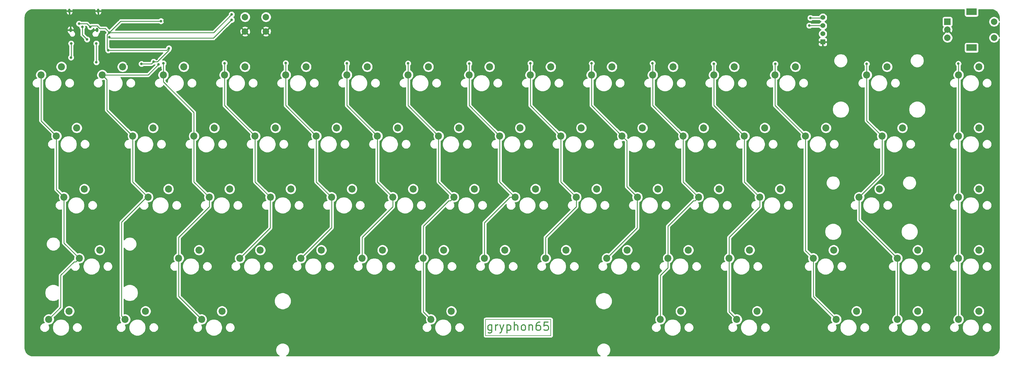
<source format=gtl>
%TF.GenerationSoftware,KiCad,Pcbnew,(5.1.9)-1*%
%TF.CreationDate,2021-04-19T19:21:17-07:00*%
%TF.ProjectId,keyboard,6b657962-6f61-4726-942e-6b696361645f,rev?*%
%TF.SameCoordinates,Original*%
%TF.FileFunction,Copper,L1,Top*%
%TF.FilePolarity,Positive*%
%FSLAX46Y46*%
G04 Gerber Fmt 4.6, Leading zero omitted, Abs format (unit mm)*
G04 Created by KiCad (PCBNEW (5.1.9)-1) date 2021-04-19 19:21:17*
%MOMM*%
%LPD*%
G01*
G04 APERTURE LIST*
%TA.AperFunction,NonConductor*%
%ADD10C,0.150000*%
%TD*%
%TA.AperFunction,NonConductor*%
%ADD11C,0.300000*%
%TD*%
%TA.AperFunction,ComponentPad*%
%ADD12C,2.200000*%
%TD*%
%TA.AperFunction,ComponentPad*%
%ADD13O,0.800000X1.400000*%
%TD*%
%TA.AperFunction,ComponentPad*%
%ADD14C,1.524000*%
%TD*%
%TA.AperFunction,ComponentPad*%
%ADD15R,1.524000X1.524000*%
%TD*%
%TA.AperFunction,ComponentPad*%
%ADD16C,2.000000*%
%TD*%
%TA.AperFunction,ComponentPad*%
%ADD17R,2.000000X2.000000*%
%TD*%
%TA.AperFunction,ComponentPad*%
%ADD18R,3.200000X2.000000*%
%TD*%
%TA.AperFunction,ViaPad*%
%ADD19C,0.800000*%
%TD*%
%TA.AperFunction,Conductor*%
%ADD20C,0.250000*%
%TD*%
%TA.AperFunction,Conductor*%
%ADD21C,0.254000*%
%TD*%
%TA.AperFunction,Conductor*%
%ADD22C,0.100000*%
%TD*%
G04 APERTURE END LIST*
D10*
X208310480Y-129547620D02*
X228630480Y-129547620D01*
X208310480Y-134627620D02*
X208310480Y-129547620D01*
X228630480Y-134627620D02*
X208310480Y-134627620D01*
X228630480Y-129547620D02*
X228630480Y-134627620D01*
D11*
X210245718Y-131289334D02*
X210245718Y-133345524D01*
X210124765Y-133587429D01*
X210003813Y-133708381D01*
X209761908Y-133829334D01*
X209399051Y-133829334D01*
X209157146Y-133708381D01*
X210245718Y-132861715D02*
X210003813Y-132982667D01*
X209520003Y-132982667D01*
X209278099Y-132861715D01*
X209157146Y-132740762D01*
X209036194Y-132498858D01*
X209036194Y-131773143D01*
X209157146Y-131531239D01*
X209278099Y-131410286D01*
X209520003Y-131289334D01*
X210003813Y-131289334D01*
X210245718Y-131410286D01*
X211455241Y-132982667D02*
X211455241Y-131289334D01*
X211455241Y-131773143D02*
X211576194Y-131531239D01*
X211697146Y-131410286D01*
X211939051Y-131289334D01*
X212180956Y-131289334D01*
X212785718Y-131289334D02*
X213390480Y-132982667D01*
X213995241Y-131289334D02*
X213390480Y-132982667D01*
X213148575Y-133587429D01*
X213027622Y-133708381D01*
X212785718Y-133829334D01*
X214962860Y-131289334D02*
X214962860Y-133829334D01*
X214962860Y-131410286D02*
X215204765Y-131289334D01*
X215688575Y-131289334D01*
X215930480Y-131410286D01*
X216051432Y-131531239D01*
X216172384Y-131773143D01*
X216172384Y-132498858D01*
X216051432Y-132740762D01*
X215930480Y-132861715D01*
X215688575Y-132982667D01*
X215204765Y-132982667D01*
X214962860Y-132861715D01*
X217260956Y-132982667D02*
X217260956Y-130442667D01*
X218349527Y-132982667D02*
X218349527Y-131652191D01*
X218228575Y-131410286D01*
X217986670Y-131289334D01*
X217623813Y-131289334D01*
X217381908Y-131410286D01*
X217260956Y-131531239D01*
X219921908Y-132982667D02*
X219680003Y-132861715D01*
X219559051Y-132740762D01*
X219438099Y-132498858D01*
X219438099Y-131773143D01*
X219559051Y-131531239D01*
X219680003Y-131410286D01*
X219921908Y-131289334D01*
X220284765Y-131289334D01*
X220526670Y-131410286D01*
X220647622Y-131531239D01*
X220768575Y-131773143D01*
X220768575Y-132498858D01*
X220647622Y-132740762D01*
X220526670Y-132861715D01*
X220284765Y-132982667D01*
X219921908Y-132982667D01*
X221857146Y-131289334D02*
X221857146Y-132982667D01*
X221857146Y-131531239D02*
X221978099Y-131410286D01*
X222220003Y-131289334D01*
X222582860Y-131289334D01*
X222824765Y-131410286D01*
X222945718Y-131652191D01*
X222945718Y-132982667D01*
X225243813Y-130442667D02*
X224760003Y-130442667D01*
X224518099Y-130563620D01*
X224397146Y-130684572D01*
X224155241Y-131047429D01*
X224034289Y-131531239D01*
X224034289Y-132498858D01*
X224155241Y-132740762D01*
X224276194Y-132861715D01*
X224518099Y-132982667D01*
X225001908Y-132982667D01*
X225243813Y-132861715D01*
X225364765Y-132740762D01*
X225485718Y-132498858D01*
X225485718Y-131894096D01*
X225364765Y-131652191D01*
X225243813Y-131531239D01*
X225001908Y-131410286D01*
X224518099Y-131410286D01*
X224276194Y-131531239D01*
X224155241Y-131652191D01*
X224034289Y-131894096D01*
X227783813Y-130442667D02*
X226574289Y-130442667D01*
X226453337Y-131652191D01*
X226574289Y-131531239D01*
X226816194Y-131410286D01*
X227420956Y-131410286D01*
X227662860Y-131531239D01*
X227783813Y-131652191D01*
X227904765Y-131894096D01*
X227904765Y-132498858D01*
X227783813Y-132740762D01*
X227662860Y-132861715D01*
X227420956Y-132982667D01*
X226816194Y-132982667D01*
X226574289Y-132861715D01*
X226453337Y-132740762D01*
D12*
%TO.P,K31,1*%
%TO.N,Net-(D31-Pad2)*%
X197643750Y-127000000D03*
%TO.P,K31,2*%
%TO.N,col6*%
X191293750Y-129540000D03*
%TD*%
D13*
%TO.P,J1,S1*%
%TO.N,ugnd*%
X78689920Y-33385480D03*
X87669920Y-33385480D03*
X87309920Y-39335480D03*
X79049920Y-39335480D03*
%TD*%
D14*
%TO.P,OLED1,1*%
%TO.N,sda*%
X313350240Y-35438080D03*
%TO.P,OLED1,2*%
%TO.N,sck*%
X313350240Y-37978080D03*
%TO.P,OLED1,3*%
%TO.N,VCC*%
X313350240Y-40518080D03*
D15*
%TO.P,OLED1,4*%
%TO.N,ugnd*%
X313350240Y-43058080D03*
%TD*%
D12*
%TO.P,K54,2*%
%TO.N,col12*%
X298450000Y-53340000D03*
%TO.P,K54,1*%
%TO.N,Net-(D54-Pad2)*%
X304800000Y-50800000D03*
%TD*%
%TO.P,K1,1*%
%TO.N,Net-(D1-Pad2)*%
X76200000Y-50800000D03*
%TO.P,K1,2*%
%TO.N,col0*%
X69850000Y-53340000D03*
%TD*%
%TO.P,K2,2*%
%TO.N,col0*%
X74612500Y-72390000D03*
%TO.P,K2,1*%
%TO.N,Net-(D2-Pad2)*%
X80962500Y-69850000D03*
%TD*%
%TO.P,K3,2*%
%TO.N,col0*%
X76993750Y-91440000D03*
%TO.P,K3,1*%
%TO.N,Net-(D3-Pad2)*%
X83343750Y-88900000D03*
%TD*%
%TO.P,K4,1*%
%TO.N,Net-(D4-Pad2)*%
X88106250Y-107950000D03*
%TO.P,K4,2*%
%TO.N,col0*%
X81756250Y-110490000D03*
%TD*%
%TO.P,K5,1*%
%TO.N,Net-(D5-Pad2)*%
X78581250Y-127000000D03*
%TO.P,K5,2*%
%TO.N,col0*%
X72231250Y-129540000D03*
%TD*%
%TO.P,K6,2*%
%TO.N,col1*%
X88900000Y-53340000D03*
%TO.P,K6,1*%
%TO.N,Net-(D6-Pad2)*%
X95250000Y-50800000D03*
%TD*%
%TO.P,K7,1*%
%TO.N,Net-(D7-Pad2)*%
X104775000Y-69850000D03*
%TO.P,K7,2*%
%TO.N,col1*%
X98425000Y-72390000D03*
%TD*%
%TO.P,K8,2*%
%TO.N,col1*%
X103187500Y-91440000D03*
%TO.P,K8,1*%
%TO.N,Net-(D8-Pad2)*%
X109537500Y-88900000D03*
%TD*%
%TO.P,K9,1*%
%TO.N,Net-(D9-Pad2)*%
X102393750Y-127000000D03*
%TO.P,K9,2*%
%TO.N,col1*%
X96043750Y-129540000D03*
%TD*%
%TO.P,K10,1*%
%TO.N,Net-(D10-Pad2)*%
X114300000Y-50800000D03*
%TO.P,K10,2*%
%TO.N,col2*%
X107950000Y-53340000D03*
%TD*%
%TO.P,K11,1*%
%TO.N,Net-(D11-Pad2)*%
X123825000Y-69850000D03*
%TO.P,K11,2*%
%TO.N,col2*%
X117475000Y-72390000D03*
%TD*%
%TO.P,K12,2*%
%TO.N,col2*%
X122237500Y-91440000D03*
%TO.P,K12,1*%
%TO.N,Net-(D12-Pad2)*%
X128587500Y-88900000D03*
%TD*%
%TO.P,K13,1*%
%TO.N,Net-(D13-Pad2)*%
X119062500Y-107950000D03*
%TO.P,K13,2*%
%TO.N,col2*%
X112712500Y-110490000D03*
%TD*%
%TO.P,K14,2*%
%TO.N,col2*%
X119856250Y-129540000D03*
%TO.P,K14,1*%
%TO.N,Net-(D14-Pad2)*%
X126206250Y-127000000D03*
%TD*%
%TO.P,K15,2*%
%TO.N,col3*%
X127000000Y-53340000D03*
%TO.P,K15,1*%
%TO.N,Net-(D15-Pad2)*%
X133350000Y-50800000D03*
%TD*%
%TO.P,K16,2*%
%TO.N,col3*%
X136525000Y-72390000D03*
%TO.P,K16,1*%
%TO.N,Net-(D16-Pad2)*%
X142875000Y-69850000D03*
%TD*%
%TO.P,K17,2*%
%TO.N,col3*%
X141287500Y-91440000D03*
%TO.P,K17,1*%
%TO.N,Net-(D17-Pad2)*%
X147637500Y-88900000D03*
%TD*%
%TO.P,K18,1*%
%TO.N,Net-(D18-Pad2)*%
X138112500Y-107950000D03*
%TO.P,K18,2*%
%TO.N,col3*%
X131762500Y-110490000D03*
%TD*%
%TO.P,K19,1*%
%TO.N,Net-(D19-Pad2)*%
X152400000Y-50800000D03*
%TO.P,K19,2*%
%TO.N,col4*%
X146050000Y-53340000D03*
%TD*%
%TO.P,K20,2*%
%TO.N,col4*%
X155575000Y-72390000D03*
%TO.P,K20,1*%
%TO.N,Net-(D20-Pad2)*%
X161925000Y-69850000D03*
%TD*%
%TO.P,K21,2*%
%TO.N,col4*%
X160337500Y-91440000D03*
%TO.P,K21,1*%
%TO.N,Net-(D21-Pad2)*%
X166687500Y-88900000D03*
%TD*%
%TO.P,K22,2*%
%TO.N,col4*%
X150812500Y-110490000D03*
%TO.P,K22,1*%
%TO.N,Net-(D22-Pad2)*%
X157162500Y-107950000D03*
%TD*%
%TO.P,K23,1*%
%TO.N,Net-(D23-Pad2)*%
X171450000Y-50800000D03*
%TO.P,K23,2*%
%TO.N,col5*%
X165100000Y-53340000D03*
%TD*%
%TO.P,K24,1*%
%TO.N,Net-(D24-Pad2)*%
X180975000Y-69850000D03*
%TO.P,K24,2*%
%TO.N,col5*%
X174625000Y-72390000D03*
%TD*%
%TO.P,K25,1*%
%TO.N,Net-(D25-Pad2)*%
X185737500Y-88900000D03*
%TO.P,K25,2*%
%TO.N,col5*%
X179387500Y-91440000D03*
%TD*%
%TO.P,K26,1*%
%TO.N,Net-(D26-Pad2)*%
X176212500Y-107950000D03*
%TO.P,K26,2*%
%TO.N,col5*%
X169862500Y-110490000D03*
%TD*%
%TO.P,K27,1*%
%TO.N,Net-(D27-Pad2)*%
X190500000Y-50800000D03*
%TO.P,K27,2*%
%TO.N,col6*%
X184150000Y-53340000D03*
%TD*%
%TO.P,K28,2*%
%TO.N,col6*%
X193675000Y-72390000D03*
%TO.P,K28,1*%
%TO.N,Net-(D28-Pad2)*%
X200025000Y-69850000D03*
%TD*%
%TO.P,K29,2*%
%TO.N,col6*%
X198437500Y-91440000D03*
%TO.P,K29,1*%
%TO.N,Net-(D29-Pad2)*%
X204787500Y-88900000D03*
%TD*%
%TO.P,K30,2*%
%TO.N,col6*%
X188912500Y-110490000D03*
%TO.P,K30,1*%
%TO.N,Net-(D30-Pad2)*%
X195262500Y-107950000D03*
%TD*%
%TO.P,K32,2*%
%TO.N,col7*%
X203200000Y-53340000D03*
%TO.P,K32,1*%
%TO.N,Net-(D32-Pad2)*%
X209550000Y-50800000D03*
%TD*%
%TO.P,K33,1*%
%TO.N,Net-(D33-Pad2)*%
X219075000Y-69850000D03*
%TO.P,K33,2*%
%TO.N,col7*%
X212725000Y-72390000D03*
%TD*%
%TO.P,K34,1*%
%TO.N,Net-(D34-Pad2)*%
X223837500Y-88900000D03*
%TO.P,K34,2*%
%TO.N,col7*%
X217487500Y-91440000D03*
%TD*%
%TO.P,K35,2*%
%TO.N,col7*%
X207962500Y-110490000D03*
%TO.P,K35,1*%
%TO.N,Net-(D35-Pad2)*%
X214312500Y-107950000D03*
%TD*%
%TO.P,K36,1*%
%TO.N,Net-(D36-Pad2)*%
X228600000Y-50800000D03*
%TO.P,K36,2*%
%TO.N,col8*%
X222250000Y-53340000D03*
%TD*%
%TO.P,K37,2*%
%TO.N,col8*%
X231775000Y-72390000D03*
%TO.P,K37,1*%
%TO.N,Net-(D37-Pad2)*%
X238125000Y-69850000D03*
%TD*%
%TO.P,K38,2*%
%TO.N,col8*%
X236537500Y-91440000D03*
%TO.P,K38,1*%
%TO.N,Net-(D38-Pad2)*%
X242887500Y-88900000D03*
%TD*%
%TO.P,K39,2*%
%TO.N,col8*%
X227012500Y-110490000D03*
%TO.P,K39,1*%
%TO.N,Net-(D39-Pad2)*%
X233362500Y-107950000D03*
%TD*%
%TO.P,K40,1*%
%TO.N,Net-(D40-Pad2)*%
X247650000Y-50800000D03*
%TO.P,K40,2*%
%TO.N,col9*%
X241300000Y-53340000D03*
%TD*%
%TO.P,K41,1*%
%TO.N,Net-(D41-Pad2)*%
X257175000Y-69850000D03*
%TO.P,K41,2*%
%TO.N,col9*%
X250825000Y-72390000D03*
%TD*%
%TO.P,K42,1*%
%TO.N,Net-(D42-Pad2)*%
X261937500Y-88900000D03*
%TO.P,K42,2*%
%TO.N,col9*%
X255587500Y-91440000D03*
%TD*%
%TO.P,K43,2*%
%TO.N,col9*%
X246062500Y-110490000D03*
%TO.P,K43,1*%
%TO.N,Net-(D43-Pad2)*%
X252412500Y-107950000D03*
%TD*%
%TO.P,K44,1*%
%TO.N,Net-(D44-Pad2)*%
X266700000Y-50800000D03*
%TO.P,K44,2*%
%TO.N,col10*%
X260350000Y-53340000D03*
%TD*%
%TO.P,K45,2*%
%TO.N,col10*%
X269875000Y-72390000D03*
%TO.P,K45,1*%
%TO.N,Net-(D45-Pad2)*%
X276225000Y-69850000D03*
%TD*%
%TO.P,K46,2*%
%TO.N,col10*%
X274637500Y-91440000D03*
%TO.P,K46,1*%
%TO.N,Net-(D46-Pad2)*%
X280987500Y-88900000D03*
%TD*%
%TO.P,K47,1*%
%TO.N,Net-(D47-Pad2)*%
X271462500Y-107950000D03*
%TO.P,K47,2*%
%TO.N,col10*%
X265112500Y-110490000D03*
%TD*%
%TO.P,K49,2*%
%TO.N,col11*%
X279400000Y-53340000D03*
%TO.P,K49,1*%
%TO.N,Net-(D49-Pad2)*%
X285750000Y-50800000D03*
%TD*%
%TO.P,K50,2*%
%TO.N,col11*%
X288925000Y-72390000D03*
%TO.P,K50,1*%
%TO.N,Net-(D50-Pad2)*%
X295275000Y-69850000D03*
%TD*%
%TO.P,K51,2*%
%TO.N,col11*%
X293687500Y-91440000D03*
%TO.P,K51,1*%
%TO.N,Net-(D51-Pad2)*%
X300037500Y-88900000D03*
%TD*%
%TO.P,K52,1*%
%TO.N,Net-(D52-Pad2)*%
X290512500Y-107950000D03*
%TO.P,K52,2*%
%TO.N,col11*%
X284162500Y-110490000D03*
%TD*%
%TO.P,K55,2*%
%TO.N,col12*%
X307975000Y-72390000D03*
%TO.P,K55,1*%
%TO.N,Net-(D55-Pad2)*%
X314325000Y-69850000D03*
%TD*%
%TO.P,K56,1*%
%TO.N,Net-(D56-Pad2)*%
X316706250Y-107950000D03*
%TO.P,K56,2*%
%TO.N,col12*%
X310356250Y-110490000D03*
%TD*%
%TO.P,K57,1*%
%TO.N,Net-(D57-Pad2)*%
X323850000Y-127000000D03*
%TO.P,K57,2*%
%TO.N,col12*%
X317500000Y-129540000D03*
%TD*%
%TO.P,K58,1*%
%TO.N,Net-(D58-Pad2)*%
X333375000Y-50800000D03*
%TO.P,K58,2*%
%TO.N,col13*%
X327025000Y-53340000D03*
%TD*%
%TO.P,K59,1*%
%TO.N,Net-(D59-Pad2)*%
X338137500Y-69850000D03*
%TO.P,K59,2*%
%TO.N,col13*%
X331787500Y-72390000D03*
%TD*%
%TO.P,K60,2*%
%TO.N,col13*%
X324643750Y-91440000D03*
%TO.P,K60,1*%
%TO.N,Net-(D60-Pad2)*%
X330993750Y-88900000D03*
%TD*%
%TO.P,K61,1*%
%TO.N,Net-(D61-Pad2)*%
X342900000Y-107950000D03*
%TO.P,K61,2*%
%TO.N,col13*%
X336550000Y-110490000D03*
%TD*%
%TO.P,K62,1*%
%TO.N,Net-(D62-Pad2)*%
X342900000Y-127000000D03*
%TO.P,K62,2*%
%TO.N,col13*%
X336550000Y-129540000D03*
%TD*%
%TO.P,K64,2*%
%TO.N,col14*%
X355600000Y-72390000D03*
%TO.P,K64,1*%
%TO.N,Net-(D64-Pad2)*%
X361950000Y-69850000D03*
%TD*%
%TO.P,K65,1*%
%TO.N,Net-(D65-Pad2)*%
X361950000Y-88900000D03*
%TO.P,K65,2*%
%TO.N,col14*%
X355600000Y-91440000D03*
%TD*%
%TO.P,K66,2*%
%TO.N,col14*%
X355600000Y-110490000D03*
%TO.P,K66,1*%
%TO.N,Net-(D66-Pad2)*%
X361950000Y-107950000D03*
%TD*%
%TO.P,K67,2*%
%TO.N,col14*%
X355600000Y-129540000D03*
%TO.P,K67,1*%
%TO.N,Net-(D67-Pad2)*%
X361950000Y-127000000D03*
%TD*%
D16*
%TO.P,SW1,2*%
%TO.N,ugnd*%
X139898000Y-39792000D03*
%TO.P,SW1,1*%
%TO.N,reset*%
X139898000Y-35292000D03*
%TO.P,SW1,2*%
%TO.N,ugnd*%
X133398000Y-39792000D03*
%TO.P,SW1,1*%
%TO.N,reset*%
X133398000Y-35292000D03*
%TD*%
D12*
%TO.P,K53,1*%
%TO.N,Net-(D53-Pad2)*%
X292893750Y-127000000D03*
%TO.P,K53,2*%
%TO.N,col11*%
X286543750Y-129540000D03*
%TD*%
%TO.P,K48,2*%
%TO.N,col10*%
X262731250Y-129540000D03*
%TO.P,K48,1*%
%TO.N,Net-(D48-Pad2)*%
X269081250Y-127000000D03*
%TD*%
D17*
%TO.P,SW2,A*%
%TO.N,encA*%
X352160000Y-36748080D03*
D16*
%TO.P,SW2,C*%
%TO.N,ugnd*%
X352160000Y-39248080D03*
%TO.P,SW2,B*%
%TO.N,encB*%
X352160000Y-41748080D03*
D18*
%TO.P,SW2,MP*%
%TO.N,N/C*%
X359660000Y-33648080D03*
X359660000Y-44848080D03*
D16*
%TO.P,SW2,S2*%
%TO.N,Net-(D68-Pad2)*%
X366660000Y-36748080D03*
%TO.P,SW2,S1*%
%TO.N,col14*%
X366660000Y-41748080D03*
%TD*%
D12*
%TO.P,K63,1*%
%TO.N,Net-(D63-Pad2)*%
X361950000Y-50800000D03*
%TO.P,K63,2*%
%TO.N,col14*%
X355600000Y-53340000D03*
%TD*%
D19*
%TO.N,VCC*%
X104912160Y-49202340D03*
%TO.N,ugnd*%
X311299860Y-43599100D03*
X112661700Y-43609260D03*
X130408680Y-39796720D03*
X105867200Y-48364140D03*
X108333540Y-36550600D03*
X96852740Y-49933860D03*
X94970600Y-47302420D03*
X107086400Y-51633120D03*
%TO.N,col1*%
X106476800Y-50055780D03*
%TO.N,VCC*%
X101127560Y-49893220D03*
X107198160Y-36558220D03*
X81681320Y-37353240D03*
X90789760Y-45638720D03*
X109664500Y-45029120D03*
X91130120Y-40114220D03*
X85196680Y-38412420D03*
X129202180Y-34498280D03*
%TO.N,Net-(J1-PadA7)*%
X84183220Y-42268140D03*
X82702400Y-38412420D03*
%TO.N,col2*%
X107950000Y-49730000D03*
%TO.N,col3*%
X127000000Y-49680000D03*
%TO.N,col4*%
X146050000Y-49660000D03*
%TO.N,col5*%
X165130000Y-49740000D03*
%TO.N,col6*%
X184150000Y-49760000D03*
%TO.N,col7*%
X203230000Y-49770000D03*
%TO.N,col8*%
X222260000Y-49730000D03*
%TO.N,col9*%
X241340000Y-49760000D03*
%TO.N,col10*%
X260300000Y-49720000D03*
%TO.N,col11*%
X279370000Y-49890000D03*
%TO.N,col12*%
X298530000Y-49900000D03*
%TO.N,col13*%
X327020000Y-49900000D03*
%TO.N,col14*%
X355550000Y-49830000D03*
%TO.N,reset*%
X129214880Y-36169600D03*
X91119960Y-41554400D03*
%TO.N,D-*%
X87058500Y-43515280D03*
X87078820Y-49395380D03*
%TO.N,D+*%
X79225140Y-43515280D03*
X79176880Y-47906940D03*
%TO.N,sck*%
X309120540Y-37960300D03*
%TO.N,sda*%
X309443120Y-35570160D03*
%TD*%
D20*
%TO.N,VCC*%
X89936686Y-38873261D02*
X88173019Y-38873261D01*
X88173019Y-38873261D02*
X87312179Y-38012421D01*
X87312179Y-38012421D02*
X85596679Y-38012421D01*
X85596679Y-38012421D02*
X85196680Y-38412420D01*
X89936686Y-38920786D02*
X91130120Y-40114220D01*
X89936686Y-38873261D02*
X89936686Y-38920786D01*
X90394959Y-45243919D02*
X90789760Y-45638720D01*
X90394959Y-40849381D02*
X90394959Y-45243919D01*
X91130120Y-40114220D02*
X90394959Y-40849381D01*
X109054900Y-45638720D02*
X109664500Y-45029120D01*
X90789760Y-45638720D02*
X98384360Y-45638720D01*
X123586240Y-40114220D02*
X129202180Y-34498280D01*
X91130120Y-40114220D02*
X123586240Y-40114220D01*
X84137500Y-37353240D02*
X85196680Y-38412420D01*
X81681320Y-37353240D02*
X84137500Y-37353240D01*
X98384360Y-45638720D02*
X99070160Y-45638720D01*
X99070160Y-45638720D02*
X109054900Y-45638720D01*
X94686120Y-36558220D02*
X91130120Y-40114220D01*
X107198160Y-36558220D02*
X94686120Y-36558220D01*
X104221280Y-49893220D02*
X104912160Y-49202340D01*
X101127560Y-49893220D02*
X104221280Y-49893220D01*
X109664500Y-45639842D02*
X109664500Y-45029120D01*
X106102002Y-49202340D02*
X109664500Y-45639842D01*
X104912160Y-49202340D02*
X106102002Y-49202340D01*
%TO.N,Net-(J1-PadA7)*%
X82702400Y-40787320D02*
X84183220Y-42268140D01*
X82702400Y-38412420D02*
X82702400Y-40787320D01*
%TO.N,col0*%
X76993750Y-105727500D02*
X76993750Y-91440000D01*
X81756250Y-110490000D02*
X76993750Y-105727500D01*
X74612500Y-89058750D02*
X76993750Y-91440000D01*
X74612500Y-72390000D02*
X74612500Y-89058750D01*
X69850000Y-67627500D02*
X69850000Y-53340000D01*
X74612500Y-72390000D02*
X69850000Y-67627500D01*
X75991251Y-125779999D02*
X72231250Y-129540000D01*
X75991251Y-115785997D02*
X75991251Y-125779999D01*
X80187249Y-111589999D02*
X75991251Y-115785997D01*
X80656251Y-111589999D02*
X80187249Y-111589999D01*
X81756250Y-110490000D02*
X80656251Y-111589999D01*
%TO.N,col1*%
X102718498Y-91440000D02*
X103187500Y-91440000D01*
X94943751Y-99214747D02*
X102718498Y-91440000D01*
X94943751Y-128440001D02*
X94943751Y-99214747D01*
X96043750Y-129540000D02*
X94943751Y-128440001D01*
X98425000Y-86677500D02*
X98425000Y-72390000D01*
X103187500Y-91440000D02*
X98425000Y-86677500D01*
X90384999Y-54824999D02*
X88900000Y-53340000D01*
X90384999Y-64349999D02*
X90384999Y-54824999D01*
X98425000Y-72390000D02*
X90384999Y-64349999D01*
X103192580Y-53340000D02*
X88900000Y-53340000D01*
X106476800Y-50055780D02*
X103192580Y-53340000D01*
%TO.N,col2*%
X117475000Y-65036002D02*
X117475000Y-72390000D01*
X107950000Y-55511002D02*
X117475000Y-65036002D01*
X107950000Y-53340000D02*
X107950000Y-55511002D01*
X117475000Y-86677500D02*
X122237500Y-91440000D01*
X117475000Y-72390000D02*
X117475000Y-86677500D01*
X112712500Y-103974002D02*
X112712500Y-110490000D01*
X122237500Y-94449002D02*
X112712500Y-103974002D01*
X122237500Y-91440000D02*
X122237500Y-94449002D01*
X112712500Y-122396250D02*
X119856250Y-129540000D01*
X112712500Y-110490000D02*
X112712500Y-122396250D01*
X107950000Y-53340000D02*
X107950000Y-49730000D01*
%TO.N,col3*%
X127000000Y-62865000D02*
X136525000Y-72390000D01*
X127000000Y-53340000D02*
X127000000Y-62865000D01*
X136525000Y-86677500D02*
X141287500Y-91440000D01*
X136525000Y-72390000D02*
X136525000Y-86677500D01*
X141192501Y-91534999D02*
X141287500Y-91440000D01*
X141192501Y-101059999D02*
X141192501Y-91534999D01*
X131762500Y-110490000D02*
X141192501Y-101059999D01*
X131762500Y-110490000D02*
X132080000Y-110490000D01*
X127000000Y-49680000D02*
X127000000Y-53340000D01*
%TO.N,col4*%
X146050000Y-62865000D02*
X155575000Y-72390000D01*
X146050000Y-53340000D02*
X146050000Y-62865000D01*
X155575000Y-86677500D02*
X160337500Y-91440000D01*
X155575000Y-72390000D02*
X155575000Y-86677500D01*
X160337500Y-100965000D02*
X150812500Y-110490000D01*
X160337500Y-91440000D02*
X160337500Y-100965000D01*
X146050000Y-53340000D02*
X146050000Y-49660000D01*
%TO.N,col5*%
X165100000Y-62865000D02*
X174625000Y-72390000D01*
X165100000Y-53340000D02*
X165100000Y-62865000D01*
X174625000Y-86677500D02*
X179387500Y-91440000D01*
X174625000Y-72390000D02*
X174625000Y-86677500D01*
X169862500Y-103974002D02*
X169862500Y-110490000D01*
X179387500Y-94449002D02*
X169862500Y-103974002D01*
X179387500Y-91440000D02*
X179387500Y-94449002D01*
X165130000Y-53310000D02*
X165100000Y-53340000D01*
X165130000Y-49740000D02*
X165130000Y-53310000D01*
%TO.N,col6*%
X184150000Y-62865000D02*
X193675000Y-72390000D01*
X184150000Y-53340000D02*
X184150000Y-62865000D01*
X193675000Y-86677500D02*
X193675000Y-72390000D01*
X198437500Y-91440000D02*
X193675000Y-86677500D01*
X188912500Y-100495998D02*
X188912500Y-110490000D01*
X196868499Y-92539999D02*
X188912500Y-100495998D01*
X197337501Y-92539999D02*
X196868499Y-92539999D01*
X198437500Y-91440000D02*
X197337501Y-92539999D01*
X188912500Y-127158750D02*
X188912500Y-110490000D01*
X191293750Y-129540000D02*
X188912500Y-127158750D01*
X184150000Y-49760000D02*
X184150000Y-53340000D01*
%TO.N,col7*%
X203200000Y-62865000D02*
X212725000Y-72390000D01*
X203200000Y-53340000D02*
X203200000Y-62865000D01*
X212725000Y-86677500D02*
X217487500Y-91440000D01*
X212725000Y-72390000D02*
X212725000Y-86677500D01*
X207962500Y-99409366D02*
X207962500Y-110490000D01*
X215931866Y-91440000D02*
X207962500Y-99409366D01*
X217487500Y-91440000D02*
X215931866Y-91440000D01*
X203200000Y-53340000D02*
X203200000Y-49800000D01*
X203200000Y-49800000D02*
X203230000Y-49770000D01*
%TO.N,col8*%
X222250000Y-62865000D02*
X231775000Y-72390000D01*
X222250000Y-53340000D02*
X222250000Y-62865000D01*
X231775000Y-86677500D02*
X236537500Y-91440000D01*
X231775000Y-72390000D02*
X231775000Y-86677500D01*
X227012500Y-103974002D02*
X227012500Y-110490000D01*
X236537500Y-94449002D02*
X227012500Y-103974002D01*
X236537500Y-91440000D02*
X236537500Y-94449002D01*
X222250000Y-49740000D02*
X222260000Y-49730000D01*
X222250000Y-53340000D02*
X222250000Y-49740000D01*
%TO.N,col9*%
X255492501Y-91534999D02*
X255587500Y-91440000D01*
X255492501Y-101059999D02*
X255492501Y-91534999D01*
X246062500Y-110490000D02*
X255492501Y-101059999D01*
X252309999Y-73874999D02*
X250825000Y-72390000D01*
X252309999Y-88162499D02*
X252309999Y-73874999D01*
X255587500Y-91440000D02*
X252309999Y-88162499D01*
X250825000Y-72390000D02*
X241300000Y-62865000D01*
X241300000Y-62865000D02*
X241300000Y-53340000D01*
X241300000Y-49800000D02*
X241340000Y-49760000D01*
X241300000Y-53340000D02*
X241300000Y-49800000D01*
%TO.N,col10*%
X260350000Y-62865000D02*
X269875000Y-72390000D01*
X260350000Y-53340000D02*
X260350000Y-62865000D01*
X269875000Y-86677500D02*
X274637500Y-91440000D01*
X269875000Y-72390000D02*
X269875000Y-86677500D01*
X265112500Y-100495998D02*
X265112500Y-110490000D01*
X273068499Y-92539999D02*
X265112500Y-100495998D01*
X273537501Y-92539999D02*
X273068499Y-92539999D01*
X274637500Y-91440000D02*
X273537501Y-92539999D01*
X262731250Y-115880252D02*
X262731250Y-129540000D01*
X265112500Y-113499002D02*
X262731250Y-115880252D01*
X265112500Y-110490000D02*
X265112500Y-113499002D01*
X260350000Y-49770000D02*
X260300000Y-49720000D01*
X260350000Y-53340000D02*
X260350000Y-49770000D01*
%TO.N,col11*%
X279400000Y-62865000D02*
X288925000Y-72390000D01*
X279400000Y-53340000D02*
X279400000Y-62865000D01*
X288925000Y-86677500D02*
X293687500Y-91440000D01*
X288925000Y-72390000D02*
X288925000Y-86677500D01*
X284162500Y-103974002D02*
X284162500Y-110490000D01*
X293687500Y-94449002D02*
X284162500Y-103974002D01*
X293687500Y-91440000D02*
X293687500Y-94449002D01*
X284162500Y-127158750D02*
X286543750Y-129540000D01*
X284162500Y-110490000D02*
X284162500Y-127158750D01*
X279370000Y-53310000D02*
X279400000Y-53340000D01*
X279370000Y-49890000D02*
X279370000Y-53310000D01*
%TO.N,col12*%
X298450000Y-62865000D02*
X307975000Y-72390000D01*
X298450000Y-53340000D02*
X298450000Y-62865000D01*
X307975000Y-108108750D02*
X310356250Y-110490000D01*
X307975000Y-72390000D02*
X307975000Y-108108750D01*
X310356250Y-122396250D02*
X317500000Y-129540000D01*
X310356250Y-110490000D02*
X310356250Y-122396250D01*
X298450000Y-49980000D02*
X298530000Y-49900000D01*
X298450000Y-53340000D02*
X298450000Y-49980000D01*
%TO.N,col13*%
X327025000Y-67627500D02*
X331787500Y-72390000D01*
X327025000Y-53340000D02*
X327025000Y-67627500D01*
X331787500Y-84296250D02*
X324643750Y-91440000D01*
X331787500Y-72390000D02*
X331787500Y-84296250D01*
X324643750Y-98583750D02*
X336550000Y-110490000D01*
X324643750Y-91440000D02*
X324643750Y-98583750D01*
X336550000Y-110490000D02*
X336550000Y-129540000D01*
X327025000Y-49905000D02*
X327020000Y-49900000D01*
X327025000Y-53340000D02*
X327025000Y-49905000D01*
%TO.N,col14*%
X355600000Y-53340000D02*
X355600000Y-72390000D01*
X355600000Y-72390000D02*
X355600000Y-91440000D01*
X355600000Y-91440000D02*
X355600000Y-110490000D01*
X355600000Y-129540000D02*
X355600000Y-110490000D01*
X355600000Y-49880000D02*
X355550000Y-49830000D01*
X355600000Y-53340000D02*
X355600000Y-49880000D01*
%TO.N,reset*%
X129214880Y-36169600D02*
X123512580Y-41871900D01*
X91437460Y-41871900D02*
X91119960Y-41554400D01*
X91574620Y-41871900D02*
X91437460Y-41871900D01*
X123512580Y-41871900D02*
X91574620Y-41871900D01*
%TO.N,D-*%
X87058500Y-43515280D02*
X87058500Y-49253140D01*
%TO.N,D+*%
X79225140Y-43515280D02*
X79225140Y-47576740D01*
%TO.N,sck*%
X313332460Y-37960300D02*
X313350240Y-37978080D01*
X309120540Y-37960300D02*
X313332460Y-37960300D01*
%TO.N,sda*%
X313301980Y-35486340D02*
X313350240Y-35438080D01*
X313218160Y-35570160D02*
X313350240Y-35438080D01*
X309443120Y-35570160D02*
X313218160Y-35570160D01*
%TD*%
D21*
%TO.N,ugnd*%
X77654920Y-32958480D02*
X77654920Y-33258480D01*
X78562920Y-33258480D01*
X78562920Y-33238480D01*
X78816920Y-33238480D01*
X78816920Y-33258480D01*
X79724920Y-33258480D01*
X79724920Y-32958480D01*
X79715856Y-32918000D01*
X86643984Y-32918000D01*
X86634920Y-32958480D01*
X86634920Y-33258480D01*
X87542920Y-33258480D01*
X87542920Y-33238480D01*
X87796920Y-33238480D01*
X87796920Y-33258480D01*
X88704920Y-33258480D01*
X88704920Y-32958480D01*
X88695856Y-32918000D01*
X357421928Y-32918000D01*
X357421928Y-34648080D01*
X357434188Y-34772562D01*
X357470498Y-34892260D01*
X357529463Y-35002574D01*
X357608815Y-35099265D01*
X357705506Y-35178617D01*
X357815820Y-35237582D01*
X357935518Y-35273892D01*
X358060000Y-35286152D01*
X361260000Y-35286152D01*
X361384482Y-35273892D01*
X361504180Y-35237582D01*
X361614494Y-35178617D01*
X361711185Y-35099265D01*
X361790537Y-35002574D01*
X361849502Y-34892260D01*
X361885812Y-34772562D01*
X361898072Y-34648080D01*
X361898072Y-32918000D01*
X365727722Y-32918000D01*
X366247884Y-32969002D01*
X366717188Y-33110694D01*
X367150025Y-33340837D01*
X367529927Y-33650678D01*
X367842403Y-34028397D01*
X368075569Y-34459627D01*
X368220532Y-34927928D01*
X368275001Y-35446163D01*
X368275001Y-36486505D01*
X368232168Y-36271168D01*
X368108918Y-35973617D01*
X367929987Y-35705828D01*
X367702252Y-35478093D01*
X367434463Y-35299162D01*
X367136912Y-35175912D01*
X366821033Y-35113080D01*
X366498967Y-35113080D01*
X366183088Y-35175912D01*
X365885537Y-35299162D01*
X365617748Y-35478093D01*
X365390013Y-35705828D01*
X365211082Y-35973617D01*
X365087832Y-36271168D01*
X365025000Y-36587047D01*
X365025000Y-36909113D01*
X365087832Y-37224992D01*
X365211082Y-37522543D01*
X365390013Y-37790332D01*
X365617748Y-38018067D01*
X365885537Y-38196998D01*
X366183088Y-38320248D01*
X366498967Y-38383080D01*
X366821033Y-38383080D01*
X367136912Y-38320248D01*
X367434463Y-38196998D01*
X367702252Y-38018067D01*
X367929987Y-37790332D01*
X368108918Y-37522543D01*
X368232168Y-37224992D01*
X368275001Y-37009655D01*
X368275001Y-41486505D01*
X368232168Y-41271168D01*
X368108918Y-40973617D01*
X367929987Y-40705828D01*
X367702252Y-40478093D01*
X367434463Y-40299162D01*
X367136912Y-40175912D01*
X366821033Y-40113080D01*
X366498967Y-40113080D01*
X366183088Y-40175912D01*
X365885537Y-40299162D01*
X365617748Y-40478093D01*
X365390013Y-40705828D01*
X365211082Y-40973617D01*
X365087832Y-41271168D01*
X365025000Y-41587047D01*
X365025000Y-41909113D01*
X365087832Y-42224992D01*
X365211082Y-42522543D01*
X365390013Y-42790332D01*
X365617748Y-43018067D01*
X365885537Y-43196998D01*
X366183088Y-43320248D01*
X366498967Y-43383080D01*
X366821033Y-43383080D01*
X367136912Y-43320248D01*
X367434463Y-43196998D01*
X367702252Y-43018067D01*
X367929987Y-42790332D01*
X368108918Y-42522543D01*
X368232168Y-42224992D01*
X368275001Y-42009655D01*
X368275000Y-138397722D01*
X368223998Y-138917883D01*
X368082307Y-139387186D01*
X367852161Y-139820028D01*
X367542323Y-140199927D01*
X367164600Y-140512406D01*
X366733373Y-140745569D01*
X366265073Y-140890532D01*
X365746847Y-140945000D01*
X246200477Y-140945000D01*
X246480670Y-140757781D01*
X246781531Y-140456920D01*
X247017917Y-140103144D01*
X247180742Y-139710049D01*
X247263750Y-139292741D01*
X247263750Y-138867259D01*
X247180742Y-138449951D01*
X247017917Y-138056856D01*
X246781531Y-137703080D01*
X246480670Y-137402219D01*
X246126894Y-137165833D01*
X245733799Y-137003008D01*
X245316491Y-136920000D01*
X244891009Y-136920000D01*
X244473701Y-137003008D01*
X244080606Y-137165833D01*
X243726830Y-137402219D01*
X243425969Y-137703080D01*
X243189583Y-138056856D01*
X243026758Y-138449951D01*
X242943750Y-138867259D01*
X242943750Y-139292741D01*
X243026758Y-139710049D01*
X243189583Y-140103144D01*
X243425969Y-140456920D01*
X243726830Y-140757781D01*
X244007023Y-140945000D01*
X146200477Y-140945000D01*
X146480670Y-140757781D01*
X146781531Y-140456920D01*
X147017917Y-140103144D01*
X147180742Y-139710049D01*
X147263750Y-139292741D01*
X147263750Y-138867259D01*
X147180742Y-138449951D01*
X147017917Y-138056856D01*
X146781531Y-137703080D01*
X146480670Y-137402219D01*
X146126894Y-137165833D01*
X145733799Y-137003008D01*
X145316491Y-136920000D01*
X144891009Y-136920000D01*
X144473701Y-137003008D01*
X144080606Y-137165833D01*
X143726830Y-137402219D01*
X143425969Y-137703080D01*
X143189583Y-138056856D01*
X143026758Y-138449951D01*
X142943750Y-138867259D01*
X142943750Y-139292741D01*
X143026758Y-139710049D01*
X143189583Y-140103144D01*
X143425969Y-140456920D01*
X143726830Y-140757781D01*
X144007023Y-140945000D01*
X67342278Y-140945000D01*
X66822117Y-140893998D01*
X66352814Y-140752307D01*
X65919972Y-140522161D01*
X65540073Y-140212323D01*
X65227594Y-139834600D01*
X64994431Y-139403373D01*
X64849468Y-138935073D01*
X64795000Y-138416847D01*
X64795000Y-105817259D01*
X71506250Y-105817259D01*
X71506250Y-106242741D01*
X71589258Y-106660049D01*
X71752083Y-107053144D01*
X71988469Y-107406920D01*
X72289330Y-107707781D01*
X72643106Y-107944167D01*
X73036201Y-108106992D01*
X73453509Y-108190000D01*
X73878991Y-108190000D01*
X74296299Y-108106992D01*
X74689394Y-107944167D01*
X75043170Y-107707781D01*
X75344031Y-107406920D01*
X75580417Y-107053144D01*
X75743242Y-106660049D01*
X75826250Y-106242741D01*
X75826250Y-105817259D01*
X75743242Y-105399951D01*
X75580417Y-105006856D01*
X75344031Y-104653080D01*
X75043170Y-104352219D01*
X74689394Y-104115833D01*
X74296299Y-103953008D01*
X73878991Y-103870000D01*
X73453509Y-103870000D01*
X73036201Y-103953008D01*
X72643106Y-104115833D01*
X72289330Y-104352219D01*
X71988469Y-104653080D01*
X71752083Y-105006856D01*
X71589258Y-105399951D01*
X71506250Y-105817259D01*
X64795000Y-105817259D01*
X64795000Y-55733740D01*
X67095000Y-55733740D01*
X67095000Y-56026260D01*
X67152068Y-56313158D01*
X67264010Y-56583411D01*
X67426525Y-56826632D01*
X67633368Y-57033475D01*
X67876589Y-57195990D01*
X68146842Y-57307932D01*
X68433740Y-57365000D01*
X68726260Y-57365000D01*
X69013158Y-57307932D01*
X69090001Y-57276103D01*
X69090000Y-67590178D01*
X69086324Y-67627500D01*
X69090000Y-67664822D01*
X69090000Y-67664832D01*
X69100997Y-67776485D01*
X69144454Y-67919746D01*
X69215026Y-68051776D01*
X69254871Y-68100326D01*
X69309999Y-68167501D01*
X69339003Y-68191304D01*
X72969786Y-71822088D01*
X72944175Y-71883919D01*
X72877500Y-72219117D01*
X72877500Y-72560883D01*
X72944175Y-72896081D01*
X73074963Y-73211831D01*
X73230761Y-73445000D01*
X73196240Y-73445000D01*
X72909342Y-73502068D01*
X72639089Y-73614010D01*
X72395868Y-73776525D01*
X72189025Y-73983368D01*
X72026510Y-74226589D01*
X71914568Y-74496842D01*
X71857500Y-74783740D01*
X71857500Y-75076260D01*
X71914568Y-75363158D01*
X72026510Y-75633411D01*
X72189025Y-75876632D01*
X72395868Y-76083475D01*
X72639089Y-76245990D01*
X72909342Y-76357932D01*
X73196240Y-76415000D01*
X73488760Y-76415000D01*
X73775658Y-76357932D01*
X73852500Y-76326103D01*
X73852501Y-89021417D01*
X73848824Y-89058750D01*
X73863498Y-89207735D01*
X73906954Y-89350996D01*
X73977526Y-89483026D01*
X74048701Y-89569752D01*
X74072500Y-89598751D01*
X74101498Y-89622549D01*
X75351036Y-90872088D01*
X75325425Y-90933919D01*
X75258750Y-91269117D01*
X75258750Y-91610883D01*
X75325425Y-91946081D01*
X75456213Y-92261831D01*
X75612011Y-92495000D01*
X75577490Y-92495000D01*
X75290592Y-92552068D01*
X75020339Y-92664010D01*
X74777118Y-92826525D01*
X74570275Y-93033368D01*
X74407760Y-93276589D01*
X74295818Y-93546842D01*
X74238750Y-93833740D01*
X74238750Y-94126260D01*
X74295818Y-94413158D01*
X74407760Y-94683411D01*
X74570275Y-94926632D01*
X74777118Y-95133475D01*
X75020339Y-95295990D01*
X75290592Y-95407932D01*
X75577490Y-95465000D01*
X75870010Y-95465000D01*
X76156908Y-95407932D01*
X76233751Y-95376103D01*
X76233750Y-105690178D01*
X76230074Y-105727500D01*
X76233750Y-105764822D01*
X76233750Y-105764832D01*
X76244747Y-105876485D01*
X76288204Y-106019746D01*
X76358776Y-106151776D01*
X76398621Y-106200326D01*
X76453749Y-106267501D01*
X76482753Y-106291304D01*
X80113536Y-109922088D01*
X80087925Y-109983919D01*
X80021250Y-110319117D01*
X80021250Y-110660883D01*
X80056715Y-110839179D01*
X80038263Y-110840996D01*
X79895002Y-110884453D01*
X79762973Y-110955025D01*
X79647248Y-111049998D01*
X79623450Y-111078996D01*
X75480254Y-115222193D01*
X75451250Y-115245996D01*
X75396122Y-115313171D01*
X75356277Y-115361721D01*
X75352253Y-115369250D01*
X75285705Y-115493751D01*
X75242248Y-115637012D01*
X75231251Y-115748665D01*
X75231251Y-115748675D01*
X75227575Y-115785997D01*
X75231251Y-115823319D01*
X75231251Y-119146613D01*
X74914391Y-118934893D01*
X74434851Y-118736261D01*
X73925775Y-118635000D01*
X73406725Y-118635000D01*
X72897649Y-118736261D01*
X72418109Y-118934893D01*
X71986535Y-119223262D01*
X71619512Y-119590285D01*
X71331143Y-120021859D01*
X71132511Y-120501399D01*
X71031250Y-121010475D01*
X71031250Y-121529525D01*
X71132511Y-122038601D01*
X71331143Y-122518141D01*
X71619512Y-122949715D01*
X71986535Y-123316738D01*
X72418109Y-123605107D01*
X72897649Y-123803739D01*
X73406725Y-123905000D01*
X73925775Y-123905000D01*
X74434851Y-123803739D01*
X74914391Y-123605107D01*
X75231252Y-123393387D01*
X75231252Y-125465195D01*
X72799162Y-127897286D01*
X72737331Y-127871675D01*
X72402133Y-127805000D01*
X72060367Y-127805000D01*
X71725169Y-127871675D01*
X71409419Y-128002463D01*
X71125252Y-128192337D01*
X70883587Y-128434002D01*
X70693713Y-128718169D01*
X70562925Y-129033919D01*
X70496250Y-129369117D01*
X70496250Y-129710883D01*
X70562925Y-130046081D01*
X70693713Y-130361831D01*
X70849511Y-130595000D01*
X70814990Y-130595000D01*
X70528092Y-130652068D01*
X70257839Y-130764010D01*
X70014618Y-130926525D01*
X69807775Y-131133368D01*
X69645260Y-131376589D01*
X69533318Y-131646842D01*
X69476250Y-131933740D01*
X69476250Y-132226260D01*
X69533318Y-132513158D01*
X69645260Y-132783411D01*
X69807775Y-133026632D01*
X70014618Y-133233475D01*
X70257839Y-133395990D01*
X70528092Y-133507932D01*
X70814990Y-133565000D01*
X71107510Y-133565000D01*
X71394408Y-133507932D01*
X71664661Y-133395990D01*
X71907882Y-133233475D01*
X72114725Y-133026632D01*
X72277240Y-132783411D01*
X72389182Y-132513158D01*
X72446250Y-132226260D01*
X72446250Y-131933740D01*
X72423721Y-131820475D01*
X73406250Y-131820475D01*
X73406250Y-132339525D01*
X73507511Y-132848601D01*
X73706143Y-133328141D01*
X73994512Y-133759715D01*
X74361535Y-134126738D01*
X74793109Y-134415107D01*
X75272649Y-134613739D01*
X75781725Y-134715000D01*
X76300775Y-134715000D01*
X76809851Y-134613739D01*
X77289391Y-134415107D01*
X77720965Y-134126738D01*
X78087988Y-133759715D01*
X78376357Y-133328141D01*
X78574989Y-132848601D01*
X78676250Y-132339525D01*
X78676250Y-131933740D01*
X79636250Y-131933740D01*
X79636250Y-132226260D01*
X79693318Y-132513158D01*
X79805260Y-132783411D01*
X79967775Y-133026632D01*
X80174618Y-133233475D01*
X80417839Y-133395990D01*
X80688092Y-133507932D01*
X80974990Y-133565000D01*
X81267510Y-133565000D01*
X81554408Y-133507932D01*
X81824661Y-133395990D01*
X82067882Y-133233475D01*
X82274725Y-133026632D01*
X82437240Y-132783411D01*
X82549182Y-132513158D01*
X82606250Y-132226260D01*
X82606250Y-131933740D01*
X82549182Y-131646842D01*
X82437240Y-131376589D01*
X82274725Y-131133368D01*
X82067882Y-130926525D01*
X81824661Y-130764010D01*
X81554408Y-130652068D01*
X81267510Y-130595000D01*
X80974990Y-130595000D01*
X80688092Y-130652068D01*
X80417839Y-130764010D01*
X80174618Y-130926525D01*
X79967775Y-131133368D01*
X79805260Y-131376589D01*
X79693318Y-131646842D01*
X79636250Y-131933740D01*
X78676250Y-131933740D01*
X78676250Y-131820475D01*
X78574989Y-131311399D01*
X78376357Y-130831859D01*
X78087988Y-130400285D01*
X77720965Y-130033262D01*
X77289391Y-129744893D01*
X76809851Y-129546261D01*
X76300775Y-129445000D01*
X75781725Y-129445000D01*
X75272649Y-129546261D01*
X74793109Y-129744893D01*
X74361535Y-130033262D01*
X73994512Y-130400285D01*
X73706143Y-130831859D01*
X73507511Y-131311399D01*
X73406250Y-131820475D01*
X72423721Y-131820475D01*
X72389182Y-131646842D01*
X72277240Y-131376589D01*
X72209360Y-131275000D01*
X72402133Y-131275000D01*
X72737331Y-131208325D01*
X73053081Y-131077537D01*
X73337248Y-130887663D01*
X73578913Y-130645998D01*
X73768787Y-130361831D01*
X73899575Y-130046081D01*
X73966250Y-129710883D01*
X73966250Y-129369117D01*
X73899575Y-129033919D01*
X73873964Y-128972088D01*
X76016935Y-126829117D01*
X76846250Y-126829117D01*
X76846250Y-127170883D01*
X76912925Y-127506081D01*
X77043713Y-127821831D01*
X77233587Y-128105998D01*
X77475252Y-128347663D01*
X77759419Y-128537537D01*
X78075169Y-128668325D01*
X78410367Y-128735000D01*
X78752133Y-128735000D01*
X79087331Y-128668325D01*
X79403081Y-128537537D01*
X79687248Y-128347663D01*
X79928913Y-128105998D01*
X80118787Y-127821831D01*
X80249575Y-127506081D01*
X80316250Y-127170883D01*
X80316250Y-126829117D01*
X80249575Y-126493919D01*
X80118787Y-126178169D01*
X79928913Y-125894002D01*
X79687248Y-125652337D01*
X79403081Y-125462463D01*
X79087331Y-125331675D01*
X78752133Y-125265000D01*
X78410367Y-125265000D01*
X78075169Y-125331675D01*
X77759419Y-125462463D01*
X77475252Y-125652337D01*
X77233587Y-125894002D01*
X77043713Y-126178169D01*
X76912925Y-126493919D01*
X76846250Y-126829117D01*
X76016935Y-126829117D01*
X76502259Y-126343794D01*
X76531252Y-126320000D01*
X76555046Y-126291007D01*
X76555050Y-126291003D01*
X76626224Y-126204276D01*
X76640179Y-126178169D01*
X76696797Y-126072246D01*
X76740254Y-125928985D01*
X76751251Y-125817332D01*
X76751251Y-125817323D01*
X76754927Y-125780000D01*
X76751251Y-125742677D01*
X76751251Y-116100798D01*
X79155140Y-113696909D01*
X79170260Y-113733411D01*
X79332775Y-113976632D01*
X79539618Y-114183475D01*
X79782839Y-114345990D01*
X80053092Y-114457932D01*
X80339990Y-114515000D01*
X80632510Y-114515000D01*
X80919408Y-114457932D01*
X81189661Y-114345990D01*
X81432882Y-114183475D01*
X81639725Y-113976632D01*
X81802240Y-113733411D01*
X81914182Y-113463158D01*
X81971250Y-113176260D01*
X81971250Y-112883740D01*
X81948721Y-112770475D01*
X82931250Y-112770475D01*
X82931250Y-113289525D01*
X83032511Y-113798601D01*
X83231143Y-114278141D01*
X83519512Y-114709715D01*
X83886535Y-115076738D01*
X84318109Y-115365107D01*
X84797649Y-115563739D01*
X85306725Y-115665000D01*
X85825775Y-115665000D01*
X86334851Y-115563739D01*
X86814391Y-115365107D01*
X87245965Y-115076738D01*
X87612988Y-114709715D01*
X87901357Y-114278141D01*
X88099989Y-113798601D01*
X88201250Y-113289525D01*
X88201250Y-112883740D01*
X89161250Y-112883740D01*
X89161250Y-113176260D01*
X89218318Y-113463158D01*
X89330260Y-113733411D01*
X89492775Y-113976632D01*
X89699618Y-114183475D01*
X89942839Y-114345990D01*
X90213092Y-114457932D01*
X90499990Y-114515000D01*
X90792510Y-114515000D01*
X91079408Y-114457932D01*
X91349661Y-114345990D01*
X91592882Y-114183475D01*
X91799725Y-113976632D01*
X91962240Y-113733411D01*
X92074182Y-113463158D01*
X92131250Y-113176260D01*
X92131250Y-112883740D01*
X92074182Y-112596842D01*
X91962240Y-112326589D01*
X91799725Y-112083368D01*
X91592882Y-111876525D01*
X91349661Y-111714010D01*
X91079408Y-111602068D01*
X90792510Y-111545000D01*
X90499990Y-111545000D01*
X90213092Y-111602068D01*
X89942839Y-111714010D01*
X89699618Y-111876525D01*
X89492775Y-112083368D01*
X89330260Y-112326589D01*
X89218318Y-112596842D01*
X89161250Y-112883740D01*
X88201250Y-112883740D01*
X88201250Y-112770475D01*
X88099989Y-112261399D01*
X87901357Y-111781859D01*
X87612988Y-111350285D01*
X87245965Y-110983262D01*
X86814391Y-110694893D01*
X86334851Y-110496261D01*
X85825775Y-110395000D01*
X85306725Y-110395000D01*
X84797649Y-110496261D01*
X84318109Y-110694893D01*
X83886535Y-110983262D01*
X83519512Y-111350285D01*
X83231143Y-111781859D01*
X83032511Y-112261399D01*
X82931250Y-112770475D01*
X81948721Y-112770475D01*
X81914182Y-112596842D01*
X81802240Y-112326589D01*
X81734360Y-112225000D01*
X81927133Y-112225000D01*
X82262331Y-112158325D01*
X82578081Y-112027537D01*
X82862248Y-111837663D01*
X83103913Y-111595998D01*
X83293787Y-111311831D01*
X83424575Y-110996081D01*
X83491250Y-110660883D01*
X83491250Y-110319117D01*
X83424575Y-109983919D01*
X83293787Y-109668169D01*
X83103913Y-109384002D01*
X82862248Y-109142337D01*
X82578081Y-108952463D01*
X82262331Y-108821675D01*
X81927133Y-108755000D01*
X81585367Y-108755000D01*
X81250169Y-108821675D01*
X81188338Y-108847286D01*
X80120169Y-107779117D01*
X86371250Y-107779117D01*
X86371250Y-108120883D01*
X86437925Y-108456081D01*
X86568713Y-108771831D01*
X86758587Y-109055998D01*
X87000252Y-109297663D01*
X87284419Y-109487537D01*
X87600169Y-109618325D01*
X87935367Y-109685000D01*
X88277133Y-109685000D01*
X88612331Y-109618325D01*
X88928081Y-109487537D01*
X89212248Y-109297663D01*
X89453913Y-109055998D01*
X89643787Y-108771831D01*
X89774575Y-108456081D01*
X89841250Y-108120883D01*
X89841250Y-107779117D01*
X89774575Y-107443919D01*
X89643787Y-107128169D01*
X89453913Y-106844002D01*
X89212248Y-106602337D01*
X88928081Y-106412463D01*
X88612331Y-106281675D01*
X88277133Y-106215000D01*
X87935367Y-106215000D01*
X87600169Y-106281675D01*
X87284419Y-106412463D01*
X87000252Y-106602337D01*
X86758587Y-106844002D01*
X86568713Y-107128169D01*
X86437925Y-107443919D01*
X86371250Y-107779117D01*
X80120169Y-107779117D01*
X77753750Y-105412699D01*
X77753750Y-93720475D01*
X78168750Y-93720475D01*
X78168750Y-94239525D01*
X78270011Y-94748601D01*
X78468643Y-95228141D01*
X78757012Y-95659715D01*
X79124035Y-96026738D01*
X79555609Y-96315107D01*
X80035149Y-96513739D01*
X80544225Y-96615000D01*
X81063275Y-96615000D01*
X81572351Y-96513739D01*
X82051891Y-96315107D01*
X82483465Y-96026738D01*
X82850488Y-95659715D01*
X83138857Y-95228141D01*
X83337489Y-94748601D01*
X83438750Y-94239525D01*
X83438750Y-93833740D01*
X84398750Y-93833740D01*
X84398750Y-94126260D01*
X84455818Y-94413158D01*
X84567760Y-94683411D01*
X84730275Y-94926632D01*
X84937118Y-95133475D01*
X85180339Y-95295990D01*
X85450592Y-95407932D01*
X85737490Y-95465000D01*
X86030010Y-95465000D01*
X86316908Y-95407932D01*
X86587161Y-95295990D01*
X86830382Y-95133475D01*
X87037225Y-94926632D01*
X87199740Y-94683411D01*
X87311682Y-94413158D01*
X87368750Y-94126260D01*
X87368750Y-93833740D01*
X87311682Y-93546842D01*
X87199740Y-93276589D01*
X87037225Y-93033368D01*
X86830382Y-92826525D01*
X86587161Y-92664010D01*
X86316908Y-92552068D01*
X86030010Y-92495000D01*
X85737490Y-92495000D01*
X85450592Y-92552068D01*
X85180339Y-92664010D01*
X84937118Y-92826525D01*
X84730275Y-93033368D01*
X84567760Y-93276589D01*
X84455818Y-93546842D01*
X84398750Y-93833740D01*
X83438750Y-93833740D01*
X83438750Y-93720475D01*
X83337489Y-93211399D01*
X83138857Y-92731859D01*
X82850488Y-92300285D01*
X82483465Y-91933262D01*
X82051891Y-91644893D01*
X81572351Y-91446261D01*
X81063275Y-91345000D01*
X80544225Y-91345000D01*
X80035149Y-91446261D01*
X79555609Y-91644893D01*
X79124035Y-91933262D01*
X78757012Y-92300285D01*
X78468643Y-92731859D01*
X78270011Y-93211399D01*
X78168750Y-93720475D01*
X77753750Y-93720475D01*
X77753750Y-93003148D01*
X77815581Y-92977537D01*
X78099748Y-92787663D01*
X78341413Y-92545998D01*
X78531287Y-92261831D01*
X78662075Y-91946081D01*
X78728750Y-91610883D01*
X78728750Y-91269117D01*
X78662075Y-90933919D01*
X78531287Y-90618169D01*
X78341413Y-90334002D01*
X78099748Y-90092337D01*
X77815581Y-89902463D01*
X77499831Y-89771675D01*
X77164633Y-89705000D01*
X76822867Y-89705000D01*
X76487669Y-89771675D01*
X76425838Y-89797286D01*
X75372500Y-88743949D01*
X75372500Y-88729117D01*
X81608750Y-88729117D01*
X81608750Y-89070883D01*
X81675425Y-89406081D01*
X81806213Y-89721831D01*
X81996087Y-90005998D01*
X82237752Y-90247663D01*
X82521919Y-90437537D01*
X82837669Y-90568325D01*
X83172867Y-90635000D01*
X83514633Y-90635000D01*
X83849831Y-90568325D01*
X84165581Y-90437537D01*
X84449748Y-90247663D01*
X84691413Y-90005998D01*
X84881287Y-89721831D01*
X85012075Y-89406081D01*
X85078750Y-89070883D01*
X85078750Y-88729117D01*
X85012075Y-88393919D01*
X84881287Y-88078169D01*
X84691413Y-87794002D01*
X84449748Y-87552337D01*
X84165581Y-87362463D01*
X83849831Y-87231675D01*
X83514633Y-87165000D01*
X83172867Y-87165000D01*
X82837669Y-87231675D01*
X82521919Y-87362463D01*
X82237752Y-87552337D01*
X81996087Y-87794002D01*
X81806213Y-88078169D01*
X81675425Y-88393919D01*
X81608750Y-88729117D01*
X75372500Y-88729117D01*
X75372500Y-74670475D01*
X75787500Y-74670475D01*
X75787500Y-75189525D01*
X75888761Y-75698601D01*
X76087393Y-76178141D01*
X76375762Y-76609715D01*
X76742785Y-76976738D01*
X77174359Y-77265107D01*
X77653899Y-77463739D01*
X78162975Y-77565000D01*
X78682025Y-77565000D01*
X79191101Y-77463739D01*
X79670641Y-77265107D01*
X80102215Y-76976738D01*
X80469238Y-76609715D01*
X80757607Y-76178141D01*
X80956239Y-75698601D01*
X81057500Y-75189525D01*
X81057500Y-74783740D01*
X82017500Y-74783740D01*
X82017500Y-75076260D01*
X82074568Y-75363158D01*
X82186510Y-75633411D01*
X82349025Y-75876632D01*
X82555868Y-76083475D01*
X82799089Y-76245990D01*
X83069342Y-76357932D01*
X83356240Y-76415000D01*
X83648760Y-76415000D01*
X83935658Y-76357932D01*
X84205911Y-76245990D01*
X84449132Y-76083475D01*
X84655975Y-75876632D01*
X84818490Y-75633411D01*
X84930432Y-75363158D01*
X84987500Y-75076260D01*
X84987500Y-74783740D01*
X84930432Y-74496842D01*
X84818490Y-74226589D01*
X84655975Y-73983368D01*
X84449132Y-73776525D01*
X84205911Y-73614010D01*
X83935658Y-73502068D01*
X83648760Y-73445000D01*
X83356240Y-73445000D01*
X83069342Y-73502068D01*
X82799089Y-73614010D01*
X82555868Y-73776525D01*
X82349025Y-73983368D01*
X82186510Y-74226589D01*
X82074568Y-74496842D01*
X82017500Y-74783740D01*
X81057500Y-74783740D01*
X81057500Y-74670475D01*
X80956239Y-74161399D01*
X80757607Y-73681859D01*
X80469238Y-73250285D01*
X80102215Y-72883262D01*
X79670641Y-72594893D01*
X79191101Y-72396261D01*
X78682025Y-72295000D01*
X78162975Y-72295000D01*
X77653899Y-72396261D01*
X77174359Y-72594893D01*
X76742785Y-72883262D01*
X76375762Y-73250285D01*
X76087393Y-73681859D01*
X75888761Y-74161399D01*
X75787500Y-74670475D01*
X75372500Y-74670475D01*
X75372500Y-73953148D01*
X75434331Y-73927537D01*
X75718498Y-73737663D01*
X75960163Y-73495998D01*
X76150037Y-73211831D01*
X76280825Y-72896081D01*
X76347500Y-72560883D01*
X76347500Y-72219117D01*
X76280825Y-71883919D01*
X76150037Y-71568169D01*
X75960163Y-71284002D01*
X75718498Y-71042337D01*
X75434331Y-70852463D01*
X75118581Y-70721675D01*
X74783383Y-70655000D01*
X74441617Y-70655000D01*
X74106419Y-70721675D01*
X74044588Y-70747286D01*
X72976419Y-69679117D01*
X79227500Y-69679117D01*
X79227500Y-70020883D01*
X79294175Y-70356081D01*
X79424963Y-70671831D01*
X79614837Y-70955998D01*
X79856502Y-71197663D01*
X80140669Y-71387537D01*
X80456419Y-71518325D01*
X80791617Y-71585000D01*
X81133383Y-71585000D01*
X81468581Y-71518325D01*
X81784331Y-71387537D01*
X82068498Y-71197663D01*
X82310163Y-70955998D01*
X82500037Y-70671831D01*
X82630825Y-70356081D01*
X82697500Y-70020883D01*
X82697500Y-69679117D01*
X82630825Y-69343919D01*
X82500037Y-69028169D01*
X82310163Y-68744002D01*
X82068498Y-68502337D01*
X81784331Y-68312463D01*
X81468581Y-68181675D01*
X81133383Y-68115000D01*
X80791617Y-68115000D01*
X80456419Y-68181675D01*
X80140669Y-68312463D01*
X79856502Y-68502337D01*
X79614837Y-68744002D01*
X79424963Y-69028169D01*
X79294175Y-69343919D01*
X79227500Y-69679117D01*
X72976419Y-69679117D01*
X70610000Y-67312699D01*
X70610000Y-55620475D01*
X71025000Y-55620475D01*
X71025000Y-56139525D01*
X71126261Y-56648601D01*
X71324893Y-57128141D01*
X71613262Y-57559715D01*
X71980285Y-57926738D01*
X72411859Y-58215107D01*
X72891399Y-58413739D01*
X73400475Y-58515000D01*
X73919525Y-58515000D01*
X74428601Y-58413739D01*
X74908141Y-58215107D01*
X75339715Y-57926738D01*
X75706738Y-57559715D01*
X75995107Y-57128141D01*
X76193739Y-56648601D01*
X76295000Y-56139525D01*
X76295000Y-55733740D01*
X77255000Y-55733740D01*
X77255000Y-56026260D01*
X77312068Y-56313158D01*
X77424010Y-56583411D01*
X77586525Y-56826632D01*
X77793368Y-57033475D01*
X78036589Y-57195990D01*
X78306842Y-57307932D01*
X78593740Y-57365000D01*
X78886260Y-57365000D01*
X79173158Y-57307932D01*
X79443411Y-57195990D01*
X79686632Y-57033475D01*
X79893475Y-56826632D01*
X80055990Y-56583411D01*
X80167932Y-56313158D01*
X80225000Y-56026260D01*
X80225000Y-55733740D01*
X80167932Y-55446842D01*
X80055990Y-55176589D01*
X79893475Y-54933368D01*
X79686632Y-54726525D01*
X79443411Y-54564010D01*
X79173158Y-54452068D01*
X78886260Y-54395000D01*
X78593740Y-54395000D01*
X78306842Y-54452068D01*
X78036589Y-54564010D01*
X77793368Y-54726525D01*
X77586525Y-54933368D01*
X77424010Y-55176589D01*
X77312068Y-55446842D01*
X77255000Y-55733740D01*
X76295000Y-55733740D01*
X76295000Y-55620475D01*
X76193739Y-55111399D01*
X75995107Y-54631859D01*
X75706738Y-54200285D01*
X75339715Y-53833262D01*
X74908141Y-53544893D01*
X74428601Y-53346261D01*
X73919525Y-53245000D01*
X73400475Y-53245000D01*
X72891399Y-53346261D01*
X72411859Y-53544893D01*
X71980285Y-53833262D01*
X71613262Y-54200285D01*
X71324893Y-54631859D01*
X71126261Y-55111399D01*
X71025000Y-55620475D01*
X70610000Y-55620475D01*
X70610000Y-54903148D01*
X70671831Y-54877537D01*
X70955998Y-54687663D01*
X71197663Y-54445998D01*
X71387537Y-54161831D01*
X71518325Y-53846081D01*
X71585000Y-53510883D01*
X71585000Y-53169117D01*
X71518325Y-52833919D01*
X71387537Y-52518169D01*
X71197663Y-52234002D01*
X70955998Y-51992337D01*
X70671831Y-51802463D01*
X70356081Y-51671675D01*
X70020883Y-51605000D01*
X69679117Y-51605000D01*
X69343919Y-51671675D01*
X69028169Y-51802463D01*
X68744002Y-51992337D01*
X68502337Y-52234002D01*
X68312463Y-52518169D01*
X68181675Y-52833919D01*
X68115000Y-53169117D01*
X68115000Y-53510883D01*
X68181675Y-53846081D01*
X68312463Y-54161831D01*
X68468261Y-54395000D01*
X68433740Y-54395000D01*
X68146842Y-54452068D01*
X67876589Y-54564010D01*
X67633368Y-54726525D01*
X67426525Y-54933368D01*
X67264010Y-55176589D01*
X67152068Y-55446842D01*
X67095000Y-55733740D01*
X64795000Y-55733740D01*
X64795000Y-50629117D01*
X74465000Y-50629117D01*
X74465000Y-50970883D01*
X74531675Y-51306081D01*
X74662463Y-51621831D01*
X74852337Y-51905998D01*
X75094002Y-52147663D01*
X75378169Y-52337537D01*
X75693919Y-52468325D01*
X76029117Y-52535000D01*
X76370883Y-52535000D01*
X76706081Y-52468325D01*
X77021831Y-52337537D01*
X77305998Y-52147663D01*
X77547663Y-51905998D01*
X77737537Y-51621831D01*
X77868325Y-51306081D01*
X77935000Y-50970883D01*
X77935000Y-50629117D01*
X93515000Y-50629117D01*
X93515000Y-50970883D01*
X93581675Y-51306081D01*
X93712463Y-51621831D01*
X93902337Y-51905998D01*
X94144002Y-52147663D01*
X94428169Y-52337537D01*
X94743919Y-52468325D01*
X95079117Y-52535000D01*
X95420883Y-52535000D01*
X95756081Y-52468325D01*
X96071831Y-52337537D01*
X96355998Y-52147663D01*
X96597663Y-51905998D01*
X96787537Y-51621831D01*
X96918325Y-51306081D01*
X96985000Y-50970883D01*
X96985000Y-50629117D01*
X96918325Y-50293919D01*
X96787537Y-49978169D01*
X96597663Y-49694002D01*
X96355998Y-49452337D01*
X96071831Y-49262463D01*
X95756081Y-49131675D01*
X95420883Y-49065000D01*
X95079117Y-49065000D01*
X94743919Y-49131675D01*
X94428169Y-49262463D01*
X94144002Y-49452337D01*
X93902337Y-49694002D01*
X93712463Y-49978169D01*
X93581675Y-50293919D01*
X93515000Y-50629117D01*
X77935000Y-50629117D01*
X77868325Y-50293919D01*
X77737537Y-49978169D01*
X77547663Y-49694002D01*
X77305998Y-49452337D01*
X77021831Y-49262463D01*
X76706081Y-49131675D01*
X76370883Y-49065000D01*
X76029117Y-49065000D01*
X75693919Y-49131675D01*
X75378169Y-49262463D01*
X75094002Y-49452337D01*
X74852337Y-49694002D01*
X74662463Y-49978169D01*
X74531675Y-50293919D01*
X74465000Y-50629117D01*
X64795000Y-50629117D01*
X64795000Y-47805001D01*
X78141880Y-47805001D01*
X78141880Y-48008879D01*
X78181654Y-48208838D01*
X78259675Y-48397196D01*
X78372943Y-48566714D01*
X78517106Y-48710877D01*
X78686624Y-48824145D01*
X78874982Y-48902166D01*
X79074941Y-48941940D01*
X79278819Y-48941940D01*
X79478778Y-48902166D01*
X79667136Y-48824145D01*
X79836654Y-48710877D01*
X79980817Y-48566714D01*
X80094085Y-48397196D01*
X80172106Y-48208838D01*
X80211880Y-48008879D01*
X80211880Y-47805001D01*
X80172106Y-47605042D01*
X80094085Y-47416684D01*
X79985140Y-47253636D01*
X79985140Y-44218991D01*
X80029077Y-44175054D01*
X80142345Y-44005536D01*
X80220366Y-43817178D01*
X80260140Y-43617219D01*
X80260140Y-43413341D01*
X86023500Y-43413341D01*
X86023500Y-43617219D01*
X86063274Y-43817178D01*
X86141295Y-44005536D01*
X86254563Y-44175054D01*
X86298500Y-44218991D01*
X86298501Y-48711988D01*
X86274883Y-48735606D01*
X86161615Y-48905124D01*
X86083594Y-49093482D01*
X86043820Y-49293441D01*
X86043820Y-49497319D01*
X86083594Y-49697278D01*
X86161615Y-49885636D01*
X86274883Y-50055154D01*
X86419046Y-50199317D01*
X86588564Y-50312585D01*
X86776922Y-50390606D01*
X86976881Y-50430380D01*
X87180759Y-50430380D01*
X87380718Y-50390606D01*
X87569076Y-50312585D01*
X87738594Y-50199317D01*
X87882757Y-50055154D01*
X87996025Y-49885636D01*
X88074046Y-49697278D01*
X88113820Y-49497319D01*
X88113820Y-49293441D01*
X88074046Y-49093482D01*
X87996025Y-48905124D01*
X87882757Y-48735606D01*
X87818500Y-48671349D01*
X87818500Y-44218991D01*
X87862437Y-44175054D01*
X87975705Y-44005536D01*
X88053726Y-43817178D01*
X88093500Y-43617219D01*
X88093500Y-43413341D01*
X88053726Y-43213382D01*
X87975705Y-43025024D01*
X87862437Y-42855506D01*
X87718274Y-42711343D01*
X87548756Y-42598075D01*
X87360398Y-42520054D01*
X87160439Y-42480280D01*
X86956561Y-42480280D01*
X86756602Y-42520054D01*
X86568244Y-42598075D01*
X86398726Y-42711343D01*
X86254563Y-42855506D01*
X86141295Y-43025024D01*
X86063274Y-43213382D01*
X86023500Y-43413341D01*
X80260140Y-43413341D01*
X80220366Y-43213382D01*
X80142345Y-43025024D01*
X80029077Y-42855506D01*
X79884914Y-42711343D01*
X79715396Y-42598075D01*
X79527038Y-42520054D01*
X79327079Y-42480280D01*
X79123201Y-42480280D01*
X78923242Y-42520054D01*
X78734884Y-42598075D01*
X78565366Y-42711343D01*
X78421203Y-42855506D01*
X78307935Y-43025024D01*
X78229914Y-43213382D01*
X78190140Y-43413341D01*
X78190140Y-43617219D01*
X78229914Y-43817178D01*
X78307935Y-44005536D01*
X78421203Y-44175054D01*
X78465140Y-44218991D01*
X78465141Y-47154968D01*
X78372943Y-47247166D01*
X78259675Y-47416684D01*
X78181654Y-47605042D01*
X78141880Y-47805001D01*
X64795000Y-47805001D01*
X64795000Y-39462480D01*
X78014920Y-39462480D01*
X78014920Y-39762480D01*
X78059584Y-39961958D01*
X78142306Y-40148890D01*
X78259907Y-40316092D01*
X78407868Y-40457138D01*
X78580502Y-40566608D01*
X78619920Y-40580272D01*
X78619920Y-40680032D01*
X78656812Y-40865502D01*
X78729179Y-41040211D01*
X78834239Y-41197444D01*
X78967956Y-41331161D01*
X79125189Y-41436221D01*
X79299898Y-41508588D01*
X79485368Y-41545480D01*
X79674472Y-41545480D01*
X79859942Y-41508588D01*
X80034651Y-41436221D01*
X80191884Y-41331161D01*
X80325601Y-41197444D01*
X80430661Y-41040211D01*
X80503028Y-40865502D01*
X80539920Y-40680032D01*
X80539920Y-40490928D01*
X80503028Y-40305458D01*
X80430661Y-40130749D01*
X80325601Y-39973516D01*
X80191884Y-39839799D01*
X80083781Y-39767567D01*
X80084920Y-39762480D01*
X80084920Y-39462480D01*
X79176920Y-39462480D01*
X79176920Y-39482480D01*
X78922920Y-39482480D01*
X78922920Y-39462480D01*
X78014920Y-39462480D01*
X64795000Y-39462480D01*
X64795000Y-38908480D01*
X78014920Y-38908480D01*
X78014920Y-39208480D01*
X78922920Y-39208480D01*
X78922920Y-38168482D01*
X79176920Y-38168482D01*
X79176920Y-39208480D01*
X80084920Y-39208480D01*
X80084920Y-38908480D01*
X80040256Y-38709002D01*
X79957534Y-38522070D01*
X79839933Y-38354868D01*
X79691972Y-38213822D01*
X79519338Y-38104352D01*
X79336043Y-38040814D01*
X79176920Y-38168482D01*
X78922920Y-38168482D01*
X78763797Y-38040814D01*
X78580502Y-38104352D01*
X78407868Y-38213822D01*
X78259907Y-38354868D01*
X78142306Y-38522070D01*
X78059584Y-38709002D01*
X78014920Y-38908480D01*
X64795000Y-38908480D01*
X64795000Y-37251301D01*
X80646320Y-37251301D01*
X80646320Y-37455179D01*
X80686094Y-37655138D01*
X80764115Y-37843496D01*
X80877383Y-38013014D01*
X81021546Y-38157177D01*
X81191064Y-38270445D01*
X81379422Y-38348466D01*
X81579381Y-38388240D01*
X81667400Y-38388240D01*
X81667400Y-38514359D01*
X81707174Y-38714318D01*
X81785195Y-38902676D01*
X81898463Y-39072194D01*
X81942400Y-39116131D01*
X81942401Y-40749988D01*
X81938724Y-40787320D01*
X81942401Y-40824653D01*
X81951736Y-40919426D01*
X81953398Y-40936305D01*
X81996854Y-41079566D01*
X82067426Y-41211596D01*
X82116316Y-41271168D01*
X82162400Y-41327321D01*
X82191398Y-41351119D01*
X83148220Y-42307942D01*
X83148220Y-42370079D01*
X83187994Y-42570038D01*
X83266015Y-42758396D01*
X83379283Y-42927914D01*
X83523446Y-43072077D01*
X83692964Y-43185345D01*
X83881322Y-43263366D01*
X84081281Y-43303140D01*
X84285159Y-43303140D01*
X84485118Y-43263366D01*
X84673476Y-43185345D01*
X84842994Y-43072077D01*
X84987157Y-42927914D01*
X85100425Y-42758396D01*
X85178446Y-42570038D01*
X85218220Y-42370079D01*
X85218220Y-42166201D01*
X85178446Y-41966242D01*
X85100425Y-41777884D01*
X84987157Y-41608366D01*
X84842994Y-41464203D01*
X84673476Y-41350935D01*
X84485118Y-41272914D01*
X84285159Y-41233140D01*
X84223022Y-41233140D01*
X83462400Y-40472519D01*
X83462400Y-39116131D01*
X83506337Y-39072194D01*
X83619605Y-38902676D01*
X83697626Y-38714318D01*
X83737400Y-38514359D01*
X83737400Y-38310481D01*
X83698167Y-38113240D01*
X83822699Y-38113240D01*
X84161680Y-38452222D01*
X84161680Y-38514359D01*
X84201454Y-38714318D01*
X84279475Y-38902676D01*
X84392743Y-39072194D01*
X84536906Y-39216357D01*
X84706424Y-39329625D01*
X84894782Y-39407646D01*
X85094741Y-39447420D01*
X85298619Y-39447420D01*
X85498578Y-39407646D01*
X85686936Y-39329625D01*
X85856454Y-39216357D01*
X86000617Y-39072194D01*
X86113885Y-38902676D01*
X86167839Y-38772421D01*
X86305384Y-38772421D01*
X86274920Y-38908480D01*
X86274920Y-39208480D01*
X87182920Y-39208480D01*
X87182920Y-39188480D01*
X87413436Y-39188480D01*
X87456920Y-39231964D01*
X87456920Y-39462480D01*
X87436920Y-39462480D01*
X87436920Y-39482480D01*
X87182920Y-39482480D01*
X87182920Y-39462480D01*
X86274920Y-39462480D01*
X86274920Y-39689970D01*
X86260766Y-39694264D01*
X86093992Y-39783407D01*
X85947813Y-39903373D01*
X85827847Y-40049552D01*
X85738704Y-40216326D01*
X85683810Y-40397287D01*
X85665275Y-40585480D01*
X85683810Y-40773673D01*
X85738704Y-40954634D01*
X85827847Y-41121408D01*
X85947813Y-41267587D01*
X86093992Y-41387553D01*
X86260766Y-41476696D01*
X86441727Y-41531590D01*
X86582758Y-41545480D01*
X86977082Y-41545480D01*
X87118113Y-41531590D01*
X87299074Y-41476696D01*
X87465848Y-41387553D01*
X87612027Y-41267587D01*
X87731993Y-41121408D01*
X87821136Y-40954634D01*
X87876030Y-40773673D01*
X87894565Y-40585480D01*
X87886042Y-40498945D01*
X87951972Y-40457138D01*
X88099933Y-40316092D01*
X88217534Y-40148890D01*
X88300256Y-39961958D01*
X88344920Y-39762480D01*
X88344920Y-39633261D01*
X89574360Y-39633261D01*
X90055319Y-40114220D01*
X89883961Y-40285578D01*
X89854958Y-40309380D01*
X89799830Y-40376555D01*
X89759985Y-40425105D01*
X89742863Y-40457138D01*
X89689413Y-40557135D01*
X89645956Y-40700396D01*
X89634959Y-40812049D01*
X89634959Y-40812059D01*
X89631283Y-40849381D01*
X89634959Y-40886704D01*
X89634960Y-45206587D01*
X89631283Y-45243919D01*
X89645957Y-45392904D01*
X89689413Y-45536165D01*
X89754760Y-45658420D01*
X89754760Y-45740659D01*
X89794534Y-45940618D01*
X89872555Y-46128976D01*
X89985823Y-46298494D01*
X90129986Y-46442657D01*
X90299504Y-46555925D01*
X90487862Y-46633946D01*
X90687821Y-46673720D01*
X90891699Y-46673720D01*
X91091658Y-46633946D01*
X91280016Y-46555925D01*
X91449534Y-46442657D01*
X91493471Y-46398720D01*
X107830820Y-46398720D01*
X105787201Y-48442340D01*
X105615871Y-48442340D01*
X105571934Y-48398403D01*
X105402416Y-48285135D01*
X105214058Y-48207114D01*
X105014099Y-48167340D01*
X104810221Y-48167340D01*
X104610262Y-48207114D01*
X104421904Y-48285135D01*
X104252386Y-48398403D01*
X104108223Y-48542566D01*
X103994955Y-48712084D01*
X103916934Y-48900442D01*
X103877160Y-49100401D01*
X103877160Y-49133220D01*
X101831271Y-49133220D01*
X101787334Y-49089283D01*
X101617816Y-48976015D01*
X101429458Y-48897994D01*
X101229499Y-48858220D01*
X101025621Y-48858220D01*
X100825662Y-48897994D01*
X100637304Y-48976015D01*
X100467786Y-49089283D01*
X100323623Y-49233446D01*
X100210355Y-49402964D01*
X100132334Y-49591322D01*
X100092560Y-49791281D01*
X100092560Y-49995159D01*
X100132334Y-50195118D01*
X100210355Y-50383476D01*
X100323623Y-50552994D01*
X100467786Y-50697157D01*
X100637304Y-50810425D01*
X100825662Y-50888446D01*
X101025621Y-50928220D01*
X101229499Y-50928220D01*
X101429458Y-50888446D01*
X101617816Y-50810425D01*
X101787334Y-50697157D01*
X101831271Y-50653220D01*
X104183958Y-50653220D01*
X104221280Y-50656896D01*
X104258602Y-50653220D01*
X104258613Y-50653220D01*
X104370266Y-50642223D01*
X104513527Y-50598766D01*
X104645556Y-50528194D01*
X104761281Y-50433221D01*
X104785083Y-50404218D01*
X104951961Y-50237340D01*
X105014099Y-50237340D01*
X105214058Y-50197566D01*
X105292847Y-50164930D01*
X102877779Y-52580000D01*
X90463148Y-52580000D01*
X90437537Y-52518169D01*
X90247663Y-52234002D01*
X90005998Y-51992337D01*
X89721831Y-51802463D01*
X89406081Y-51671675D01*
X89070883Y-51605000D01*
X88729117Y-51605000D01*
X88393919Y-51671675D01*
X88078169Y-51802463D01*
X87794002Y-51992337D01*
X87552337Y-52234002D01*
X87362463Y-52518169D01*
X87231675Y-52833919D01*
X87165000Y-53169117D01*
X87165000Y-53510883D01*
X87231675Y-53846081D01*
X87362463Y-54161831D01*
X87518261Y-54395000D01*
X87483740Y-54395000D01*
X87196842Y-54452068D01*
X86926589Y-54564010D01*
X86683368Y-54726525D01*
X86476525Y-54933368D01*
X86314010Y-55176589D01*
X86202068Y-55446842D01*
X86145000Y-55733740D01*
X86145000Y-56026260D01*
X86202068Y-56313158D01*
X86314010Y-56583411D01*
X86476525Y-56826632D01*
X86683368Y-57033475D01*
X86926589Y-57195990D01*
X87196842Y-57307932D01*
X87483740Y-57365000D01*
X87776260Y-57365000D01*
X88063158Y-57307932D01*
X88333411Y-57195990D01*
X88576632Y-57033475D01*
X88783475Y-56826632D01*
X88945990Y-56583411D01*
X89057932Y-56313158D01*
X89115000Y-56026260D01*
X89115000Y-55733740D01*
X89057932Y-55446842D01*
X88945990Y-55176589D01*
X88878110Y-55075000D01*
X89070883Y-55075000D01*
X89406081Y-55008325D01*
X89467912Y-54982714D01*
X89625000Y-55139802D01*
X89624999Y-64312677D01*
X89621323Y-64349999D01*
X89624999Y-64387321D01*
X89624999Y-64387331D01*
X89635996Y-64498984D01*
X89670196Y-64611727D01*
X89679453Y-64642245D01*
X89750025Y-64774275D01*
X89789870Y-64822825D01*
X89844998Y-64890000D01*
X89874002Y-64913803D01*
X96782286Y-71822089D01*
X96756675Y-71883919D01*
X96690000Y-72219117D01*
X96690000Y-72560883D01*
X96756675Y-72896081D01*
X96887463Y-73211831D01*
X97043261Y-73445000D01*
X97008740Y-73445000D01*
X96721842Y-73502068D01*
X96451589Y-73614010D01*
X96208368Y-73776525D01*
X96001525Y-73983368D01*
X95839010Y-74226589D01*
X95727068Y-74496842D01*
X95670000Y-74783740D01*
X95670000Y-75076260D01*
X95727068Y-75363158D01*
X95839010Y-75633411D01*
X96001525Y-75876632D01*
X96208368Y-76083475D01*
X96451589Y-76245990D01*
X96721842Y-76357932D01*
X97008740Y-76415000D01*
X97301260Y-76415000D01*
X97588158Y-76357932D01*
X97665001Y-76326103D01*
X97665000Y-86640178D01*
X97661324Y-86677500D01*
X97665000Y-86714822D01*
X97665000Y-86714832D01*
X97675997Y-86826485D01*
X97719454Y-86969746D01*
X97790026Y-87101776D01*
X97829871Y-87150326D01*
X97884999Y-87217501D01*
X97914003Y-87241304D01*
X101544786Y-90872088D01*
X101519175Y-90933919D01*
X101452500Y-91269117D01*
X101452500Y-91610883D01*
X101455870Y-91627826D01*
X94432749Y-98650948D01*
X94403751Y-98674746D01*
X94379953Y-98703744D01*
X94379952Y-98703745D01*
X94308777Y-98790471D01*
X94238205Y-98922501D01*
X94194749Y-99065762D01*
X94180075Y-99214747D01*
X94183752Y-99252080D01*
X94183751Y-128402679D01*
X94180075Y-128440001D01*
X94183751Y-128477323D01*
X94183751Y-128477333D01*
X94194748Y-128588986D01*
X94218815Y-128668325D01*
X94238205Y-128732247D01*
X94308777Y-128864277D01*
X94328650Y-128888492D01*
X94399768Y-128975150D01*
X94375425Y-129033919D01*
X94308750Y-129369117D01*
X94308750Y-129710883D01*
X94375425Y-130046081D01*
X94506213Y-130361831D01*
X94662011Y-130595000D01*
X94627490Y-130595000D01*
X94340592Y-130652068D01*
X94070339Y-130764010D01*
X93827118Y-130926525D01*
X93620275Y-131133368D01*
X93457760Y-131376589D01*
X93345818Y-131646842D01*
X93288750Y-131933740D01*
X93288750Y-132226260D01*
X93345818Y-132513158D01*
X93457760Y-132783411D01*
X93620275Y-133026632D01*
X93827118Y-133233475D01*
X94070339Y-133395990D01*
X94340592Y-133507932D01*
X94627490Y-133565000D01*
X94920010Y-133565000D01*
X95206908Y-133507932D01*
X95477161Y-133395990D01*
X95720382Y-133233475D01*
X95927225Y-133026632D01*
X96089740Y-132783411D01*
X96201682Y-132513158D01*
X96258750Y-132226260D01*
X96258750Y-131933740D01*
X96236221Y-131820475D01*
X97218750Y-131820475D01*
X97218750Y-132339525D01*
X97320011Y-132848601D01*
X97518643Y-133328141D01*
X97807012Y-133759715D01*
X98174035Y-134126738D01*
X98605609Y-134415107D01*
X99085149Y-134613739D01*
X99594225Y-134715000D01*
X100113275Y-134715000D01*
X100622351Y-134613739D01*
X101101891Y-134415107D01*
X101533465Y-134126738D01*
X101900488Y-133759715D01*
X102188857Y-133328141D01*
X102387489Y-132848601D01*
X102488750Y-132339525D01*
X102488750Y-131933740D01*
X103448750Y-131933740D01*
X103448750Y-132226260D01*
X103505818Y-132513158D01*
X103617760Y-132783411D01*
X103780275Y-133026632D01*
X103987118Y-133233475D01*
X104230339Y-133395990D01*
X104500592Y-133507932D01*
X104787490Y-133565000D01*
X105080010Y-133565000D01*
X105366908Y-133507932D01*
X105637161Y-133395990D01*
X105880382Y-133233475D01*
X106087225Y-133026632D01*
X106249740Y-132783411D01*
X106361682Y-132513158D01*
X106418750Y-132226260D01*
X106418750Y-131933740D01*
X106361682Y-131646842D01*
X106249740Y-131376589D01*
X106087225Y-131133368D01*
X105880382Y-130926525D01*
X105637161Y-130764010D01*
X105366908Y-130652068D01*
X105080010Y-130595000D01*
X104787490Y-130595000D01*
X104500592Y-130652068D01*
X104230339Y-130764010D01*
X103987118Y-130926525D01*
X103780275Y-131133368D01*
X103617760Y-131376589D01*
X103505818Y-131646842D01*
X103448750Y-131933740D01*
X102488750Y-131933740D01*
X102488750Y-131820475D01*
X102387489Y-131311399D01*
X102188857Y-130831859D01*
X101900488Y-130400285D01*
X101533465Y-130033262D01*
X101101891Y-129744893D01*
X100622351Y-129546261D01*
X100113275Y-129445000D01*
X99594225Y-129445000D01*
X99085149Y-129546261D01*
X98605609Y-129744893D01*
X98174035Y-130033262D01*
X97807012Y-130400285D01*
X97518643Y-130831859D01*
X97320011Y-131311399D01*
X97218750Y-131820475D01*
X96236221Y-131820475D01*
X96201682Y-131646842D01*
X96089740Y-131376589D01*
X96021860Y-131275000D01*
X96214633Y-131275000D01*
X96549831Y-131208325D01*
X96865581Y-131077537D01*
X97149748Y-130887663D01*
X97391413Y-130645998D01*
X97581287Y-130361831D01*
X97712075Y-130046081D01*
X97778750Y-129710883D01*
X97778750Y-129369117D01*
X97712075Y-129033919D01*
X97581287Y-128718169D01*
X97391413Y-128434002D01*
X97149748Y-128192337D01*
X96865581Y-128002463D01*
X96549831Y-127871675D01*
X96214633Y-127805000D01*
X95872867Y-127805000D01*
X95703751Y-127838639D01*
X95703751Y-126829117D01*
X100658750Y-126829117D01*
X100658750Y-127170883D01*
X100725425Y-127506081D01*
X100856213Y-127821831D01*
X101046087Y-128105998D01*
X101287752Y-128347663D01*
X101571919Y-128537537D01*
X101887669Y-128668325D01*
X102222867Y-128735000D01*
X102564633Y-128735000D01*
X102899831Y-128668325D01*
X103215581Y-128537537D01*
X103499748Y-128347663D01*
X103741413Y-128105998D01*
X103931287Y-127821831D01*
X104062075Y-127506081D01*
X104128750Y-127170883D01*
X104128750Y-126829117D01*
X104062075Y-126493919D01*
X103931287Y-126178169D01*
X103741413Y-125894002D01*
X103499748Y-125652337D01*
X103215581Y-125462463D01*
X102899831Y-125331675D01*
X102564633Y-125265000D01*
X102222867Y-125265000D01*
X101887669Y-125331675D01*
X101571919Y-125462463D01*
X101287752Y-125652337D01*
X101046087Y-125894002D01*
X100856213Y-126178169D01*
X100725425Y-126493919D01*
X100658750Y-126829117D01*
X95703751Y-126829117D01*
X95703751Y-123233954D01*
X95786535Y-123316738D01*
X96218109Y-123605107D01*
X96697649Y-123803739D01*
X97206725Y-123905000D01*
X97725775Y-123905000D01*
X98234851Y-123803739D01*
X98714391Y-123605107D01*
X99145965Y-123316738D01*
X99512988Y-122949715D01*
X99801357Y-122518141D01*
X99999989Y-122038601D01*
X100101250Y-121529525D01*
X100101250Y-121010475D01*
X99999989Y-120501399D01*
X99801357Y-120021859D01*
X99512988Y-119590285D01*
X99145965Y-119223262D01*
X98714391Y-118934893D01*
X98234851Y-118736261D01*
X97725775Y-118635000D01*
X97206725Y-118635000D01*
X96697649Y-118736261D01*
X96218109Y-118934893D01*
X95786535Y-119223262D01*
X95703751Y-119306046D01*
X95703751Y-107280131D01*
X95788469Y-107406920D01*
X96089330Y-107707781D01*
X96443106Y-107944167D01*
X96836201Y-108106992D01*
X97253509Y-108190000D01*
X97678991Y-108190000D01*
X98096299Y-108106992D01*
X98489394Y-107944167D01*
X98843170Y-107707781D01*
X99144031Y-107406920D01*
X99380417Y-107053144D01*
X99543242Y-106660049D01*
X99626250Y-106242741D01*
X99626250Y-105817259D01*
X99543242Y-105399951D01*
X99380417Y-105006856D01*
X99144031Y-104653080D01*
X98843170Y-104352219D01*
X98489394Y-104115833D01*
X98096299Y-103953008D01*
X97678991Y-103870000D01*
X97253509Y-103870000D01*
X96836201Y-103953008D01*
X96443106Y-104115833D01*
X96089330Y-104352219D01*
X95788469Y-104653080D01*
X95703751Y-104779869D01*
X95703751Y-99529548D01*
X100586391Y-94646909D01*
X100601510Y-94683411D01*
X100764025Y-94926632D01*
X100970868Y-95133475D01*
X101214089Y-95295990D01*
X101484342Y-95407932D01*
X101771240Y-95465000D01*
X102063760Y-95465000D01*
X102350658Y-95407932D01*
X102620911Y-95295990D01*
X102864132Y-95133475D01*
X103070975Y-94926632D01*
X103233490Y-94683411D01*
X103345432Y-94413158D01*
X103402500Y-94126260D01*
X103402500Y-93833740D01*
X103379971Y-93720475D01*
X104362500Y-93720475D01*
X104362500Y-94239525D01*
X104463761Y-94748601D01*
X104662393Y-95228141D01*
X104950762Y-95659715D01*
X105317785Y-96026738D01*
X105749359Y-96315107D01*
X106228899Y-96513739D01*
X106737975Y-96615000D01*
X107257025Y-96615000D01*
X107766101Y-96513739D01*
X108245641Y-96315107D01*
X108677215Y-96026738D01*
X109044238Y-95659715D01*
X109332607Y-95228141D01*
X109531239Y-94748601D01*
X109632500Y-94239525D01*
X109632500Y-93833740D01*
X110592500Y-93833740D01*
X110592500Y-94126260D01*
X110649568Y-94413158D01*
X110761510Y-94683411D01*
X110924025Y-94926632D01*
X111130868Y-95133475D01*
X111374089Y-95295990D01*
X111644342Y-95407932D01*
X111931240Y-95465000D01*
X112223760Y-95465000D01*
X112510658Y-95407932D01*
X112780911Y-95295990D01*
X113024132Y-95133475D01*
X113230975Y-94926632D01*
X113393490Y-94683411D01*
X113505432Y-94413158D01*
X113562500Y-94126260D01*
X113562500Y-93833740D01*
X113505432Y-93546842D01*
X113393490Y-93276589D01*
X113230975Y-93033368D01*
X113024132Y-92826525D01*
X112780911Y-92664010D01*
X112510658Y-92552068D01*
X112223760Y-92495000D01*
X111931240Y-92495000D01*
X111644342Y-92552068D01*
X111374089Y-92664010D01*
X111130868Y-92826525D01*
X110924025Y-93033368D01*
X110761510Y-93276589D01*
X110649568Y-93546842D01*
X110592500Y-93833740D01*
X109632500Y-93833740D01*
X109632500Y-93720475D01*
X109531239Y-93211399D01*
X109332607Y-92731859D01*
X109044238Y-92300285D01*
X108677215Y-91933262D01*
X108245641Y-91644893D01*
X107766101Y-91446261D01*
X107257025Y-91345000D01*
X106737975Y-91345000D01*
X106228899Y-91446261D01*
X105749359Y-91644893D01*
X105317785Y-91933262D01*
X104950762Y-92300285D01*
X104662393Y-92731859D01*
X104463761Y-93211399D01*
X104362500Y-93720475D01*
X103379971Y-93720475D01*
X103345432Y-93546842D01*
X103233490Y-93276589D01*
X103165610Y-93175000D01*
X103358383Y-93175000D01*
X103693581Y-93108325D01*
X104009331Y-92977537D01*
X104293498Y-92787663D01*
X104535163Y-92545998D01*
X104725037Y-92261831D01*
X104855825Y-91946081D01*
X104922500Y-91610883D01*
X104922500Y-91269117D01*
X104855825Y-90933919D01*
X104725037Y-90618169D01*
X104535163Y-90334002D01*
X104293498Y-90092337D01*
X104009331Y-89902463D01*
X103693581Y-89771675D01*
X103358383Y-89705000D01*
X103016617Y-89705000D01*
X102681419Y-89771675D01*
X102619588Y-89797286D01*
X101551419Y-88729117D01*
X107802500Y-88729117D01*
X107802500Y-89070883D01*
X107869175Y-89406081D01*
X107999963Y-89721831D01*
X108189837Y-90005998D01*
X108431502Y-90247663D01*
X108715669Y-90437537D01*
X109031419Y-90568325D01*
X109366617Y-90635000D01*
X109708383Y-90635000D01*
X110043581Y-90568325D01*
X110359331Y-90437537D01*
X110643498Y-90247663D01*
X110885163Y-90005998D01*
X111075037Y-89721831D01*
X111205825Y-89406081D01*
X111272500Y-89070883D01*
X111272500Y-88729117D01*
X111205825Y-88393919D01*
X111075037Y-88078169D01*
X110885163Y-87794002D01*
X110643498Y-87552337D01*
X110359331Y-87362463D01*
X110043581Y-87231675D01*
X109708383Y-87165000D01*
X109366617Y-87165000D01*
X109031419Y-87231675D01*
X108715669Y-87362463D01*
X108431502Y-87552337D01*
X108189837Y-87794002D01*
X107999963Y-88078169D01*
X107869175Y-88393919D01*
X107802500Y-88729117D01*
X101551419Y-88729117D01*
X99185000Y-86362699D01*
X99185000Y-74670475D01*
X99600000Y-74670475D01*
X99600000Y-75189525D01*
X99701261Y-75698601D01*
X99899893Y-76178141D01*
X100188262Y-76609715D01*
X100555285Y-76976738D01*
X100986859Y-77265107D01*
X101466399Y-77463739D01*
X101975475Y-77565000D01*
X102494525Y-77565000D01*
X103003601Y-77463739D01*
X103483141Y-77265107D01*
X103914715Y-76976738D01*
X104281738Y-76609715D01*
X104570107Y-76178141D01*
X104768739Y-75698601D01*
X104870000Y-75189525D01*
X104870000Y-74783740D01*
X105830000Y-74783740D01*
X105830000Y-75076260D01*
X105887068Y-75363158D01*
X105999010Y-75633411D01*
X106161525Y-75876632D01*
X106368368Y-76083475D01*
X106611589Y-76245990D01*
X106881842Y-76357932D01*
X107168740Y-76415000D01*
X107461260Y-76415000D01*
X107748158Y-76357932D01*
X108018411Y-76245990D01*
X108261632Y-76083475D01*
X108468475Y-75876632D01*
X108630990Y-75633411D01*
X108742932Y-75363158D01*
X108800000Y-75076260D01*
X108800000Y-74783740D01*
X108742932Y-74496842D01*
X108630990Y-74226589D01*
X108468475Y-73983368D01*
X108261632Y-73776525D01*
X108018411Y-73614010D01*
X107748158Y-73502068D01*
X107461260Y-73445000D01*
X107168740Y-73445000D01*
X106881842Y-73502068D01*
X106611589Y-73614010D01*
X106368368Y-73776525D01*
X106161525Y-73983368D01*
X105999010Y-74226589D01*
X105887068Y-74496842D01*
X105830000Y-74783740D01*
X104870000Y-74783740D01*
X104870000Y-74670475D01*
X104768739Y-74161399D01*
X104570107Y-73681859D01*
X104281738Y-73250285D01*
X103914715Y-72883262D01*
X103483141Y-72594893D01*
X103003601Y-72396261D01*
X102494525Y-72295000D01*
X101975475Y-72295000D01*
X101466399Y-72396261D01*
X100986859Y-72594893D01*
X100555285Y-72883262D01*
X100188262Y-73250285D01*
X99899893Y-73681859D01*
X99701261Y-74161399D01*
X99600000Y-74670475D01*
X99185000Y-74670475D01*
X99185000Y-73953148D01*
X99246831Y-73927537D01*
X99530998Y-73737663D01*
X99772663Y-73495998D01*
X99962537Y-73211831D01*
X100093325Y-72896081D01*
X100160000Y-72560883D01*
X100160000Y-72219117D01*
X100093325Y-71883919D01*
X99962537Y-71568169D01*
X99772663Y-71284002D01*
X99530998Y-71042337D01*
X99246831Y-70852463D01*
X98931081Y-70721675D01*
X98595883Y-70655000D01*
X98254117Y-70655000D01*
X97918919Y-70721675D01*
X97857089Y-70747286D01*
X96788920Y-69679117D01*
X103040000Y-69679117D01*
X103040000Y-70020883D01*
X103106675Y-70356081D01*
X103237463Y-70671831D01*
X103427337Y-70955998D01*
X103669002Y-71197663D01*
X103953169Y-71387537D01*
X104268919Y-71518325D01*
X104604117Y-71585000D01*
X104945883Y-71585000D01*
X105281081Y-71518325D01*
X105596831Y-71387537D01*
X105880998Y-71197663D01*
X106122663Y-70955998D01*
X106312537Y-70671831D01*
X106443325Y-70356081D01*
X106510000Y-70020883D01*
X106510000Y-69679117D01*
X106443325Y-69343919D01*
X106312537Y-69028169D01*
X106122663Y-68744002D01*
X105880998Y-68502337D01*
X105596831Y-68312463D01*
X105281081Y-68181675D01*
X104945883Y-68115000D01*
X104604117Y-68115000D01*
X104268919Y-68181675D01*
X103953169Y-68312463D01*
X103669002Y-68502337D01*
X103427337Y-68744002D01*
X103237463Y-69028169D01*
X103106675Y-69343919D01*
X103040000Y-69679117D01*
X96788920Y-69679117D01*
X91144999Y-64035198D01*
X91144999Y-58003388D01*
X91461859Y-58215107D01*
X91941399Y-58413739D01*
X92450475Y-58515000D01*
X92969525Y-58515000D01*
X93478601Y-58413739D01*
X93958141Y-58215107D01*
X94389715Y-57926738D01*
X94756738Y-57559715D01*
X95045107Y-57128141D01*
X95243739Y-56648601D01*
X95345000Y-56139525D01*
X95345000Y-55733740D01*
X96305000Y-55733740D01*
X96305000Y-56026260D01*
X96362068Y-56313158D01*
X96474010Y-56583411D01*
X96636525Y-56826632D01*
X96843368Y-57033475D01*
X97086589Y-57195990D01*
X97356842Y-57307932D01*
X97643740Y-57365000D01*
X97936260Y-57365000D01*
X98223158Y-57307932D01*
X98493411Y-57195990D01*
X98736632Y-57033475D01*
X98943475Y-56826632D01*
X99105990Y-56583411D01*
X99217932Y-56313158D01*
X99275000Y-56026260D01*
X99275000Y-55733740D01*
X99217932Y-55446842D01*
X99105990Y-55176589D01*
X98943475Y-54933368D01*
X98736632Y-54726525D01*
X98493411Y-54564010D01*
X98223158Y-54452068D01*
X97936260Y-54395000D01*
X97643740Y-54395000D01*
X97356842Y-54452068D01*
X97086589Y-54564010D01*
X96843368Y-54726525D01*
X96636525Y-54933368D01*
X96474010Y-55176589D01*
X96362068Y-55446842D01*
X96305000Y-55733740D01*
X95345000Y-55733740D01*
X95345000Y-55620475D01*
X95243739Y-55111399D01*
X95045107Y-54631859D01*
X94756738Y-54200285D01*
X94656453Y-54100000D01*
X103155258Y-54100000D01*
X103192580Y-54103676D01*
X103229902Y-54100000D01*
X103229913Y-54100000D01*
X103341566Y-54089003D01*
X103484827Y-54045546D01*
X103616856Y-53974974D01*
X103732581Y-53880001D01*
X103756384Y-53850997D01*
X106516603Y-51090780D01*
X106578739Y-51090780D01*
X106778698Y-51051006D01*
X106967056Y-50972985D01*
X107136574Y-50859717D01*
X107190001Y-50806290D01*
X107190000Y-51776852D01*
X107128169Y-51802463D01*
X106844002Y-51992337D01*
X106602337Y-52234002D01*
X106412463Y-52518169D01*
X106281675Y-52833919D01*
X106215000Y-53169117D01*
X106215000Y-53510883D01*
X106281675Y-53846081D01*
X106412463Y-54161831D01*
X106568261Y-54395000D01*
X106533740Y-54395000D01*
X106246842Y-54452068D01*
X105976589Y-54564010D01*
X105733368Y-54726525D01*
X105526525Y-54933368D01*
X105364010Y-55176589D01*
X105252068Y-55446842D01*
X105195000Y-55733740D01*
X105195000Y-56026260D01*
X105252068Y-56313158D01*
X105364010Y-56583411D01*
X105526525Y-56826632D01*
X105733368Y-57033475D01*
X105976589Y-57195990D01*
X106246842Y-57307932D01*
X106533740Y-57365000D01*
X106826260Y-57365000D01*
X107113158Y-57307932D01*
X107383411Y-57195990D01*
X107626632Y-57033475D01*
X107833475Y-56826632D01*
X107976611Y-56612414D01*
X116715000Y-65350804D01*
X116715001Y-70826851D01*
X116653169Y-70852463D01*
X116369002Y-71042337D01*
X116127337Y-71284002D01*
X115937463Y-71568169D01*
X115806675Y-71883919D01*
X115740000Y-72219117D01*
X115740000Y-72560883D01*
X115806675Y-72896081D01*
X115937463Y-73211831D01*
X116093261Y-73445000D01*
X116058740Y-73445000D01*
X115771842Y-73502068D01*
X115501589Y-73614010D01*
X115258368Y-73776525D01*
X115051525Y-73983368D01*
X114889010Y-74226589D01*
X114777068Y-74496842D01*
X114720000Y-74783740D01*
X114720000Y-75076260D01*
X114777068Y-75363158D01*
X114889010Y-75633411D01*
X115051525Y-75876632D01*
X115258368Y-76083475D01*
X115501589Y-76245990D01*
X115771842Y-76357932D01*
X116058740Y-76415000D01*
X116351260Y-76415000D01*
X116638158Y-76357932D01*
X116715000Y-76326103D01*
X116715001Y-86640168D01*
X116711324Y-86677500D01*
X116725998Y-86826485D01*
X116769454Y-86969746D01*
X116840026Y-87101776D01*
X116911201Y-87188502D01*
X116935000Y-87217501D01*
X116963998Y-87241299D01*
X120594786Y-90872088D01*
X120569175Y-90933919D01*
X120502500Y-91269117D01*
X120502500Y-91610883D01*
X120569175Y-91946081D01*
X120699963Y-92261831D01*
X120855761Y-92495000D01*
X120821240Y-92495000D01*
X120534342Y-92552068D01*
X120264089Y-92664010D01*
X120020868Y-92826525D01*
X119814025Y-93033368D01*
X119651510Y-93276589D01*
X119539568Y-93546842D01*
X119482500Y-93833740D01*
X119482500Y-94126260D01*
X119539568Y-94413158D01*
X119651510Y-94683411D01*
X119814025Y-94926632D01*
X120020868Y-95133475D01*
X120264089Y-95295990D01*
X120300591Y-95311109D01*
X112201503Y-103410198D01*
X112172499Y-103434001D01*
X112117371Y-103501176D01*
X112077526Y-103549726D01*
X112006955Y-103681755D01*
X112006954Y-103681756D01*
X111963497Y-103825017D01*
X111952500Y-103936670D01*
X111952500Y-103936680D01*
X111948824Y-103974002D01*
X111952500Y-104011325D01*
X111952501Y-108926851D01*
X111890669Y-108952463D01*
X111606502Y-109142337D01*
X111364837Y-109384002D01*
X111174963Y-109668169D01*
X111044175Y-109983919D01*
X110977500Y-110319117D01*
X110977500Y-110660883D01*
X111044175Y-110996081D01*
X111174963Y-111311831D01*
X111330761Y-111545000D01*
X111296240Y-111545000D01*
X111009342Y-111602068D01*
X110739089Y-111714010D01*
X110495868Y-111876525D01*
X110289025Y-112083368D01*
X110126510Y-112326589D01*
X110014568Y-112596842D01*
X109957500Y-112883740D01*
X109957500Y-113176260D01*
X110014568Y-113463158D01*
X110126510Y-113733411D01*
X110289025Y-113976632D01*
X110495868Y-114183475D01*
X110739089Y-114345990D01*
X111009342Y-114457932D01*
X111296240Y-114515000D01*
X111588760Y-114515000D01*
X111875658Y-114457932D01*
X111952500Y-114426103D01*
X111952501Y-122358918D01*
X111948824Y-122396250D01*
X111963498Y-122545235D01*
X112006954Y-122688496D01*
X112077526Y-122820526D01*
X112148701Y-122907252D01*
X112172500Y-122936251D01*
X112201498Y-122960049D01*
X118213536Y-128972088D01*
X118187925Y-129033919D01*
X118121250Y-129369117D01*
X118121250Y-129710883D01*
X118187925Y-130046081D01*
X118318713Y-130361831D01*
X118474511Y-130595000D01*
X118439990Y-130595000D01*
X118153092Y-130652068D01*
X117882839Y-130764010D01*
X117639618Y-130926525D01*
X117432775Y-131133368D01*
X117270260Y-131376589D01*
X117158318Y-131646842D01*
X117101250Y-131933740D01*
X117101250Y-132226260D01*
X117158318Y-132513158D01*
X117270260Y-132783411D01*
X117432775Y-133026632D01*
X117639618Y-133233475D01*
X117882839Y-133395990D01*
X118153092Y-133507932D01*
X118439990Y-133565000D01*
X118732510Y-133565000D01*
X119019408Y-133507932D01*
X119289661Y-133395990D01*
X119532882Y-133233475D01*
X119739725Y-133026632D01*
X119902240Y-132783411D01*
X120014182Y-132513158D01*
X120071250Y-132226260D01*
X120071250Y-131933740D01*
X120048721Y-131820475D01*
X121031250Y-131820475D01*
X121031250Y-132339525D01*
X121132511Y-132848601D01*
X121331143Y-133328141D01*
X121619512Y-133759715D01*
X121986535Y-134126738D01*
X122418109Y-134415107D01*
X122897649Y-134613739D01*
X123406725Y-134715000D01*
X123925775Y-134715000D01*
X124434851Y-134613739D01*
X124914391Y-134415107D01*
X125345965Y-134126738D01*
X125712988Y-133759715D01*
X126001357Y-133328141D01*
X126199989Y-132848601D01*
X126301250Y-132339525D01*
X126301250Y-131933740D01*
X127261250Y-131933740D01*
X127261250Y-132226260D01*
X127318318Y-132513158D01*
X127430260Y-132783411D01*
X127592775Y-133026632D01*
X127799618Y-133233475D01*
X128042839Y-133395990D01*
X128313092Y-133507932D01*
X128599990Y-133565000D01*
X128892510Y-133565000D01*
X129179408Y-133507932D01*
X129449661Y-133395990D01*
X129692882Y-133233475D01*
X129899725Y-133026632D01*
X130062240Y-132783411D01*
X130174182Y-132513158D01*
X130231250Y-132226260D01*
X130231250Y-131933740D01*
X130174182Y-131646842D01*
X130062240Y-131376589D01*
X129899725Y-131133368D01*
X129692882Y-130926525D01*
X129449661Y-130764010D01*
X129179408Y-130652068D01*
X128892510Y-130595000D01*
X128599990Y-130595000D01*
X128313092Y-130652068D01*
X128042839Y-130764010D01*
X127799618Y-130926525D01*
X127592775Y-131133368D01*
X127430260Y-131376589D01*
X127318318Y-131646842D01*
X127261250Y-131933740D01*
X126301250Y-131933740D01*
X126301250Y-131820475D01*
X126199989Y-131311399D01*
X126001357Y-130831859D01*
X125712988Y-130400285D01*
X125345965Y-130033262D01*
X124914391Y-129744893D01*
X124434851Y-129546261D01*
X123925775Y-129445000D01*
X123406725Y-129445000D01*
X122897649Y-129546261D01*
X122418109Y-129744893D01*
X121986535Y-130033262D01*
X121619512Y-130400285D01*
X121331143Y-130831859D01*
X121132511Y-131311399D01*
X121031250Y-131820475D01*
X120048721Y-131820475D01*
X120014182Y-131646842D01*
X119902240Y-131376589D01*
X119834360Y-131275000D01*
X120027133Y-131275000D01*
X120362331Y-131208325D01*
X120678081Y-131077537D01*
X120962248Y-130887663D01*
X121203913Y-130645998D01*
X121393787Y-130361831D01*
X121524575Y-130046081D01*
X121591250Y-129710883D01*
X121591250Y-129369117D01*
X121524575Y-129033919D01*
X121393787Y-128718169D01*
X121203913Y-128434002D01*
X120962248Y-128192337D01*
X120678081Y-128002463D01*
X120362331Y-127871675D01*
X120027133Y-127805000D01*
X119685367Y-127805000D01*
X119350169Y-127871675D01*
X119288338Y-127897286D01*
X118220169Y-126829117D01*
X124471250Y-126829117D01*
X124471250Y-127170883D01*
X124537925Y-127506081D01*
X124668713Y-127821831D01*
X124858587Y-128105998D01*
X125100252Y-128347663D01*
X125384419Y-128537537D01*
X125700169Y-128668325D01*
X126035367Y-128735000D01*
X126377133Y-128735000D01*
X126712331Y-128668325D01*
X127028081Y-128537537D01*
X127312248Y-128347663D01*
X127553913Y-128105998D01*
X127743787Y-127821831D01*
X127874575Y-127506081D01*
X127941250Y-127170883D01*
X127941250Y-126829117D01*
X127874575Y-126493919D01*
X127743787Y-126178169D01*
X127553913Y-125894002D01*
X127312248Y-125652337D01*
X127028081Y-125462463D01*
X126712331Y-125331675D01*
X126377133Y-125265000D01*
X126035367Y-125265000D01*
X125700169Y-125331675D01*
X125384419Y-125462463D01*
X125100252Y-125652337D01*
X124858587Y-125894002D01*
X124668713Y-126178169D01*
X124537925Y-126493919D01*
X124471250Y-126829117D01*
X118220169Y-126829117D01*
X114971527Y-123580475D01*
X142468750Y-123580475D01*
X142468750Y-124099525D01*
X142570011Y-124608601D01*
X142768643Y-125088141D01*
X143057012Y-125519715D01*
X143424035Y-125886738D01*
X143855609Y-126175107D01*
X144335149Y-126373739D01*
X144844225Y-126475000D01*
X145363275Y-126475000D01*
X145872351Y-126373739D01*
X146351891Y-126175107D01*
X146783465Y-125886738D01*
X147150488Y-125519715D01*
X147438857Y-125088141D01*
X147637489Y-124608601D01*
X147738750Y-124099525D01*
X147738750Y-123580475D01*
X147637489Y-123071399D01*
X147438857Y-122591859D01*
X147150488Y-122160285D01*
X146783465Y-121793262D01*
X146351891Y-121504893D01*
X145872351Y-121306261D01*
X145363275Y-121205000D01*
X144844225Y-121205000D01*
X144335149Y-121306261D01*
X143855609Y-121504893D01*
X143424035Y-121793262D01*
X143057012Y-122160285D01*
X142768643Y-122591859D01*
X142570011Y-123071399D01*
X142468750Y-123580475D01*
X114971527Y-123580475D01*
X113472500Y-122081449D01*
X113472500Y-112770475D01*
X113887500Y-112770475D01*
X113887500Y-113289525D01*
X113988761Y-113798601D01*
X114187393Y-114278141D01*
X114475762Y-114709715D01*
X114842785Y-115076738D01*
X115274359Y-115365107D01*
X115753899Y-115563739D01*
X116262975Y-115665000D01*
X116782025Y-115665000D01*
X117291101Y-115563739D01*
X117770641Y-115365107D01*
X118202215Y-115076738D01*
X118569238Y-114709715D01*
X118857607Y-114278141D01*
X119056239Y-113798601D01*
X119157500Y-113289525D01*
X119157500Y-112883740D01*
X120117500Y-112883740D01*
X120117500Y-113176260D01*
X120174568Y-113463158D01*
X120286510Y-113733411D01*
X120449025Y-113976632D01*
X120655868Y-114183475D01*
X120899089Y-114345990D01*
X121169342Y-114457932D01*
X121456240Y-114515000D01*
X121748760Y-114515000D01*
X122035658Y-114457932D01*
X122305911Y-114345990D01*
X122549132Y-114183475D01*
X122755975Y-113976632D01*
X122918490Y-113733411D01*
X123030432Y-113463158D01*
X123087500Y-113176260D01*
X123087500Y-112883740D01*
X123030432Y-112596842D01*
X122918490Y-112326589D01*
X122755975Y-112083368D01*
X122549132Y-111876525D01*
X122305911Y-111714010D01*
X122035658Y-111602068D01*
X121748760Y-111545000D01*
X121456240Y-111545000D01*
X121169342Y-111602068D01*
X120899089Y-111714010D01*
X120655868Y-111876525D01*
X120449025Y-112083368D01*
X120286510Y-112326589D01*
X120174568Y-112596842D01*
X120117500Y-112883740D01*
X119157500Y-112883740D01*
X119157500Y-112770475D01*
X119056239Y-112261399D01*
X118857607Y-111781859D01*
X118569238Y-111350285D01*
X118202215Y-110983262D01*
X117770641Y-110694893D01*
X117291101Y-110496261D01*
X116782025Y-110395000D01*
X116262975Y-110395000D01*
X115753899Y-110496261D01*
X115274359Y-110694893D01*
X114842785Y-110983262D01*
X114475762Y-111350285D01*
X114187393Y-111781859D01*
X113988761Y-112261399D01*
X113887500Y-112770475D01*
X113472500Y-112770475D01*
X113472500Y-112053148D01*
X113534331Y-112027537D01*
X113818498Y-111837663D01*
X114060163Y-111595998D01*
X114250037Y-111311831D01*
X114380825Y-110996081D01*
X114447500Y-110660883D01*
X114447500Y-110319117D01*
X114380825Y-109983919D01*
X114250037Y-109668169D01*
X114060163Y-109384002D01*
X113818498Y-109142337D01*
X113534331Y-108952463D01*
X113472500Y-108926852D01*
X113472500Y-107779117D01*
X117327500Y-107779117D01*
X117327500Y-108120883D01*
X117394175Y-108456081D01*
X117524963Y-108771831D01*
X117714837Y-109055998D01*
X117956502Y-109297663D01*
X118240669Y-109487537D01*
X118556419Y-109618325D01*
X118891617Y-109685000D01*
X119233383Y-109685000D01*
X119568581Y-109618325D01*
X119884331Y-109487537D01*
X120168498Y-109297663D01*
X120410163Y-109055998D01*
X120600037Y-108771831D01*
X120730825Y-108456081D01*
X120797500Y-108120883D01*
X120797500Y-107779117D01*
X120730825Y-107443919D01*
X120600037Y-107128169D01*
X120410163Y-106844002D01*
X120168498Y-106602337D01*
X119884331Y-106412463D01*
X119568581Y-106281675D01*
X119233383Y-106215000D01*
X118891617Y-106215000D01*
X118556419Y-106281675D01*
X118240669Y-106412463D01*
X117956502Y-106602337D01*
X117714837Y-106844002D01*
X117524963Y-107128169D01*
X117394175Y-107443919D01*
X117327500Y-107779117D01*
X113472500Y-107779117D01*
X113472500Y-104288803D01*
X122748503Y-95012801D01*
X122777501Y-94989003D01*
X122872474Y-94873278D01*
X122943046Y-94741249D01*
X122986503Y-94597988D01*
X122997500Y-94486335D01*
X122997500Y-94486326D01*
X123001176Y-94449003D01*
X122997500Y-94411680D01*
X122997500Y-93720475D01*
X123412500Y-93720475D01*
X123412500Y-94239525D01*
X123513761Y-94748601D01*
X123712393Y-95228141D01*
X124000762Y-95659715D01*
X124367785Y-96026738D01*
X124799359Y-96315107D01*
X125278899Y-96513739D01*
X125787975Y-96615000D01*
X126307025Y-96615000D01*
X126816101Y-96513739D01*
X127295641Y-96315107D01*
X127727215Y-96026738D01*
X128094238Y-95659715D01*
X128382607Y-95228141D01*
X128581239Y-94748601D01*
X128682500Y-94239525D01*
X128682500Y-93833740D01*
X129642500Y-93833740D01*
X129642500Y-94126260D01*
X129699568Y-94413158D01*
X129811510Y-94683411D01*
X129974025Y-94926632D01*
X130180868Y-95133475D01*
X130424089Y-95295990D01*
X130694342Y-95407932D01*
X130981240Y-95465000D01*
X131273760Y-95465000D01*
X131560658Y-95407932D01*
X131830911Y-95295990D01*
X132074132Y-95133475D01*
X132280975Y-94926632D01*
X132443490Y-94683411D01*
X132555432Y-94413158D01*
X132612500Y-94126260D01*
X132612500Y-93833740D01*
X132555432Y-93546842D01*
X132443490Y-93276589D01*
X132280975Y-93033368D01*
X132074132Y-92826525D01*
X131830911Y-92664010D01*
X131560658Y-92552068D01*
X131273760Y-92495000D01*
X130981240Y-92495000D01*
X130694342Y-92552068D01*
X130424089Y-92664010D01*
X130180868Y-92826525D01*
X129974025Y-93033368D01*
X129811510Y-93276589D01*
X129699568Y-93546842D01*
X129642500Y-93833740D01*
X128682500Y-93833740D01*
X128682500Y-93720475D01*
X128581239Y-93211399D01*
X128382607Y-92731859D01*
X128094238Y-92300285D01*
X127727215Y-91933262D01*
X127295641Y-91644893D01*
X126816101Y-91446261D01*
X126307025Y-91345000D01*
X125787975Y-91345000D01*
X125278899Y-91446261D01*
X124799359Y-91644893D01*
X124367785Y-91933262D01*
X124000762Y-92300285D01*
X123712393Y-92731859D01*
X123513761Y-93211399D01*
X123412500Y-93720475D01*
X122997500Y-93720475D01*
X122997500Y-93003148D01*
X123059331Y-92977537D01*
X123343498Y-92787663D01*
X123585163Y-92545998D01*
X123775037Y-92261831D01*
X123905825Y-91946081D01*
X123972500Y-91610883D01*
X123972500Y-91269117D01*
X123905825Y-90933919D01*
X123775037Y-90618169D01*
X123585163Y-90334002D01*
X123343498Y-90092337D01*
X123059331Y-89902463D01*
X122743581Y-89771675D01*
X122408383Y-89705000D01*
X122066617Y-89705000D01*
X121731419Y-89771675D01*
X121669588Y-89797286D01*
X120601419Y-88729117D01*
X126852500Y-88729117D01*
X126852500Y-89070883D01*
X126919175Y-89406081D01*
X127049963Y-89721831D01*
X127239837Y-90005998D01*
X127481502Y-90247663D01*
X127765669Y-90437537D01*
X128081419Y-90568325D01*
X128416617Y-90635000D01*
X128758383Y-90635000D01*
X129093581Y-90568325D01*
X129409331Y-90437537D01*
X129693498Y-90247663D01*
X129935163Y-90005998D01*
X130125037Y-89721831D01*
X130255825Y-89406081D01*
X130322500Y-89070883D01*
X130322500Y-88729117D01*
X130255825Y-88393919D01*
X130125037Y-88078169D01*
X129935163Y-87794002D01*
X129693498Y-87552337D01*
X129409331Y-87362463D01*
X129093581Y-87231675D01*
X128758383Y-87165000D01*
X128416617Y-87165000D01*
X128081419Y-87231675D01*
X127765669Y-87362463D01*
X127481502Y-87552337D01*
X127239837Y-87794002D01*
X127049963Y-88078169D01*
X126919175Y-88393919D01*
X126852500Y-88729117D01*
X120601419Y-88729117D01*
X118235000Y-86362699D01*
X118235000Y-74670475D01*
X118650000Y-74670475D01*
X118650000Y-75189525D01*
X118751261Y-75698601D01*
X118949893Y-76178141D01*
X119238262Y-76609715D01*
X119605285Y-76976738D01*
X120036859Y-77265107D01*
X120516399Y-77463739D01*
X121025475Y-77565000D01*
X121544525Y-77565000D01*
X122053601Y-77463739D01*
X122533141Y-77265107D01*
X122964715Y-76976738D01*
X123331738Y-76609715D01*
X123620107Y-76178141D01*
X123818739Y-75698601D01*
X123920000Y-75189525D01*
X123920000Y-74783740D01*
X124880000Y-74783740D01*
X124880000Y-75076260D01*
X124937068Y-75363158D01*
X125049010Y-75633411D01*
X125211525Y-75876632D01*
X125418368Y-76083475D01*
X125661589Y-76245990D01*
X125931842Y-76357932D01*
X126218740Y-76415000D01*
X126511260Y-76415000D01*
X126798158Y-76357932D01*
X127068411Y-76245990D01*
X127311632Y-76083475D01*
X127518475Y-75876632D01*
X127680990Y-75633411D01*
X127792932Y-75363158D01*
X127850000Y-75076260D01*
X127850000Y-74783740D01*
X127792932Y-74496842D01*
X127680990Y-74226589D01*
X127518475Y-73983368D01*
X127311632Y-73776525D01*
X127068411Y-73614010D01*
X126798158Y-73502068D01*
X126511260Y-73445000D01*
X126218740Y-73445000D01*
X125931842Y-73502068D01*
X125661589Y-73614010D01*
X125418368Y-73776525D01*
X125211525Y-73983368D01*
X125049010Y-74226589D01*
X124937068Y-74496842D01*
X124880000Y-74783740D01*
X123920000Y-74783740D01*
X123920000Y-74670475D01*
X123818739Y-74161399D01*
X123620107Y-73681859D01*
X123331738Y-73250285D01*
X122964715Y-72883262D01*
X122533141Y-72594893D01*
X122053601Y-72396261D01*
X121544525Y-72295000D01*
X121025475Y-72295000D01*
X120516399Y-72396261D01*
X120036859Y-72594893D01*
X119605285Y-72883262D01*
X119238262Y-73250285D01*
X118949893Y-73681859D01*
X118751261Y-74161399D01*
X118650000Y-74670475D01*
X118235000Y-74670475D01*
X118235000Y-73953148D01*
X118296831Y-73927537D01*
X118580998Y-73737663D01*
X118822663Y-73495998D01*
X119012537Y-73211831D01*
X119143325Y-72896081D01*
X119210000Y-72560883D01*
X119210000Y-72219117D01*
X119143325Y-71883919D01*
X119012537Y-71568169D01*
X118822663Y-71284002D01*
X118580998Y-71042337D01*
X118296831Y-70852463D01*
X118235000Y-70826852D01*
X118235000Y-69679117D01*
X122090000Y-69679117D01*
X122090000Y-70020883D01*
X122156675Y-70356081D01*
X122287463Y-70671831D01*
X122477337Y-70955998D01*
X122719002Y-71197663D01*
X123003169Y-71387537D01*
X123318919Y-71518325D01*
X123654117Y-71585000D01*
X123995883Y-71585000D01*
X124331081Y-71518325D01*
X124646831Y-71387537D01*
X124930998Y-71197663D01*
X125172663Y-70955998D01*
X125362537Y-70671831D01*
X125493325Y-70356081D01*
X125560000Y-70020883D01*
X125560000Y-69679117D01*
X125493325Y-69343919D01*
X125362537Y-69028169D01*
X125172663Y-68744002D01*
X124930998Y-68502337D01*
X124646831Y-68312463D01*
X124331081Y-68181675D01*
X123995883Y-68115000D01*
X123654117Y-68115000D01*
X123318919Y-68181675D01*
X123003169Y-68312463D01*
X122719002Y-68502337D01*
X122477337Y-68744002D01*
X122287463Y-69028169D01*
X122156675Y-69343919D01*
X122090000Y-69679117D01*
X118235000Y-69679117D01*
X118235000Y-65073324D01*
X118238676Y-65036001D01*
X118235000Y-64998678D01*
X118235000Y-64998669D01*
X118224003Y-64887016D01*
X118180546Y-64743755D01*
X118109974Y-64611726D01*
X118015001Y-64496001D01*
X117986004Y-64472204D01*
X112027261Y-58513461D01*
X112528601Y-58413739D01*
X113008141Y-58215107D01*
X113439715Y-57926738D01*
X113806738Y-57559715D01*
X114095107Y-57128141D01*
X114293739Y-56648601D01*
X114395000Y-56139525D01*
X114395000Y-55733740D01*
X115355000Y-55733740D01*
X115355000Y-56026260D01*
X115412068Y-56313158D01*
X115524010Y-56583411D01*
X115686525Y-56826632D01*
X115893368Y-57033475D01*
X116136589Y-57195990D01*
X116406842Y-57307932D01*
X116693740Y-57365000D01*
X116986260Y-57365000D01*
X117273158Y-57307932D01*
X117543411Y-57195990D01*
X117786632Y-57033475D01*
X117993475Y-56826632D01*
X118155990Y-56583411D01*
X118267932Y-56313158D01*
X118325000Y-56026260D01*
X118325000Y-55733740D01*
X124245000Y-55733740D01*
X124245000Y-56026260D01*
X124302068Y-56313158D01*
X124414010Y-56583411D01*
X124576525Y-56826632D01*
X124783368Y-57033475D01*
X125026589Y-57195990D01*
X125296842Y-57307932D01*
X125583740Y-57365000D01*
X125876260Y-57365000D01*
X126163158Y-57307932D01*
X126240000Y-57276103D01*
X126240001Y-62827668D01*
X126236324Y-62865000D01*
X126250998Y-63013985D01*
X126294454Y-63157246D01*
X126365026Y-63289276D01*
X126416010Y-63351399D01*
X126460000Y-63405001D01*
X126488998Y-63428799D01*
X134882286Y-71822088D01*
X134856675Y-71883919D01*
X134790000Y-72219117D01*
X134790000Y-72560883D01*
X134856675Y-72896081D01*
X134987463Y-73211831D01*
X135143261Y-73445000D01*
X135108740Y-73445000D01*
X134821842Y-73502068D01*
X134551589Y-73614010D01*
X134308368Y-73776525D01*
X134101525Y-73983368D01*
X133939010Y-74226589D01*
X133827068Y-74496842D01*
X133770000Y-74783740D01*
X133770000Y-75076260D01*
X133827068Y-75363158D01*
X133939010Y-75633411D01*
X134101525Y-75876632D01*
X134308368Y-76083475D01*
X134551589Y-76245990D01*
X134821842Y-76357932D01*
X135108740Y-76415000D01*
X135401260Y-76415000D01*
X135688158Y-76357932D01*
X135765000Y-76326103D01*
X135765001Y-86640168D01*
X135761324Y-86677500D01*
X135775998Y-86826485D01*
X135819454Y-86969746D01*
X135890026Y-87101776D01*
X135961201Y-87188502D01*
X135985000Y-87217501D01*
X136013998Y-87241299D01*
X139644786Y-90872088D01*
X139619175Y-90933919D01*
X139552500Y-91269117D01*
X139552500Y-91610883D01*
X139619175Y-91946081D01*
X139749963Y-92261831D01*
X139905761Y-92495000D01*
X139871240Y-92495000D01*
X139584342Y-92552068D01*
X139314089Y-92664010D01*
X139070868Y-92826525D01*
X138864025Y-93033368D01*
X138701510Y-93276589D01*
X138589568Y-93546842D01*
X138532500Y-93833740D01*
X138532500Y-94126260D01*
X138589568Y-94413158D01*
X138701510Y-94683411D01*
X138864025Y-94926632D01*
X139070868Y-95133475D01*
X139314089Y-95295990D01*
X139584342Y-95407932D01*
X139871240Y-95465000D01*
X140163760Y-95465000D01*
X140432502Y-95411544D01*
X140432501Y-100745197D01*
X132330412Y-108847286D01*
X132268581Y-108821675D01*
X131933383Y-108755000D01*
X131591617Y-108755000D01*
X131256419Y-108821675D01*
X130940669Y-108952463D01*
X130656502Y-109142337D01*
X130414837Y-109384002D01*
X130224963Y-109668169D01*
X130094175Y-109983919D01*
X130027500Y-110319117D01*
X130027500Y-110660883D01*
X130094175Y-110996081D01*
X130224963Y-111311831D01*
X130380761Y-111545000D01*
X130346240Y-111545000D01*
X130059342Y-111602068D01*
X129789089Y-111714010D01*
X129545868Y-111876525D01*
X129339025Y-112083368D01*
X129176510Y-112326589D01*
X129064568Y-112596842D01*
X129007500Y-112883740D01*
X129007500Y-113176260D01*
X129064568Y-113463158D01*
X129176510Y-113733411D01*
X129339025Y-113976632D01*
X129545868Y-114183475D01*
X129789089Y-114345990D01*
X130059342Y-114457932D01*
X130346240Y-114515000D01*
X130638760Y-114515000D01*
X130925658Y-114457932D01*
X131195911Y-114345990D01*
X131439132Y-114183475D01*
X131645975Y-113976632D01*
X131808490Y-113733411D01*
X131920432Y-113463158D01*
X131977500Y-113176260D01*
X131977500Y-112883740D01*
X131954971Y-112770475D01*
X132937500Y-112770475D01*
X132937500Y-113289525D01*
X133038761Y-113798601D01*
X133237393Y-114278141D01*
X133525762Y-114709715D01*
X133892785Y-115076738D01*
X134324359Y-115365107D01*
X134803899Y-115563739D01*
X135312975Y-115665000D01*
X135832025Y-115665000D01*
X136341101Y-115563739D01*
X136820641Y-115365107D01*
X137252215Y-115076738D01*
X137619238Y-114709715D01*
X137907607Y-114278141D01*
X138106239Y-113798601D01*
X138207500Y-113289525D01*
X138207500Y-112883740D01*
X139167500Y-112883740D01*
X139167500Y-113176260D01*
X139224568Y-113463158D01*
X139336510Y-113733411D01*
X139499025Y-113976632D01*
X139705868Y-114183475D01*
X139949089Y-114345990D01*
X140219342Y-114457932D01*
X140506240Y-114515000D01*
X140798760Y-114515000D01*
X141085658Y-114457932D01*
X141355911Y-114345990D01*
X141599132Y-114183475D01*
X141805975Y-113976632D01*
X141968490Y-113733411D01*
X142080432Y-113463158D01*
X142137500Y-113176260D01*
X142137500Y-112883740D01*
X142080432Y-112596842D01*
X141968490Y-112326589D01*
X141805975Y-112083368D01*
X141599132Y-111876525D01*
X141355911Y-111714010D01*
X141085658Y-111602068D01*
X140798760Y-111545000D01*
X140506240Y-111545000D01*
X140219342Y-111602068D01*
X139949089Y-111714010D01*
X139705868Y-111876525D01*
X139499025Y-112083368D01*
X139336510Y-112326589D01*
X139224568Y-112596842D01*
X139167500Y-112883740D01*
X138207500Y-112883740D01*
X138207500Y-112770475D01*
X138106239Y-112261399D01*
X137907607Y-111781859D01*
X137619238Y-111350285D01*
X137252215Y-110983262D01*
X136820641Y-110694893D01*
X136341101Y-110496261D01*
X135832025Y-110395000D01*
X135312975Y-110395000D01*
X134803899Y-110496261D01*
X134324359Y-110694893D01*
X133892785Y-110983262D01*
X133525762Y-111350285D01*
X133237393Y-111781859D01*
X133038761Y-112261399D01*
X132937500Y-112770475D01*
X131954971Y-112770475D01*
X131920432Y-112596842D01*
X131808490Y-112326589D01*
X131740610Y-112225000D01*
X131933383Y-112225000D01*
X132268581Y-112158325D01*
X132584331Y-112027537D01*
X132868498Y-111837663D01*
X133110163Y-111595998D01*
X133300037Y-111311831D01*
X133430825Y-110996081D01*
X133497500Y-110660883D01*
X133497500Y-110319117D01*
X133430825Y-109983919D01*
X133405214Y-109922088D01*
X135548185Y-107779117D01*
X136377500Y-107779117D01*
X136377500Y-108120883D01*
X136444175Y-108456081D01*
X136574963Y-108771831D01*
X136764837Y-109055998D01*
X137006502Y-109297663D01*
X137290669Y-109487537D01*
X137606419Y-109618325D01*
X137941617Y-109685000D01*
X138283383Y-109685000D01*
X138618581Y-109618325D01*
X138934331Y-109487537D01*
X139218498Y-109297663D01*
X139460163Y-109055998D01*
X139650037Y-108771831D01*
X139780825Y-108456081D01*
X139847500Y-108120883D01*
X139847500Y-107779117D01*
X139780825Y-107443919D01*
X139650037Y-107128169D01*
X139460163Y-106844002D01*
X139218498Y-106602337D01*
X138934331Y-106412463D01*
X138618581Y-106281675D01*
X138283383Y-106215000D01*
X137941617Y-106215000D01*
X137606419Y-106281675D01*
X137290669Y-106412463D01*
X137006502Y-106602337D01*
X136764837Y-106844002D01*
X136574963Y-107128169D01*
X136444175Y-107443919D01*
X136377500Y-107779117D01*
X135548185Y-107779117D01*
X141703505Y-101623797D01*
X141732502Y-101600000D01*
X141827475Y-101484275D01*
X141898047Y-101352246D01*
X141941504Y-101208985D01*
X141952501Y-101097332D01*
X141952501Y-101097323D01*
X141956177Y-101060000D01*
X141952501Y-101022677D01*
X141952501Y-93720475D01*
X142462500Y-93720475D01*
X142462500Y-94239525D01*
X142563761Y-94748601D01*
X142762393Y-95228141D01*
X143050762Y-95659715D01*
X143417785Y-96026738D01*
X143849359Y-96315107D01*
X144328899Y-96513739D01*
X144837975Y-96615000D01*
X145357025Y-96615000D01*
X145866101Y-96513739D01*
X146345641Y-96315107D01*
X146777215Y-96026738D01*
X147144238Y-95659715D01*
X147432607Y-95228141D01*
X147631239Y-94748601D01*
X147732500Y-94239525D01*
X147732500Y-93833740D01*
X148692500Y-93833740D01*
X148692500Y-94126260D01*
X148749568Y-94413158D01*
X148861510Y-94683411D01*
X149024025Y-94926632D01*
X149230868Y-95133475D01*
X149474089Y-95295990D01*
X149744342Y-95407932D01*
X150031240Y-95465000D01*
X150323760Y-95465000D01*
X150610658Y-95407932D01*
X150880911Y-95295990D01*
X151124132Y-95133475D01*
X151330975Y-94926632D01*
X151493490Y-94683411D01*
X151605432Y-94413158D01*
X151662500Y-94126260D01*
X151662500Y-93833740D01*
X151605432Y-93546842D01*
X151493490Y-93276589D01*
X151330975Y-93033368D01*
X151124132Y-92826525D01*
X150880911Y-92664010D01*
X150610658Y-92552068D01*
X150323760Y-92495000D01*
X150031240Y-92495000D01*
X149744342Y-92552068D01*
X149474089Y-92664010D01*
X149230868Y-92826525D01*
X149024025Y-93033368D01*
X148861510Y-93276589D01*
X148749568Y-93546842D01*
X148692500Y-93833740D01*
X147732500Y-93833740D01*
X147732500Y-93720475D01*
X147631239Y-93211399D01*
X147432607Y-92731859D01*
X147144238Y-92300285D01*
X146777215Y-91933262D01*
X146345641Y-91644893D01*
X145866101Y-91446261D01*
X145357025Y-91345000D01*
X144837975Y-91345000D01*
X144328899Y-91446261D01*
X143849359Y-91644893D01*
X143417785Y-91933262D01*
X143050762Y-92300285D01*
X142762393Y-92731859D01*
X142563761Y-93211399D01*
X142462500Y-93720475D01*
X141952501Y-93720475D01*
X141952501Y-93042498D01*
X142109331Y-92977537D01*
X142393498Y-92787663D01*
X142635163Y-92545998D01*
X142825037Y-92261831D01*
X142955825Y-91946081D01*
X143022500Y-91610883D01*
X143022500Y-91269117D01*
X142955825Y-90933919D01*
X142825037Y-90618169D01*
X142635163Y-90334002D01*
X142393498Y-90092337D01*
X142109331Y-89902463D01*
X141793581Y-89771675D01*
X141458383Y-89705000D01*
X141116617Y-89705000D01*
X140781419Y-89771675D01*
X140719588Y-89797286D01*
X139651419Y-88729117D01*
X145902500Y-88729117D01*
X145902500Y-89070883D01*
X145969175Y-89406081D01*
X146099963Y-89721831D01*
X146289837Y-90005998D01*
X146531502Y-90247663D01*
X146815669Y-90437537D01*
X147131419Y-90568325D01*
X147466617Y-90635000D01*
X147808383Y-90635000D01*
X148143581Y-90568325D01*
X148459331Y-90437537D01*
X148743498Y-90247663D01*
X148985163Y-90005998D01*
X149175037Y-89721831D01*
X149305825Y-89406081D01*
X149372500Y-89070883D01*
X149372500Y-88729117D01*
X149305825Y-88393919D01*
X149175037Y-88078169D01*
X148985163Y-87794002D01*
X148743498Y-87552337D01*
X148459331Y-87362463D01*
X148143581Y-87231675D01*
X147808383Y-87165000D01*
X147466617Y-87165000D01*
X147131419Y-87231675D01*
X146815669Y-87362463D01*
X146531502Y-87552337D01*
X146289837Y-87794002D01*
X146099963Y-88078169D01*
X145969175Y-88393919D01*
X145902500Y-88729117D01*
X139651419Y-88729117D01*
X137285000Y-86362699D01*
X137285000Y-74670475D01*
X137700000Y-74670475D01*
X137700000Y-75189525D01*
X137801261Y-75698601D01*
X137999893Y-76178141D01*
X138288262Y-76609715D01*
X138655285Y-76976738D01*
X139086859Y-77265107D01*
X139566399Y-77463739D01*
X140075475Y-77565000D01*
X140594525Y-77565000D01*
X141103601Y-77463739D01*
X141583141Y-77265107D01*
X142014715Y-76976738D01*
X142381738Y-76609715D01*
X142670107Y-76178141D01*
X142868739Y-75698601D01*
X142970000Y-75189525D01*
X142970000Y-74783740D01*
X143930000Y-74783740D01*
X143930000Y-75076260D01*
X143987068Y-75363158D01*
X144099010Y-75633411D01*
X144261525Y-75876632D01*
X144468368Y-76083475D01*
X144711589Y-76245990D01*
X144981842Y-76357932D01*
X145268740Y-76415000D01*
X145561260Y-76415000D01*
X145848158Y-76357932D01*
X146118411Y-76245990D01*
X146361632Y-76083475D01*
X146568475Y-75876632D01*
X146730990Y-75633411D01*
X146842932Y-75363158D01*
X146900000Y-75076260D01*
X146900000Y-74783740D01*
X146842932Y-74496842D01*
X146730990Y-74226589D01*
X146568475Y-73983368D01*
X146361632Y-73776525D01*
X146118411Y-73614010D01*
X145848158Y-73502068D01*
X145561260Y-73445000D01*
X145268740Y-73445000D01*
X144981842Y-73502068D01*
X144711589Y-73614010D01*
X144468368Y-73776525D01*
X144261525Y-73983368D01*
X144099010Y-74226589D01*
X143987068Y-74496842D01*
X143930000Y-74783740D01*
X142970000Y-74783740D01*
X142970000Y-74670475D01*
X142868739Y-74161399D01*
X142670107Y-73681859D01*
X142381738Y-73250285D01*
X142014715Y-72883262D01*
X141583141Y-72594893D01*
X141103601Y-72396261D01*
X140594525Y-72295000D01*
X140075475Y-72295000D01*
X139566399Y-72396261D01*
X139086859Y-72594893D01*
X138655285Y-72883262D01*
X138288262Y-73250285D01*
X137999893Y-73681859D01*
X137801261Y-74161399D01*
X137700000Y-74670475D01*
X137285000Y-74670475D01*
X137285000Y-73953148D01*
X137346831Y-73927537D01*
X137630998Y-73737663D01*
X137872663Y-73495998D01*
X138062537Y-73211831D01*
X138193325Y-72896081D01*
X138260000Y-72560883D01*
X138260000Y-72219117D01*
X138193325Y-71883919D01*
X138062537Y-71568169D01*
X137872663Y-71284002D01*
X137630998Y-71042337D01*
X137346831Y-70852463D01*
X137031081Y-70721675D01*
X136695883Y-70655000D01*
X136354117Y-70655000D01*
X136018919Y-70721675D01*
X135957088Y-70747286D01*
X134888919Y-69679117D01*
X141140000Y-69679117D01*
X141140000Y-70020883D01*
X141206675Y-70356081D01*
X141337463Y-70671831D01*
X141527337Y-70955998D01*
X141769002Y-71197663D01*
X142053169Y-71387537D01*
X142368919Y-71518325D01*
X142704117Y-71585000D01*
X143045883Y-71585000D01*
X143381081Y-71518325D01*
X143696831Y-71387537D01*
X143980998Y-71197663D01*
X144222663Y-70955998D01*
X144412537Y-70671831D01*
X144543325Y-70356081D01*
X144610000Y-70020883D01*
X144610000Y-69679117D01*
X144543325Y-69343919D01*
X144412537Y-69028169D01*
X144222663Y-68744002D01*
X143980998Y-68502337D01*
X143696831Y-68312463D01*
X143381081Y-68181675D01*
X143045883Y-68115000D01*
X142704117Y-68115000D01*
X142368919Y-68181675D01*
X142053169Y-68312463D01*
X141769002Y-68502337D01*
X141527337Y-68744002D01*
X141337463Y-69028169D01*
X141206675Y-69343919D01*
X141140000Y-69679117D01*
X134888919Y-69679117D01*
X127760000Y-62550199D01*
X127760000Y-55620475D01*
X128175000Y-55620475D01*
X128175000Y-56139525D01*
X128276261Y-56648601D01*
X128474893Y-57128141D01*
X128763262Y-57559715D01*
X129130285Y-57926738D01*
X129561859Y-58215107D01*
X130041399Y-58413739D01*
X130550475Y-58515000D01*
X131069525Y-58515000D01*
X131578601Y-58413739D01*
X132058141Y-58215107D01*
X132489715Y-57926738D01*
X132856738Y-57559715D01*
X133145107Y-57128141D01*
X133343739Y-56648601D01*
X133445000Y-56139525D01*
X133445000Y-55733740D01*
X134405000Y-55733740D01*
X134405000Y-56026260D01*
X134462068Y-56313158D01*
X134574010Y-56583411D01*
X134736525Y-56826632D01*
X134943368Y-57033475D01*
X135186589Y-57195990D01*
X135456842Y-57307932D01*
X135743740Y-57365000D01*
X136036260Y-57365000D01*
X136323158Y-57307932D01*
X136593411Y-57195990D01*
X136836632Y-57033475D01*
X137043475Y-56826632D01*
X137205990Y-56583411D01*
X137317932Y-56313158D01*
X137375000Y-56026260D01*
X137375000Y-55733740D01*
X143295000Y-55733740D01*
X143295000Y-56026260D01*
X143352068Y-56313158D01*
X143464010Y-56583411D01*
X143626525Y-56826632D01*
X143833368Y-57033475D01*
X144076589Y-57195990D01*
X144346842Y-57307932D01*
X144633740Y-57365000D01*
X144926260Y-57365000D01*
X145213158Y-57307932D01*
X145290000Y-57276103D01*
X145290001Y-62827668D01*
X145286324Y-62865000D01*
X145300998Y-63013985D01*
X145344454Y-63157246D01*
X145415026Y-63289276D01*
X145466010Y-63351399D01*
X145510000Y-63405001D01*
X145538998Y-63428799D01*
X153932286Y-71822088D01*
X153906675Y-71883919D01*
X153840000Y-72219117D01*
X153840000Y-72560883D01*
X153906675Y-72896081D01*
X154037463Y-73211831D01*
X154193261Y-73445000D01*
X154158740Y-73445000D01*
X153871842Y-73502068D01*
X153601589Y-73614010D01*
X153358368Y-73776525D01*
X153151525Y-73983368D01*
X152989010Y-74226589D01*
X152877068Y-74496842D01*
X152820000Y-74783740D01*
X152820000Y-75076260D01*
X152877068Y-75363158D01*
X152989010Y-75633411D01*
X153151525Y-75876632D01*
X153358368Y-76083475D01*
X153601589Y-76245990D01*
X153871842Y-76357932D01*
X154158740Y-76415000D01*
X154451260Y-76415000D01*
X154738158Y-76357932D01*
X154815000Y-76326103D01*
X154815001Y-86640168D01*
X154811324Y-86677500D01*
X154825998Y-86826485D01*
X154869454Y-86969746D01*
X154940026Y-87101776D01*
X155011201Y-87188502D01*
X155035000Y-87217501D01*
X155063998Y-87241299D01*
X158694786Y-90872088D01*
X158669175Y-90933919D01*
X158602500Y-91269117D01*
X158602500Y-91610883D01*
X158669175Y-91946081D01*
X158799963Y-92261831D01*
X158955761Y-92495000D01*
X158921240Y-92495000D01*
X158634342Y-92552068D01*
X158364089Y-92664010D01*
X158120868Y-92826525D01*
X157914025Y-93033368D01*
X157751510Y-93276589D01*
X157639568Y-93546842D01*
X157582500Y-93833740D01*
X157582500Y-94126260D01*
X157639568Y-94413158D01*
X157751510Y-94683411D01*
X157914025Y-94926632D01*
X158120868Y-95133475D01*
X158364089Y-95295990D01*
X158634342Y-95407932D01*
X158921240Y-95465000D01*
X159213760Y-95465000D01*
X159500658Y-95407932D01*
X159577500Y-95376103D01*
X159577501Y-100650197D01*
X151380412Y-108847286D01*
X151318581Y-108821675D01*
X150983383Y-108755000D01*
X150641617Y-108755000D01*
X150306419Y-108821675D01*
X149990669Y-108952463D01*
X149706502Y-109142337D01*
X149464837Y-109384002D01*
X149274963Y-109668169D01*
X149144175Y-109983919D01*
X149077500Y-110319117D01*
X149077500Y-110660883D01*
X149144175Y-110996081D01*
X149274963Y-111311831D01*
X149430761Y-111545000D01*
X149396240Y-111545000D01*
X149109342Y-111602068D01*
X148839089Y-111714010D01*
X148595868Y-111876525D01*
X148389025Y-112083368D01*
X148226510Y-112326589D01*
X148114568Y-112596842D01*
X148057500Y-112883740D01*
X148057500Y-113176260D01*
X148114568Y-113463158D01*
X148226510Y-113733411D01*
X148389025Y-113976632D01*
X148595868Y-114183475D01*
X148839089Y-114345990D01*
X149109342Y-114457932D01*
X149396240Y-114515000D01*
X149688760Y-114515000D01*
X149975658Y-114457932D01*
X150245911Y-114345990D01*
X150489132Y-114183475D01*
X150695975Y-113976632D01*
X150858490Y-113733411D01*
X150970432Y-113463158D01*
X151027500Y-113176260D01*
X151027500Y-112883740D01*
X151004971Y-112770475D01*
X151987500Y-112770475D01*
X151987500Y-113289525D01*
X152088761Y-113798601D01*
X152287393Y-114278141D01*
X152575762Y-114709715D01*
X152942785Y-115076738D01*
X153374359Y-115365107D01*
X153853899Y-115563739D01*
X154362975Y-115665000D01*
X154882025Y-115665000D01*
X155391101Y-115563739D01*
X155870641Y-115365107D01*
X156302215Y-115076738D01*
X156669238Y-114709715D01*
X156957607Y-114278141D01*
X157156239Y-113798601D01*
X157257500Y-113289525D01*
X157257500Y-112883740D01*
X158217500Y-112883740D01*
X158217500Y-113176260D01*
X158274568Y-113463158D01*
X158386510Y-113733411D01*
X158549025Y-113976632D01*
X158755868Y-114183475D01*
X158999089Y-114345990D01*
X159269342Y-114457932D01*
X159556240Y-114515000D01*
X159848760Y-114515000D01*
X160135658Y-114457932D01*
X160405911Y-114345990D01*
X160649132Y-114183475D01*
X160855975Y-113976632D01*
X161018490Y-113733411D01*
X161130432Y-113463158D01*
X161187500Y-113176260D01*
X161187500Y-112883740D01*
X161130432Y-112596842D01*
X161018490Y-112326589D01*
X160855975Y-112083368D01*
X160649132Y-111876525D01*
X160405911Y-111714010D01*
X160135658Y-111602068D01*
X159848760Y-111545000D01*
X159556240Y-111545000D01*
X159269342Y-111602068D01*
X158999089Y-111714010D01*
X158755868Y-111876525D01*
X158549025Y-112083368D01*
X158386510Y-112326589D01*
X158274568Y-112596842D01*
X158217500Y-112883740D01*
X157257500Y-112883740D01*
X157257500Y-112770475D01*
X157156239Y-112261399D01*
X156957607Y-111781859D01*
X156669238Y-111350285D01*
X156302215Y-110983262D01*
X155870641Y-110694893D01*
X155391101Y-110496261D01*
X154882025Y-110395000D01*
X154362975Y-110395000D01*
X153853899Y-110496261D01*
X153374359Y-110694893D01*
X152942785Y-110983262D01*
X152575762Y-111350285D01*
X152287393Y-111781859D01*
X152088761Y-112261399D01*
X151987500Y-112770475D01*
X151004971Y-112770475D01*
X150970432Y-112596842D01*
X150858490Y-112326589D01*
X150790610Y-112225000D01*
X150983383Y-112225000D01*
X151318581Y-112158325D01*
X151634331Y-112027537D01*
X151918498Y-111837663D01*
X152160163Y-111595998D01*
X152350037Y-111311831D01*
X152480825Y-110996081D01*
X152547500Y-110660883D01*
X152547500Y-110319117D01*
X152480825Y-109983919D01*
X152455214Y-109922088D01*
X154598185Y-107779117D01*
X155427500Y-107779117D01*
X155427500Y-108120883D01*
X155494175Y-108456081D01*
X155624963Y-108771831D01*
X155814837Y-109055998D01*
X156056502Y-109297663D01*
X156340669Y-109487537D01*
X156656419Y-109618325D01*
X156991617Y-109685000D01*
X157333383Y-109685000D01*
X157668581Y-109618325D01*
X157984331Y-109487537D01*
X158268498Y-109297663D01*
X158510163Y-109055998D01*
X158700037Y-108771831D01*
X158830825Y-108456081D01*
X158897500Y-108120883D01*
X158897500Y-107779117D01*
X158830825Y-107443919D01*
X158700037Y-107128169D01*
X158510163Y-106844002D01*
X158268498Y-106602337D01*
X157984331Y-106412463D01*
X157668581Y-106281675D01*
X157333383Y-106215000D01*
X156991617Y-106215000D01*
X156656419Y-106281675D01*
X156340669Y-106412463D01*
X156056502Y-106602337D01*
X155814837Y-106844002D01*
X155624963Y-107128169D01*
X155494175Y-107443919D01*
X155427500Y-107779117D01*
X154598185Y-107779117D01*
X160848503Y-101528799D01*
X160877501Y-101505001D01*
X160972474Y-101389276D01*
X161043046Y-101257247D01*
X161086503Y-101113986D01*
X161097500Y-101002333D01*
X161097500Y-101002324D01*
X161101176Y-100965001D01*
X161097500Y-100927678D01*
X161097500Y-93720475D01*
X161512500Y-93720475D01*
X161512500Y-94239525D01*
X161613761Y-94748601D01*
X161812393Y-95228141D01*
X162100762Y-95659715D01*
X162467785Y-96026738D01*
X162899359Y-96315107D01*
X163378899Y-96513739D01*
X163887975Y-96615000D01*
X164407025Y-96615000D01*
X164916101Y-96513739D01*
X165395641Y-96315107D01*
X165827215Y-96026738D01*
X166194238Y-95659715D01*
X166482607Y-95228141D01*
X166681239Y-94748601D01*
X166782500Y-94239525D01*
X166782500Y-93833740D01*
X167742500Y-93833740D01*
X167742500Y-94126260D01*
X167799568Y-94413158D01*
X167911510Y-94683411D01*
X168074025Y-94926632D01*
X168280868Y-95133475D01*
X168524089Y-95295990D01*
X168794342Y-95407932D01*
X169081240Y-95465000D01*
X169373760Y-95465000D01*
X169660658Y-95407932D01*
X169930911Y-95295990D01*
X170174132Y-95133475D01*
X170380975Y-94926632D01*
X170543490Y-94683411D01*
X170655432Y-94413158D01*
X170712500Y-94126260D01*
X170712500Y-93833740D01*
X170655432Y-93546842D01*
X170543490Y-93276589D01*
X170380975Y-93033368D01*
X170174132Y-92826525D01*
X169930911Y-92664010D01*
X169660658Y-92552068D01*
X169373760Y-92495000D01*
X169081240Y-92495000D01*
X168794342Y-92552068D01*
X168524089Y-92664010D01*
X168280868Y-92826525D01*
X168074025Y-93033368D01*
X167911510Y-93276589D01*
X167799568Y-93546842D01*
X167742500Y-93833740D01*
X166782500Y-93833740D01*
X166782500Y-93720475D01*
X166681239Y-93211399D01*
X166482607Y-92731859D01*
X166194238Y-92300285D01*
X165827215Y-91933262D01*
X165395641Y-91644893D01*
X164916101Y-91446261D01*
X164407025Y-91345000D01*
X163887975Y-91345000D01*
X163378899Y-91446261D01*
X162899359Y-91644893D01*
X162467785Y-91933262D01*
X162100762Y-92300285D01*
X161812393Y-92731859D01*
X161613761Y-93211399D01*
X161512500Y-93720475D01*
X161097500Y-93720475D01*
X161097500Y-93003148D01*
X161159331Y-92977537D01*
X161443498Y-92787663D01*
X161685163Y-92545998D01*
X161875037Y-92261831D01*
X162005825Y-91946081D01*
X162072500Y-91610883D01*
X162072500Y-91269117D01*
X162005825Y-90933919D01*
X161875037Y-90618169D01*
X161685163Y-90334002D01*
X161443498Y-90092337D01*
X161159331Y-89902463D01*
X160843581Y-89771675D01*
X160508383Y-89705000D01*
X160166617Y-89705000D01*
X159831419Y-89771675D01*
X159769588Y-89797286D01*
X158701419Y-88729117D01*
X164952500Y-88729117D01*
X164952500Y-89070883D01*
X165019175Y-89406081D01*
X165149963Y-89721831D01*
X165339837Y-90005998D01*
X165581502Y-90247663D01*
X165865669Y-90437537D01*
X166181419Y-90568325D01*
X166516617Y-90635000D01*
X166858383Y-90635000D01*
X167193581Y-90568325D01*
X167509331Y-90437537D01*
X167793498Y-90247663D01*
X168035163Y-90005998D01*
X168225037Y-89721831D01*
X168355825Y-89406081D01*
X168422500Y-89070883D01*
X168422500Y-88729117D01*
X168355825Y-88393919D01*
X168225037Y-88078169D01*
X168035163Y-87794002D01*
X167793498Y-87552337D01*
X167509331Y-87362463D01*
X167193581Y-87231675D01*
X166858383Y-87165000D01*
X166516617Y-87165000D01*
X166181419Y-87231675D01*
X165865669Y-87362463D01*
X165581502Y-87552337D01*
X165339837Y-87794002D01*
X165149963Y-88078169D01*
X165019175Y-88393919D01*
X164952500Y-88729117D01*
X158701419Y-88729117D01*
X156335000Y-86362699D01*
X156335000Y-74670475D01*
X156750000Y-74670475D01*
X156750000Y-75189525D01*
X156851261Y-75698601D01*
X157049893Y-76178141D01*
X157338262Y-76609715D01*
X157705285Y-76976738D01*
X158136859Y-77265107D01*
X158616399Y-77463739D01*
X159125475Y-77565000D01*
X159644525Y-77565000D01*
X160153601Y-77463739D01*
X160633141Y-77265107D01*
X161064715Y-76976738D01*
X161431738Y-76609715D01*
X161720107Y-76178141D01*
X161918739Y-75698601D01*
X162020000Y-75189525D01*
X162020000Y-74783740D01*
X162980000Y-74783740D01*
X162980000Y-75076260D01*
X163037068Y-75363158D01*
X163149010Y-75633411D01*
X163311525Y-75876632D01*
X163518368Y-76083475D01*
X163761589Y-76245990D01*
X164031842Y-76357932D01*
X164318740Y-76415000D01*
X164611260Y-76415000D01*
X164898158Y-76357932D01*
X165168411Y-76245990D01*
X165411632Y-76083475D01*
X165618475Y-75876632D01*
X165780990Y-75633411D01*
X165892932Y-75363158D01*
X165950000Y-75076260D01*
X165950000Y-74783740D01*
X165892932Y-74496842D01*
X165780990Y-74226589D01*
X165618475Y-73983368D01*
X165411632Y-73776525D01*
X165168411Y-73614010D01*
X164898158Y-73502068D01*
X164611260Y-73445000D01*
X164318740Y-73445000D01*
X164031842Y-73502068D01*
X163761589Y-73614010D01*
X163518368Y-73776525D01*
X163311525Y-73983368D01*
X163149010Y-74226589D01*
X163037068Y-74496842D01*
X162980000Y-74783740D01*
X162020000Y-74783740D01*
X162020000Y-74670475D01*
X161918739Y-74161399D01*
X161720107Y-73681859D01*
X161431738Y-73250285D01*
X161064715Y-72883262D01*
X160633141Y-72594893D01*
X160153601Y-72396261D01*
X159644525Y-72295000D01*
X159125475Y-72295000D01*
X158616399Y-72396261D01*
X158136859Y-72594893D01*
X157705285Y-72883262D01*
X157338262Y-73250285D01*
X157049893Y-73681859D01*
X156851261Y-74161399D01*
X156750000Y-74670475D01*
X156335000Y-74670475D01*
X156335000Y-73953148D01*
X156396831Y-73927537D01*
X156680998Y-73737663D01*
X156922663Y-73495998D01*
X157112537Y-73211831D01*
X157243325Y-72896081D01*
X157310000Y-72560883D01*
X157310000Y-72219117D01*
X157243325Y-71883919D01*
X157112537Y-71568169D01*
X156922663Y-71284002D01*
X156680998Y-71042337D01*
X156396831Y-70852463D01*
X156081081Y-70721675D01*
X155745883Y-70655000D01*
X155404117Y-70655000D01*
X155068919Y-70721675D01*
X155007088Y-70747286D01*
X153938919Y-69679117D01*
X160190000Y-69679117D01*
X160190000Y-70020883D01*
X160256675Y-70356081D01*
X160387463Y-70671831D01*
X160577337Y-70955998D01*
X160819002Y-71197663D01*
X161103169Y-71387537D01*
X161418919Y-71518325D01*
X161754117Y-71585000D01*
X162095883Y-71585000D01*
X162431081Y-71518325D01*
X162746831Y-71387537D01*
X163030998Y-71197663D01*
X163272663Y-70955998D01*
X163462537Y-70671831D01*
X163593325Y-70356081D01*
X163660000Y-70020883D01*
X163660000Y-69679117D01*
X163593325Y-69343919D01*
X163462537Y-69028169D01*
X163272663Y-68744002D01*
X163030998Y-68502337D01*
X162746831Y-68312463D01*
X162431081Y-68181675D01*
X162095883Y-68115000D01*
X161754117Y-68115000D01*
X161418919Y-68181675D01*
X161103169Y-68312463D01*
X160819002Y-68502337D01*
X160577337Y-68744002D01*
X160387463Y-69028169D01*
X160256675Y-69343919D01*
X160190000Y-69679117D01*
X153938919Y-69679117D01*
X146810000Y-62550199D01*
X146810000Y-55620475D01*
X147225000Y-55620475D01*
X147225000Y-56139525D01*
X147326261Y-56648601D01*
X147524893Y-57128141D01*
X147813262Y-57559715D01*
X148180285Y-57926738D01*
X148611859Y-58215107D01*
X149091399Y-58413739D01*
X149600475Y-58515000D01*
X150119525Y-58515000D01*
X150628601Y-58413739D01*
X151108141Y-58215107D01*
X151539715Y-57926738D01*
X151906738Y-57559715D01*
X152195107Y-57128141D01*
X152393739Y-56648601D01*
X152495000Y-56139525D01*
X152495000Y-55733740D01*
X153455000Y-55733740D01*
X153455000Y-56026260D01*
X153512068Y-56313158D01*
X153624010Y-56583411D01*
X153786525Y-56826632D01*
X153993368Y-57033475D01*
X154236589Y-57195990D01*
X154506842Y-57307932D01*
X154793740Y-57365000D01*
X155086260Y-57365000D01*
X155373158Y-57307932D01*
X155643411Y-57195990D01*
X155886632Y-57033475D01*
X156093475Y-56826632D01*
X156255990Y-56583411D01*
X156367932Y-56313158D01*
X156425000Y-56026260D01*
X156425000Y-55733740D01*
X162345000Y-55733740D01*
X162345000Y-56026260D01*
X162402068Y-56313158D01*
X162514010Y-56583411D01*
X162676525Y-56826632D01*
X162883368Y-57033475D01*
X163126589Y-57195990D01*
X163396842Y-57307932D01*
X163683740Y-57365000D01*
X163976260Y-57365000D01*
X164263158Y-57307932D01*
X164340000Y-57276103D01*
X164340001Y-62827668D01*
X164336324Y-62865000D01*
X164350998Y-63013985D01*
X164394454Y-63157246D01*
X164465026Y-63289276D01*
X164516010Y-63351399D01*
X164560000Y-63405001D01*
X164588998Y-63428799D01*
X172982286Y-71822088D01*
X172956675Y-71883919D01*
X172890000Y-72219117D01*
X172890000Y-72560883D01*
X172956675Y-72896081D01*
X173087463Y-73211831D01*
X173243261Y-73445000D01*
X173208740Y-73445000D01*
X172921842Y-73502068D01*
X172651589Y-73614010D01*
X172408368Y-73776525D01*
X172201525Y-73983368D01*
X172039010Y-74226589D01*
X171927068Y-74496842D01*
X171870000Y-74783740D01*
X171870000Y-75076260D01*
X171927068Y-75363158D01*
X172039010Y-75633411D01*
X172201525Y-75876632D01*
X172408368Y-76083475D01*
X172651589Y-76245990D01*
X172921842Y-76357932D01*
X173208740Y-76415000D01*
X173501260Y-76415000D01*
X173788158Y-76357932D01*
X173865000Y-76326103D01*
X173865001Y-86640168D01*
X173861324Y-86677500D01*
X173875998Y-86826485D01*
X173919454Y-86969746D01*
X173990026Y-87101776D01*
X174061201Y-87188502D01*
X174085000Y-87217501D01*
X174113998Y-87241299D01*
X177744786Y-90872088D01*
X177719175Y-90933919D01*
X177652500Y-91269117D01*
X177652500Y-91610883D01*
X177719175Y-91946081D01*
X177849963Y-92261831D01*
X178005761Y-92495000D01*
X177971240Y-92495000D01*
X177684342Y-92552068D01*
X177414089Y-92664010D01*
X177170868Y-92826525D01*
X176964025Y-93033368D01*
X176801510Y-93276589D01*
X176689568Y-93546842D01*
X176632500Y-93833740D01*
X176632500Y-94126260D01*
X176689568Y-94413158D01*
X176801510Y-94683411D01*
X176964025Y-94926632D01*
X177170868Y-95133475D01*
X177414089Y-95295990D01*
X177450591Y-95311109D01*
X169351503Y-103410198D01*
X169322499Y-103434001D01*
X169267371Y-103501176D01*
X169227526Y-103549726D01*
X169156955Y-103681755D01*
X169156954Y-103681756D01*
X169113497Y-103825017D01*
X169102500Y-103936670D01*
X169102500Y-103936680D01*
X169098824Y-103974002D01*
X169102500Y-104011325D01*
X169102501Y-108926851D01*
X169040669Y-108952463D01*
X168756502Y-109142337D01*
X168514837Y-109384002D01*
X168324963Y-109668169D01*
X168194175Y-109983919D01*
X168127500Y-110319117D01*
X168127500Y-110660883D01*
X168194175Y-110996081D01*
X168324963Y-111311831D01*
X168480761Y-111545000D01*
X168446240Y-111545000D01*
X168159342Y-111602068D01*
X167889089Y-111714010D01*
X167645868Y-111876525D01*
X167439025Y-112083368D01*
X167276510Y-112326589D01*
X167164568Y-112596842D01*
X167107500Y-112883740D01*
X167107500Y-113176260D01*
X167164568Y-113463158D01*
X167276510Y-113733411D01*
X167439025Y-113976632D01*
X167645868Y-114183475D01*
X167889089Y-114345990D01*
X168159342Y-114457932D01*
X168446240Y-114515000D01*
X168738760Y-114515000D01*
X169025658Y-114457932D01*
X169295911Y-114345990D01*
X169539132Y-114183475D01*
X169745975Y-113976632D01*
X169908490Y-113733411D01*
X170020432Y-113463158D01*
X170077500Y-113176260D01*
X170077500Y-112883740D01*
X170054971Y-112770475D01*
X171037500Y-112770475D01*
X171037500Y-113289525D01*
X171138761Y-113798601D01*
X171337393Y-114278141D01*
X171625762Y-114709715D01*
X171992785Y-115076738D01*
X172424359Y-115365107D01*
X172903899Y-115563739D01*
X173412975Y-115665000D01*
X173932025Y-115665000D01*
X174441101Y-115563739D01*
X174920641Y-115365107D01*
X175352215Y-115076738D01*
X175719238Y-114709715D01*
X176007607Y-114278141D01*
X176206239Y-113798601D01*
X176307500Y-113289525D01*
X176307500Y-112883740D01*
X177267500Y-112883740D01*
X177267500Y-113176260D01*
X177324568Y-113463158D01*
X177436510Y-113733411D01*
X177599025Y-113976632D01*
X177805868Y-114183475D01*
X178049089Y-114345990D01*
X178319342Y-114457932D01*
X178606240Y-114515000D01*
X178898760Y-114515000D01*
X179185658Y-114457932D01*
X179455911Y-114345990D01*
X179699132Y-114183475D01*
X179905975Y-113976632D01*
X180068490Y-113733411D01*
X180180432Y-113463158D01*
X180237500Y-113176260D01*
X180237500Y-112883740D01*
X180180432Y-112596842D01*
X180068490Y-112326589D01*
X179905975Y-112083368D01*
X179699132Y-111876525D01*
X179455911Y-111714010D01*
X179185658Y-111602068D01*
X178898760Y-111545000D01*
X178606240Y-111545000D01*
X178319342Y-111602068D01*
X178049089Y-111714010D01*
X177805868Y-111876525D01*
X177599025Y-112083368D01*
X177436510Y-112326589D01*
X177324568Y-112596842D01*
X177267500Y-112883740D01*
X176307500Y-112883740D01*
X176307500Y-112770475D01*
X176206239Y-112261399D01*
X176007607Y-111781859D01*
X175719238Y-111350285D01*
X175352215Y-110983262D01*
X174920641Y-110694893D01*
X174441101Y-110496261D01*
X173932025Y-110395000D01*
X173412975Y-110395000D01*
X172903899Y-110496261D01*
X172424359Y-110694893D01*
X171992785Y-110983262D01*
X171625762Y-111350285D01*
X171337393Y-111781859D01*
X171138761Y-112261399D01*
X171037500Y-112770475D01*
X170054971Y-112770475D01*
X170020432Y-112596842D01*
X169908490Y-112326589D01*
X169840610Y-112225000D01*
X170033383Y-112225000D01*
X170368581Y-112158325D01*
X170684331Y-112027537D01*
X170968498Y-111837663D01*
X171210163Y-111595998D01*
X171400037Y-111311831D01*
X171530825Y-110996081D01*
X171597500Y-110660883D01*
X171597500Y-110319117D01*
X171530825Y-109983919D01*
X171400037Y-109668169D01*
X171210163Y-109384002D01*
X170968498Y-109142337D01*
X170684331Y-108952463D01*
X170622500Y-108926852D01*
X170622500Y-107779117D01*
X174477500Y-107779117D01*
X174477500Y-108120883D01*
X174544175Y-108456081D01*
X174674963Y-108771831D01*
X174864837Y-109055998D01*
X175106502Y-109297663D01*
X175390669Y-109487537D01*
X175706419Y-109618325D01*
X176041617Y-109685000D01*
X176383383Y-109685000D01*
X176718581Y-109618325D01*
X177034331Y-109487537D01*
X177318498Y-109297663D01*
X177560163Y-109055998D01*
X177750037Y-108771831D01*
X177880825Y-108456081D01*
X177947500Y-108120883D01*
X177947500Y-107779117D01*
X177880825Y-107443919D01*
X177750037Y-107128169D01*
X177560163Y-106844002D01*
X177318498Y-106602337D01*
X177034331Y-106412463D01*
X176718581Y-106281675D01*
X176383383Y-106215000D01*
X176041617Y-106215000D01*
X175706419Y-106281675D01*
X175390669Y-106412463D01*
X175106502Y-106602337D01*
X174864837Y-106844002D01*
X174674963Y-107128169D01*
X174544175Y-107443919D01*
X174477500Y-107779117D01*
X170622500Y-107779117D01*
X170622500Y-104288803D01*
X179898503Y-95012801D01*
X179927501Y-94989003D01*
X180022474Y-94873278D01*
X180093046Y-94741249D01*
X180136503Y-94597988D01*
X180147500Y-94486335D01*
X180147500Y-94486326D01*
X180151176Y-94449003D01*
X180147500Y-94411680D01*
X180147500Y-93720475D01*
X180562500Y-93720475D01*
X180562500Y-94239525D01*
X180663761Y-94748601D01*
X180862393Y-95228141D01*
X181150762Y-95659715D01*
X181517785Y-96026738D01*
X181949359Y-96315107D01*
X182428899Y-96513739D01*
X182937975Y-96615000D01*
X183457025Y-96615000D01*
X183966101Y-96513739D01*
X184445641Y-96315107D01*
X184877215Y-96026738D01*
X185244238Y-95659715D01*
X185532607Y-95228141D01*
X185731239Y-94748601D01*
X185832500Y-94239525D01*
X185832500Y-93833740D01*
X186792500Y-93833740D01*
X186792500Y-94126260D01*
X186849568Y-94413158D01*
X186961510Y-94683411D01*
X187124025Y-94926632D01*
X187330868Y-95133475D01*
X187574089Y-95295990D01*
X187844342Y-95407932D01*
X188131240Y-95465000D01*
X188423760Y-95465000D01*
X188710658Y-95407932D01*
X188980911Y-95295990D01*
X189224132Y-95133475D01*
X189430975Y-94926632D01*
X189593490Y-94683411D01*
X189705432Y-94413158D01*
X189762500Y-94126260D01*
X189762500Y-93833740D01*
X189705432Y-93546842D01*
X189593490Y-93276589D01*
X189430975Y-93033368D01*
X189224132Y-92826525D01*
X188980911Y-92664010D01*
X188710658Y-92552068D01*
X188423760Y-92495000D01*
X188131240Y-92495000D01*
X187844342Y-92552068D01*
X187574089Y-92664010D01*
X187330868Y-92826525D01*
X187124025Y-93033368D01*
X186961510Y-93276589D01*
X186849568Y-93546842D01*
X186792500Y-93833740D01*
X185832500Y-93833740D01*
X185832500Y-93720475D01*
X185731239Y-93211399D01*
X185532607Y-92731859D01*
X185244238Y-92300285D01*
X184877215Y-91933262D01*
X184445641Y-91644893D01*
X183966101Y-91446261D01*
X183457025Y-91345000D01*
X182937975Y-91345000D01*
X182428899Y-91446261D01*
X181949359Y-91644893D01*
X181517785Y-91933262D01*
X181150762Y-92300285D01*
X180862393Y-92731859D01*
X180663761Y-93211399D01*
X180562500Y-93720475D01*
X180147500Y-93720475D01*
X180147500Y-93003148D01*
X180209331Y-92977537D01*
X180493498Y-92787663D01*
X180735163Y-92545998D01*
X180925037Y-92261831D01*
X181055825Y-91946081D01*
X181122500Y-91610883D01*
X181122500Y-91269117D01*
X181055825Y-90933919D01*
X180925037Y-90618169D01*
X180735163Y-90334002D01*
X180493498Y-90092337D01*
X180209331Y-89902463D01*
X179893581Y-89771675D01*
X179558383Y-89705000D01*
X179216617Y-89705000D01*
X178881419Y-89771675D01*
X178819588Y-89797286D01*
X177751419Y-88729117D01*
X184002500Y-88729117D01*
X184002500Y-89070883D01*
X184069175Y-89406081D01*
X184199963Y-89721831D01*
X184389837Y-90005998D01*
X184631502Y-90247663D01*
X184915669Y-90437537D01*
X185231419Y-90568325D01*
X185566617Y-90635000D01*
X185908383Y-90635000D01*
X186243581Y-90568325D01*
X186559331Y-90437537D01*
X186843498Y-90247663D01*
X187085163Y-90005998D01*
X187275037Y-89721831D01*
X187405825Y-89406081D01*
X187472500Y-89070883D01*
X187472500Y-88729117D01*
X187405825Y-88393919D01*
X187275037Y-88078169D01*
X187085163Y-87794002D01*
X186843498Y-87552337D01*
X186559331Y-87362463D01*
X186243581Y-87231675D01*
X185908383Y-87165000D01*
X185566617Y-87165000D01*
X185231419Y-87231675D01*
X184915669Y-87362463D01*
X184631502Y-87552337D01*
X184389837Y-87794002D01*
X184199963Y-88078169D01*
X184069175Y-88393919D01*
X184002500Y-88729117D01*
X177751419Y-88729117D01*
X175385000Y-86362699D01*
X175385000Y-74670475D01*
X175800000Y-74670475D01*
X175800000Y-75189525D01*
X175901261Y-75698601D01*
X176099893Y-76178141D01*
X176388262Y-76609715D01*
X176755285Y-76976738D01*
X177186859Y-77265107D01*
X177666399Y-77463739D01*
X178175475Y-77565000D01*
X178694525Y-77565000D01*
X179203601Y-77463739D01*
X179683141Y-77265107D01*
X180114715Y-76976738D01*
X180481738Y-76609715D01*
X180770107Y-76178141D01*
X180968739Y-75698601D01*
X181070000Y-75189525D01*
X181070000Y-74783740D01*
X182030000Y-74783740D01*
X182030000Y-75076260D01*
X182087068Y-75363158D01*
X182199010Y-75633411D01*
X182361525Y-75876632D01*
X182568368Y-76083475D01*
X182811589Y-76245990D01*
X183081842Y-76357932D01*
X183368740Y-76415000D01*
X183661260Y-76415000D01*
X183948158Y-76357932D01*
X184218411Y-76245990D01*
X184461632Y-76083475D01*
X184668475Y-75876632D01*
X184830990Y-75633411D01*
X184942932Y-75363158D01*
X185000000Y-75076260D01*
X185000000Y-74783740D01*
X184942932Y-74496842D01*
X184830990Y-74226589D01*
X184668475Y-73983368D01*
X184461632Y-73776525D01*
X184218411Y-73614010D01*
X183948158Y-73502068D01*
X183661260Y-73445000D01*
X183368740Y-73445000D01*
X183081842Y-73502068D01*
X182811589Y-73614010D01*
X182568368Y-73776525D01*
X182361525Y-73983368D01*
X182199010Y-74226589D01*
X182087068Y-74496842D01*
X182030000Y-74783740D01*
X181070000Y-74783740D01*
X181070000Y-74670475D01*
X180968739Y-74161399D01*
X180770107Y-73681859D01*
X180481738Y-73250285D01*
X180114715Y-72883262D01*
X179683141Y-72594893D01*
X179203601Y-72396261D01*
X178694525Y-72295000D01*
X178175475Y-72295000D01*
X177666399Y-72396261D01*
X177186859Y-72594893D01*
X176755285Y-72883262D01*
X176388262Y-73250285D01*
X176099893Y-73681859D01*
X175901261Y-74161399D01*
X175800000Y-74670475D01*
X175385000Y-74670475D01*
X175385000Y-73953148D01*
X175446831Y-73927537D01*
X175730998Y-73737663D01*
X175972663Y-73495998D01*
X176162537Y-73211831D01*
X176293325Y-72896081D01*
X176360000Y-72560883D01*
X176360000Y-72219117D01*
X176293325Y-71883919D01*
X176162537Y-71568169D01*
X175972663Y-71284002D01*
X175730998Y-71042337D01*
X175446831Y-70852463D01*
X175131081Y-70721675D01*
X174795883Y-70655000D01*
X174454117Y-70655000D01*
X174118919Y-70721675D01*
X174057088Y-70747286D01*
X172988919Y-69679117D01*
X179240000Y-69679117D01*
X179240000Y-70020883D01*
X179306675Y-70356081D01*
X179437463Y-70671831D01*
X179627337Y-70955998D01*
X179869002Y-71197663D01*
X180153169Y-71387537D01*
X180468919Y-71518325D01*
X180804117Y-71585000D01*
X181145883Y-71585000D01*
X181481081Y-71518325D01*
X181796831Y-71387537D01*
X182080998Y-71197663D01*
X182322663Y-70955998D01*
X182512537Y-70671831D01*
X182643325Y-70356081D01*
X182710000Y-70020883D01*
X182710000Y-69679117D01*
X182643325Y-69343919D01*
X182512537Y-69028169D01*
X182322663Y-68744002D01*
X182080998Y-68502337D01*
X181796831Y-68312463D01*
X181481081Y-68181675D01*
X181145883Y-68115000D01*
X180804117Y-68115000D01*
X180468919Y-68181675D01*
X180153169Y-68312463D01*
X179869002Y-68502337D01*
X179627337Y-68744002D01*
X179437463Y-69028169D01*
X179306675Y-69343919D01*
X179240000Y-69679117D01*
X172988919Y-69679117D01*
X165860000Y-62550199D01*
X165860000Y-55620475D01*
X166275000Y-55620475D01*
X166275000Y-56139525D01*
X166376261Y-56648601D01*
X166574893Y-57128141D01*
X166863262Y-57559715D01*
X167230285Y-57926738D01*
X167661859Y-58215107D01*
X168141399Y-58413739D01*
X168650475Y-58515000D01*
X169169525Y-58515000D01*
X169678601Y-58413739D01*
X170158141Y-58215107D01*
X170589715Y-57926738D01*
X170956738Y-57559715D01*
X171245107Y-57128141D01*
X171443739Y-56648601D01*
X171545000Y-56139525D01*
X171545000Y-55733740D01*
X172505000Y-55733740D01*
X172505000Y-56026260D01*
X172562068Y-56313158D01*
X172674010Y-56583411D01*
X172836525Y-56826632D01*
X173043368Y-57033475D01*
X173286589Y-57195990D01*
X173556842Y-57307932D01*
X173843740Y-57365000D01*
X174136260Y-57365000D01*
X174423158Y-57307932D01*
X174693411Y-57195990D01*
X174936632Y-57033475D01*
X175143475Y-56826632D01*
X175305990Y-56583411D01*
X175417932Y-56313158D01*
X175475000Y-56026260D01*
X175475000Y-55733740D01*
X181395000Y-55733740D01*
X181395000Y-56026260D01*
X181452068Y-56313158D01*
X181564010Y-56583411D01*
X181726525Y-56826632D01*
X181933368Y-57033475D01*
X182176589Y-57195990D01*
X182446842Y-57307932D01*
X182733740Y-57365000D01*
X183026260Y-57365000D01*
X183313158Y-57307932D01*
X183390000Y-57276103D01*
X183390001Y-62827668D01*
X183386324Y-62865000D01*
X183400998Y-63013985D01*
X183444454Y-63157246D01*
X183515026Y-63289276D01*
X183566010Y-63351399D01*
X183610000Y-63405001D01*
X183638998Y-63428799D01*
X192032286Y-71822088D01*
X192006675Y-71883919D01*
X191940000Y-72219117D01*
X191940000Y-72560883D01*
X192006675Y-72896081D01*
X192137463Y-73211831D01*
X192293261Y-73445000D01*
X192258740Y-73445000D01*
X191971842Y-73502068D01*
X191701589Y-73614010D01*
X191458368Y-73776525D01*
X191251525Y-73983368D01*
X191089010Y-74226589D01*
X190977068Y-74496842D01*
X190920000Y-74783740D01*
X190920000Y-75076260D01*
X190977068Y-75363158D01*
X191089010Y-75633411D01*
X191251525Y-75876632D01*
X191458368Y-76083475D01*
X191701589Y-76245990D01*
X191971842Y-76357932D01*
X192258740Y-76415000D01*
X192551260Y-76415000D01*
X192838158Y-76357932D01*
X192915001Y-76326103D01*
X192915000Y-86640178D01*
X192911324Y-86677500D01*
X192915000Y-86714822D01*
X192915000Y-86714832D01*
X192925997Y-86826485D01*
X192969454Y-86969746D01*
X193040026Y-87101776D01*
X193079871Y-87150326D01*
X193134999Y-87217501D01*
X193164003Y-87241304D01*
X196794786Y-90872088D01*
X196769175Y-90933919D01*
X196702500Y-91269117D01*
X196702500Y-91610883D01*
X196737965Y-91789179D01*
X196719513Y-91790996D01*
X196576252Y-91834453D01*
X196444223Y-91905025D01*
X196328498Y-91999998D01*
X196304700Y-92028996D01*
X188401503Y-99932194D01*
X188372499Y-99955997D01*
X188317371Y-100023172D01*
X188277526Y-100071722D01*
X188223369Y-100173042D01*
X188206954Y-100203752D01*
X188163497Y-100347013D01*
X188152500Y-100458666D01*
X188152500Y-100458676D01*
X188148824Y-100495998D01*
X188152500Y-100533320D01*
X188152501Y-108926851D01*
X188090669Y-108952463D01*
X187806502Y-109142337D01*
X187564837Y-109384002D01*
X187374963Y-109668169D01*
X187244175Y-109983919D01*
X187177500Y-110319117D01*
X187177500Y-110660883D01*
X187244175Y-110996081D01*
X187374963Y-111311831D01*
X187530761Y-111545000D01*
X187496240Y-111545000D01*
X187209342Y-111602068D01*
X186939089Y-111714010D01*
X186695868Y-111876525D01*
X186489025Y-112083368D01*
X186326510Y-112326589D01*
X186214568Y-112596842D01*
X186157500Y-112883740D01*
X186157500Y-113176260D01*
X186214568Y-113463158D01*
X186326510Y-113733411D01*
X186489025Y-113976632D01*
X186695868Y-114183475D01*
X186939089Y-114345990D01*
X187209342Y-114457932D01*
X187496240Y-114515000D01*
X187788760Y-114515000D01*
X188075658Y-114457932D01*
X188152501Y-114426103D01*
X188152500Y-127121428D01*
X188148824Y-127158750D01*
X188152500Y-127196072D01*
X188152500Y-127196082D01*
X188163497Y-127307735D01*
X188206954Y-127450996D01*
X188277526Y-127583026D01*
X188317371Y-127631576D01*
X188372499Y-127698751D01*
X188401503Y-127722554D01*
X189651036Y-128972088D01*
X189625425Y-129033919D01*
X189558750Y-129369117D01*
X189558750Y-129710883D01*
X189625425Y-130046081D01*
X189756213Y-130361831D01*
X189912011Y-130595000D01*
X189877490Y-130595000D01*
X189590592Y-130652068D01*
X189320339Y-130764010D01*
X189077118Y-130926525D01*
X188870275Y-131133368D01*
X188707760Y-131376589D01*
X188595818Y-131646842D01*
X188538750Y-131933740D01*
X188538750Y-132226260D01*
X188595818Y-132513158D01*
X188707760Y-132783411D01*
X188870275Y-133026632D01*
X189077118Y-133233475D01*
X189320339Y-133395990D01*
X189590592Y-133507932D01*
X189877490Y-133565000D01*
X190170010Y-133565000D01*
X190456908Y-133507932D01*
X190727161Y-133395990D01*
X190970382Y-133233475D01*
X191177225Y-133026632D01*
X191339740Y-132783411D01*
X191451682Y-132513158D01*
X191508750Y-132226260D01*
X191508750Y-131933740D01*
X191486221Y-131820475D01*
X192468750Y-131820475D01*
X192468750Y-132339525D01*
X192570011Y-132848601D01*
X192768643Y-133328141D01*
X193057012Y-133759715D01*
X193424035Y-134126738D01*
X193855609Y-134415107D01*
X194335149Y-134613739D01*
X194844225Y-134715000D01*
X195363275Y-134715000D01*
X195872351Y-134613739D01*
X196351891Y-134415107D01*
X196783465Y-134126738D01*
X197150488Y-133759715D01*
X197438857Y-133328141D01*
X197637489Y-132848601D01*
X197738750Y-132339525D01*
X197738750Y-131933740D01*
X198698750Y-131933740D01*
X198698750Y-132226260D01*
X198755818Y-132513158D01*
X198867760Y-132783411D01*
X199030275Y-133026632D01*
X199237118Y-133233475D01*
X199480339Y-133395990D01*
X199750592Y-133507932D01*
X200037490Y-133565000D01*
X200330010Y-133565000D01*
X200616908Y-133507932D01*
X200887161Y-133395990D01*
X201130382Y-133233475D01*
X201337225Y-133026632D01*
X201499740Y-132783411D01*
X201611682Y-132513158D01*
X201668750Y-132226260D01*
X201668750Y-131933740D01*
X201611682Y-131646842D01*
X201499740Y-131376589D01*
X201337225Y-131133368D01*
X201130382Y-130926525D01*
X200887161Y-130764010D01*
X200616908Y-130652068D01*
X200330010Y-130595000D01*
X200037490Y-130595000D01*
X199750592Y-130652068D01*
X199480339Y-130764010D01*
X199237118Y-130926525D01*
X199030275Y-131133368D01*
X198867760Y-131376589D01*
X198755818Y-131646842D01*
X198698750Y-131933740D01*
X197738750Y-131933740D01*
X197738750Y-131820475D01*
X197637489Y-131311399D01*
X197438857Y-130831859D01*
X197150488Y-130400285D01*
X196783465Y-130033262D01*
X196351891Y-129744893D01*
X195875632Y-129547620D01*
X207597045Y-129547620D01*
X207600481Y-129582507D01*
X207600480Y-134592743D01*
X207597045Y-134627620D01*
X207610753Y-134766804D01*
X207651352Y-134900640D01*
X207717280Y-135023983D01*
X207806005Y-135132095D01*
X207914117Y-135220820D01*
X208037460Y-135286748D01*
X208171296Y-135327347D01*
X208310480Y-135341055D01*
X208345357Y-135337620D01*
X228595603Y-135337620D01*
X228630480Y-135341055D01*
X228665357Y-135337620D01*
X228769664Y-135327347D01*
X228903500Y-135286748D01*
X229026843Y-135220820D01*
X229134955Y-135132095D01*
X229223680Y-135023983D01*
X229289608Y-134900640D01*
X229330207Y-134766804D01*
X229343915Y-134627620D01*
X229340480Y-134592743D01*
X229340480Y-129582497D01*
X229343915Y-129547620D01*
X229330207Y-129408436D01*
X229289608Y-129274600D01*
X229223680Y-129151257D01*
X229134955Y-129043145D01*
X229026843Y-128954420D01*
X228903500Y-128888492D01*
X228769664Y-128847893D01*
X228665357Y-128837620D01*
X228630480Y-128834185D01*
X228595603Y-128837620D01*
X208345357Y-128837620D01*
X208310480Y-128834185D01*
X208275603Y-128837620D01*
X208171296Y-128847893D01*
X208037460Y-128888492D01*
X207914117Y-128954420D01*
X207806005Y-129043145D01*
X207717280Y-129151257D01*
X207651352Y-129274600D01*
X207610753Y-129408436D01*
X207597045Y-129547620D01*
X195875632Y-129547620D01*
X195872351Y-129546261D01*
X195363275Y-129445000D01*
X194844225Y-129445000D01*
X194335149Y-129546261D01*
X193855609Y-129744893D01*
X193424035Y-130033262D01*
X193057012Y-130400285D01*
X192768643Y-130831859D01*
X192570011Y-131311399D01*
X192468750Y-131820475D01*
X191486221Y-131820475D01*
X191451682Y-131646842D01*
X191339740Y-131376589D01*
X191271860Y-131275000D01*
X191464633Y-131275000D01*
X191799831Y-131208325D01*
X192115581Y-131077537D01*
X192399748Y-130887663D01*
X192641413Y-130645998D01*
X192831287Y-130361831D01*
X192962075Y-130046081D01*
X193028750Y-129710883D01*
X193028750Y-129369117D01*
X192962075Y-129033919D01*
X192831287Y-128718169D01*
X192641413Y-128434002D01*
X192399748Y-128192337D01*
X192115581Y-128002463D01*
X191799831Y-127871675D01*
X191464633Y-127805000D01*
X191122867Y-127805000D01*
X190787669Y-127871675D01*
X190725838Y-127897286D01*
X189672500Y-126843949D01*
X189672500Y-126829117D01*
X195908750Y-126829117D01*
X195908750Y-127170883D01*
X195975425Y-127506081D01*
X196106213Y-127821831D01*
X196296087Y-128105998D01*
X196537752Y-128347663D01*
X196821919Y-128537537D01*
X197137669Y-128668325D01*
X197472867Y-128735000D01*
X197814633Y-128735000D01*
X198149831Y-128668325D01*
X198465581Y-128537537D01*
X198749748Y-128347663D01*
X198991413Y-128105998D01*
X199181287Y-127821831D01*
X199312075Y-127506081D01*
X199378750Y-127170883D01*
X199378750Y-126829117D01*
X199312075Y-126493919D01*
X199181287Y-126178169D01*
X198991413Y-125894002D01*
X198749748Y-125652337D01*
X198465581Y-125462463D01*
X198149831Y-125331675D01*
X197814633Y-125265000D01*
X197472867Y-125265000D01*
X197137669Y-125331675D01*
X196821919Y-125462463D01*
X196537752Y-125652337D01*
X196296087Y-125894002D01*
X196106213Y-126178169D01*
X195975425Y-126493919D01*
X195908750Y-126829117D01*
X189672500Y-126829117D01*
X189672500Y-123580475D01*
X242468750Y-123580475D01*
X242468750Y-124099525D01*
X242570011Y-124608601D01*
X242768643Y-125088141D01*
X243057012Y-125519715D01*
X243424035Y-125886738D01*
X243855609Y-126175107D01*
X244335149Y-126373739D01*
X244844225Y-126475000D01*
X245363275Y-126475000D01*
X245872351Y-126373739D01*
X246351891Y-126175107D01*
X246783465Y-125886738D01*
X247150488Y-125519715D01*
X247438857Y-125088141D01*
X247637489Y-124608601D01*
X247738750Y-124099525D01*
X247738750Y-123580475D01*
X247637489Y-123071399D01*
X247438857Y-122591859D01*
X247150488Y-122160285D01*
X246783465Y-121793262D01*
X246351891Y-121504893D01*
X245872351Y-121306261D01*
X245363275Y-121205000D01*
X244844225Y-121205000D01*
X244335149Y-121306261D01*
X243855609Y-121504893D01*
X243424035Y-121793262D01*
X243057012Y-122160285D01*
X242768643Y-122591859D01*
X242570011Y-123071399D01*
X242468750Y-123580475D01*
X189672500Y-123580475D01*
X189672500Y-112770475D01*
X190087500Y-112770475D01*
X190087500Y-113289525D01*
X190188761Y-113798601D01*
X190387393Y-114278141D01*
X190675762Y-114709715D01*
X191042785Y-115076738D01*
X191474359Y-115365107D01*
X191953899Y-115563739D01*
X192462975Y-115665000D01*
X192982025Y-115665000D01*
X193491101Y-115563739D01*
X193970641Y-115365107D01*
X194402215Y-115076738D01*
X194769238Y-114709715D01*
X195057607Y-114278141D01*
X195256239Y-113798601D01*
X195357500Y-113289525D01*
X195357500Y-112883740D01*
X196317500Y-112883740D01*
X196317500Y-113176260D01*
X196374568Y-113463158D01*
X196486510Y-113733411D01*
X196649025Y-113976632D01*
X196855868Y-114183475D01*
X197099089Y-114345990D01*
X197369342Y-114457932D01*
X197656240Y-114515000D01*
X197948760Y-114515000D01*
X198235658Y-114457932D01*
X198505911Y-114345990D01*
X198749132Y-114183475D01*
X198955975Y-113976632D01*
X199118490Y-113733411D01*
X199230432Y-113463158D01*
X199287500Y-113176260D01*
X199287500Y-112883740D01*
X199230432Y-112596842D01*
X199118490Y-112326589D01*
X198955975Y-112083368D01*
X198749132Y-111876525D01*
X198505911Y-111714010D01*
X198235658Y-111602068D01*
X197948760Y-111545000D01*
X197656240Y-111545000D01*
X197369342Y-111602068D01*
X197099089Y-111714010D01*
X196855868Y-111876525D01*
X196649025Y-112083368D01*
X196486510Y-112326589D01*
X196374568Y-112596842D01*
X196317500Y-112883740D01*
X195357500Y-112883740D01*
X195357500Y-112770475D01*
X195256239Y-112261399D01*
X195057607Y-111781859D01*
X194769238Y-111350285D01*
X194402215Y-110983262D01*
X193970641Y-110694893D01*
X193491101Y-110496261D01*
X192982025Y-110395000D01*
X192462975Y-110395000D01*
X191953899Y-110496261D01*
X191474359Y-110694893D01*
X191042785Y-110983262D01*
X190675762Y-111350285D01*
X190387393Y-111781859D01*
X190188761Y-112261399D01*
X190087500Y-112770475D01*
X189672500Y-112770475D01*
X189672500Y-112053148D01*
X189734331Y-112027537D01*
X190018498Y-111837663D01*
X190260163Y-111595998D01*
X190450037Y-111311831D01*
X190580825Y-110996081D01*
X190647500Y-110660883D01*
X190647500Y-110319117D01*
X190580825Y-109983919D01*
X190450037Y-109668169D01*
X190260163Y-109384002D01*
X190018498Y-109142337D01*
X189734331Y-108952463D01*
X189672500Y-108926852D01*
X189672500Y-107779117D01*
X193527500Y-107779117D01*
X193527500Y-108120883D01*
X193594175Y-108456081D01*
X193724963Y-108771831D01*
X193914837Y-109055998D01*
X194156502Y-109297663D01*
X194440669Y-109487537D01*
X194756419Y-109618325D01*
X195091617Y-109685000D01*
X195433383Y-109685000D01*
X195768581Y-109618325D01*
X196084331Y-109487537D01*
X196368498Y-109297663D01*
X196610163Y-109055998D01*
X196800037Y-108771831D01*
X196930825Y-108456081D01*
X196997500Y-108120883D01*
X196997500Y-107779117D01*
X196930825Y-107443919D01*
X196800037Y-107128169D01*
X196610163Y-106844002D01*
X196368498Y-106602337D01*
X196084331Y-106412463D01*
X195768581Y-106281675D01*
X195433383Y-106215000D01*
X195091617Y-106215000D01*
X194756419Y-106281675D01*
X194440669Y-106412463D01*
X194156502Y-106602337D01*
X193914837Y-106844002D01*
X193724963Y-107128169D01*
X193594175Y-107443919D01*
X193527500Y-107779117D01*
X189672500Y-107779117D01*
X189672500Y-100810799D01*
X195836391Y-94646909D01*
X195851510Y-94683411D01*
X196014025Y-94926632D01*
X196220868Y-95133475D01*
X196464089Y-95295990D01*
X196734342Y-95407932D01*
X197021240Y-95465000D01*
X197313760Y-95465000D01*
X197600658Y-95407932D01*
X197870911Y-95295990D01*
X198114132Y-95133475D01*
X198320975Y-94926632D01*
X198483490Y-94683411D01*
X198595432Y-94413158D01*
X198652500Y-94126260D01*
X198652500Y-93833740D01*
X198629971Y-93720475D01*
X199612500Y-93720475D01*
X199612500Y-94239525D01*
X199713761Y-94748601D01*
X199912393Y-95228141D01*
X200200762Y-95659715D01*
X200567785Y-96026738D01*
X200999359Y-96315107D01*
X201478899Y-96513739D01*
X201987975Y-96615000D01*
X202507025Y-96615000D01*
X203016101Y-96513739D01*
X203495641Y-96315107D01*
X203927215Y-96026738D01*
X204294238Y-95659715D01*
X204582607Y-95228141D01*
X204781239Y-94748601D01*
X204882500Y-94239525D01*
X204882500Y-93833740D01*
X205842500Y-93833740D01*
X205842500Y-94126260D01*
X205899568Y-94413158D01*
X206011510Y-94683411D01*
X206174025Y-94926632D01*
X206380868Y-95133475D01*
X206624089Y-95295990D01*
X206894342Y-95407932D01*
X207181240Y-95465000D01*
X207473760Y-95465000D01*
X207760658Y-95407932D01*
X208030911Y-95295990D01*
X208274132Y-95133475D01*
X208480975Y-94926632D01*
X208643490Y-94683411D01*
X208755432Y-94413158D01*
X208812500Y-94126260D01*
X208812500Y-93833740D01*
X208755432Y-93546842D01*
X208643490Y-93276589D01*
X208480975Y-93033368D01*
X208274132Y-92826525D01*
X208030911Y-92664010D01*
X207760658Y-92552068D01*
X207473760Y-92495000D01*
X207181240Y-92495000D01*
X206894342Y-92552068D01*
X206624089Y-92664010D01*
X206380868Y-92826525D01*
X206174025Y-93033368D01*
X206011510Y-93276589D01*
X205899568Y-93546842D01*
X205842500Y-93833740D01*
X204882500Y-93833740D01*
X204882500Y-93720475D01*
X204781239Y-93211399D01*
X204582607Y-92731859D01*
X204294238Y-92300285D01*
X203927215Y-91933262D01*
X203495641Y-91644893D01*
X203016101Y-91446261D01*
X202507025Y-91345000D01*
X201987975Y-91345000D01*
X201478899Y-91446261D01*
X200999359Y-91644893D01*
X200567785Y-91933262D01*
X200200762Y-92300285D01*
X199912393Y-92731859D01*
X199713761Y-93211399D01*
X199612500Y-93720475D01*
X198629971Y-93720475D01*
X198595432Y-93546842D01*
X198483490Y-93276589D01*
X198415610Y-93175000D01*
X198608383Y-93175000D01*
X198943581Y-93108325D01*
X199259331Y-92977537D01*
X199543498Y-92787663D01*
X199785163Y-92545998D01*
X199975037Y-92261831D01*
X200105825Y-91946081D01*
X200172500Y-91610883D01*
X200172500Y-91269117D01*
X200105825Y-90933919D01*
X199975037Y-90618169D01*
X199785163Y-90334002D01*
X199543498Y-90092337D01*
X199259331Y-89902463D01*
X198943581Y-89771675D01*
X198608383Y-89705000D01*
X198266617Y-89705000D01*
X197931419Y-89771675D01*
X197869588Y-89797286D01*
X196801419Y-88729117D01*
X203052500Y-88729117D01*
X203052500Y-89070883D01*
X203119175Y-89406081D01*
X203249963Y-89721831D01*
X203439837Y-90005998D01*
X203681502Y-90247663D01*
X203965669Y-90437537D01*
X204281419Y-90568325D01*
X204616617Y-90635000D01*
X204958383Y-90635000D01*
X205293581Y-90568325D01*
X205609331Y-90437537D01*
X205893498Y-90247663D01*
X206135163Y-90005998D01*
X206325037Y-89721831D01*
X206455825Y-89406081D01*
X206522500Y-89070883D01*
X206522500Y-88729117D01*
X206455825Y-88393919D01*
X206325037Y-88078169D01*
X206135163Y-87794002D01*
X205893498Y-87552337D01*
X205609331Y-87362463D01*
X205293581Y-87231675D01*
X204958383Y-87165000D01*
X204616617Y-87165000D01*
X204281419Y-87231675D01*
X203965669Y-87362463D01*
X203681502Y-87552337D01*
X203439837Y-87794002D01*
X203249963Y-88078169D01*
X203119175Y-88393919D01*
X203052500Y-88729117D01*
X196801419Y-88729117D01*
X194435000Y-86362699D01*
X194435000Y-74670475D01*
X194850000Y-74670475D01*
X194850000Y-75189525D01*
X194951261Y-75698601D01*
X195149893Y-76178141D01*
X195438262Y-76609715D01*
X195805285Y-76976738D01*
X196236859Y-77265107D01*
X196716399Y-77463739D01*
X197225475Y-77565000D01*
X197744525Y-77565000D01*
X198253601Y-77463739D01*
X198733141Y-77265107D01*
X199164715Y-76976738D01*
X199531738Y-76609715D01*
X199820107Y-76178141D01*
X200018739Y-75698601D01*
X200120000Y-75189525D01*
X200120000Y-74783740D01*
X201080000Y-74783740D01*
X201080000Y-75076260D01*
X201137068Y-75363158D01*
X201249010Y-75633411D01*
X201411525Y-75876632D01*
X201618368Y-76083475D01*
X201861589Y-76245990D01*
X202131842Y-76357932D01*
X202418740Y-76415000D01*
X202711260Y-76415000D01*
X202998158Y-76357932D01*
X203268411Y-76245990D01*
X203511632Y-76083475D01*
X203718475Y-75876632D01*
X203880990Y-75633411D01*
X203992932Y-75363158D01*
X204050000Y-75076260D01*
X204050000Y-74783740D01*
X203992932Y-74496842D01*
X203880990Y-74226589D01*
X203718475Y-73983368D01*
X203511632Y-73776525D01*
X203268411Y-73614010D01*
X202998158Y-73502068D01*
X202711260Y-73445000D01*
X202418740Y-73445000D01*
X202131842Y-73502068D01*
X201861589Y-73614010D01*
X201618368Y-73776525D01*
X201411525Y-73983368D01*
X201249010Y-74226589D01*
X201137068Y-74496842D01*
X201080000Y-74783740D01*
X200120000Y-74783740D01*
X200120000Y-74670475D01*
X200018739Y-74161399D01*
X199820107Y-73681859D01*
X199531738Y-73250285D01*
X199164715Y-72883262D01*
X198733141Y-72594893D01*
X198253601Y-72396261D01*
X197744525Y-72295000D01*
X197225475Y-72295000D01*
X196716399Y-72396261D01*
X196236859Y-72594893D01*
X195805285Y-72883262D01*
X195438262Y-73250285D01*
X195149893Y-73681859D01*
X194951261Y-74161399D01*
X194850000Y-74670475D01*
X194435000Y-74670475D01*
X194435000Y-73953148D01*
X194496831Y-73927537D01*
X194780998Y-73737663D01*
X195022663Y-73495998D01*
X195212537Y-73211831D01*
X195343325Y-72896081D01*
X195410000Y-72560883D01*
X195410000Y-72219117D01*
X195343325Y-71883919D01*
X195212537Y-71568169D01*
X195022663Y-71284002D01*
X194780998Y-71042337D01*
X194496831Y-70852463D01*
X194181081Y-70721675D01*
X193845883Y-70655000D01*
X193504117Y-70655000D01*
X193168919Y-70721675D01*
X193107088Y-70747286D01*
X192038919Y-69679117D01*
X198290000Y-69679117D01*
X198290000Y-70020883D01*
X198356675Y-70356081D01*
X198487463Y-70671831D01*
X198677337Y-70955998D01*
X198919002Y-71197663D01*
X199203169Y-71387537D01*
X199518919Y-71518325D01*
X199854117Y-71585000D01*
X200195883Y-71585000D01*
X200531081Y-71518325D01*
X200846831Y-71387537D01*
X201130998Y-71197663D01*
X201372663Y-70955998D01*
X201562537Y-70671831D01*
X201693325Y-70356081D01*
X201760000Y-70020883D01*
X201760000Y-69679117D01*
X201693325Y-69343919D01*
X201562537Y-69028169D01*
X201372663Y-68744002D01*
X201130998Y-68502337D01*
X200846831Y-68312463D01*
X200531081Y-68181675D01*
X200195883Y-68115000D01*
X199854117Y-68115000D01*
X199518919Y-68181675D01*
X199203169Y-68312463D01*
X198919002Y-68502337D01*
X198677337Y-68744002D01*
X198487463Y-69028169D01*
X198356675Y-69343919D01*
X198290000Y-69679117D01*
X192038919Y-69679117D01*
X184910000Y-62550199D01*
X184910000Y-55620475D01*
X185325000Y-55620475D01*
X185325000Y-56139525D01*
X185426261Y-56648601D01*
X185624893Y-57128141D01*
X185913262Y-57559715D01*
X186280285Y-57926738D01*
X186711859Y-58215107D01*
X187191399Y-58413739D01*
X187700475Y-58515000D01*
X188219525Y-58515000D01*
X188728601Y-58413739D01*
X189208141Y-58215107D01*
X189639715Y-57926738D01*
X190006738Y-57559715D01*
X190295107Y-57128141D01*
X190493739Y-56648601D01*
X190595000Y-56139525D01*
X190595000Y-55733740D01*
X191555000Y-55733740D01*
X191555000Y-56026260D01*
X191612068Y-56313158D01*
X191724010Y-56583411D01*
X191886525Y-56826632D01*
X192093368Y-57033475D01*
X192336589Y-57195990D01*
X192606842Y-57307932D01*
X192893740Y-57365000D01*
X193186260Y-57365000D01*
X193473158Y-57307932D01*
X193743411Y-57195990D01*
X193986632Y-57033475D01*
X194193475Y-56826632D01*
X194355990Y-56583411D01*
X194467932Y-56313158D01*
X194525000Y-56026260D01*
X194525000Y-55733740D01*
X200445000Y-55733740D01*
X200445000Y-56026260D01*
X200502068Y-56313158D01*
X200614010Y-56583411D01*
X200776525Y-56826632D01*
X200983368Y-57033475D01*
X201226589Y-57195990D01*
X201496842Y-57307932D01*
X201783740Y-57365000D01*
X202076260Y-57365000D01*
X202363158Y-57307932D01*
X202440000Y-57276103D01*
X202440001Y-62827668D01*
X202436324Y-62865000D01*
X202450998Y-63013985D01*
X202494454Y-63157246D01*
X202565026Y-63289276D01*
X202616010Y-63351399D01*
X202660000Y-63405001D01*
X202688998Y-63428799D01*
X211082286Y-71822088D01*
X211056675Y-71883919D01*
X210990000Y-72219117D01*
X210990000Y-72560883D01*
X211056675Y-72896081D01*
X211187463Y-73211831D01*
X211343261Y-73445000D01*
X211308740Y-73445000D01*
X211021842Y-73502068D01*
X210751589Y-73614010D01*
X210508368Y-73776525D01*
X210301525Y-73983368D01*
X210139010Y-74226589D01*
X210027068Y-74496842D01*
X209970000Y-74783740D01*
X209970000Y-75076260D01*
X210027068Y-75363158D01*
X210139010Y-75633411D01*
X210301525Y-75876632D01*
X210508368Y-76083475D01*
X210751589Y-76245990D01*
X211021842Y-76357932D01*
X211308740Y-76415000D01*
X211601260Y-76415000D01*
X211888158Y-76357932D01*
X211965000Y-76326103D01*
X211965001Y-86640168D01*
X211961324Y-86677500D01*
X211975998Y-86826485D01*
X212019454Y-86969746D01*
X212090026Y-87101776D01*
X212161201Y-87188502D01*
X212185000Y-87217501D01*
X212213998Y-87241299D01*
X215691434Y-90718736D01*
X215639619Y-90734454D01*
X215507590Y-90805026D01*
X215507588Y-90805027D01*
X215507589Y-90805027D01*
X215420862Y-90876201D01*
X215420858Y-90876205D01*
X215391865Y-90899999D01*
X215368071Y-90928992D01*
X207451503Y-98845562D01*
X207422499Y-98869365D01*
X207378893Y-98922500D01*
X207327526Y-98985090D01*
X207284406Y-99065761D01*
X207256954Y-99117120D01*
X207213497Y-99260381D01*
X207202500Y-99372034D01*
X207202500Y-99372044D01*
X207198824Y-99409366D01*
X207202500Y-99446688D01*
X207202501Y-108926851D01*
X207140669Y-108952463D01*
X206856502Y-109142337D01*
X206614837Y-109384002D01*
X206424963Y-109668169D01*
X206294175Y-109983919D01*
X206227500Y-110319117D01*
X206227500Y-110660883D01*
X206294175Y-110996081D01*
X206424963Y-111311831D01*
X206580761Y-111545000D01*
X206546240Y-111545000D01*
X206259342Y-111602068D01*
X205989089Y-111714010D01*
X205745868Y-111876525D01*
X205539025Y-112083368D01*
X205376510Y-112326589D01*
X205264568Y-112596842D01*
X205207500Y-112883740D01*
X205207500Y-113176260D01*
X205264568Y-113463158D01*
X205376510Y-113733411D01*
X205539025Y-113976632D01*
X205745868Y-114183475D01*
X205989089Y-114345990D01*
X206259342Y-114457932D01*
X206546240Y-114515000D01*
X206838760Y-114515000D01*
X207125658Y-114457932D01*
X207395911Y-114345990D01*
X207639132Y-114183475D01*
X207845975Y-113976632D01*
X208008490Y-113733411D01*
X208120432Y-113463158D01*
X208177500Y-113176260D01*
X208177500Y-112883740D01*
X208154971Y-112770475D01*
X209137500Y-112770475D01*
X209137500Y-113289525D01*
X209238761Y-113798601D01*
X209437393Y-114278141D01*
X209725762Y-114709715D01*
X210092785Y-115076738D01*
X210524359Y-115365107D01*
X211003899Y-115563739D01*
X211512975Y-115665000D01*
X212032025Y-115665000D01*
X212541101Y-115563739D01*
X213020641Y-115365107D01*
X213452215Y-115076738D01*
X213819238Y-114709715D01*
X214107607Y-114278141D01*
X214306239Y-113798601D01*
X214407500Y-113289525D01*
X214407500Y-112883740D01*
X215367500Y-112883740D01*
X215367500Y-113176260D01*
X215424568Y-113463158D01*
X215536510Y-113733411D01*
X215699025Y-113976632D01*
X215905868Y-114183475D01*
X216149089Y-114345990D01*
X216419342Y-114457932D01*
X216706240Y-114515000D01*
X216998760Y-114515000D01*
X217285658Y-114457932D01*
X217555911Y-114345990D01*
X217799132Y-114183475D01*
X218005975Y-113976632D01*
X218168490Y-113733411D01*
X218280432Y-113463158D01*
X218337500Y-113176260D01*
X218337500Y-112883740D01*
X218280432Y-112596842D01*
X218168490Y-112326589D01*
X218005975Y-112083368D01*
X217799132Y-111876525D01*
X217555911Y-111714010D01*
X217285658Y-111602068D01*
X216998760Y-111545000D01*
X216706240Y-111545000D01*
X216419342Y-111602068D01*
X216149089Y-111714010D01*
X215905868Y-111876525D01*
X215699025Y-112083368D01*
X215536510Y-112326589D01*
X215424568Y-112596842D01*
X215367500Y-112883740D01*
X214407500Y-112883740D01*
X214407500Y-112770475D01*
X214306239Y-112261399D01*
X214107607Y-111781859D01*
X213819238Y-111350285D01*
X213452215Y-110983262D01*
X213020641Y-110694893D01*
X212541101Y-110496261D01*
X212032025Y-110395000D01*
X211512975Y-110395000D01*
X211003899Y-110496261D01*
X210524359Y-110694893D01*
X210092785Y-110983262D01*
X209725762Y-111350285D01*
X209437393Y-111781859D01*
X209238761Y-112261399D01*
X209137500Y-112770475D01*
X208154971Y-112770475D01*
X208120432Y-112596842D01*
X208008490Y-112326589D01*
X207940610Y-112225000D01*
X208133383Y-112225000D01*
X208468581Y-112158325D01*
X208784331Y-112027537D01*
X209068498Y-111837663D01*
X209310163Y-111595998D01*
X209500037Y-111311831D01*
X209630825Y-110996081D01*
X209697500Y-110660883D01*
X209697500Y-110319117D01*
X209630825Y-109983919D01*
X209500037Y-109668169D01*
X209310163Y-109384002D01*
X209068498Y-109142337D01*
X208784331Y-108952463D01*
X208722500Y-108926852D01*
X208722500Y-107779117D01*
X212577500Y-107779117D01*
X212577500Y-108120883D01*
X212644175Y-108456081D01*
X212774963Y-108771831D01*
X212964837Y-109055998D01*
X213206502Y-109297663D01*
X213490669Y-109487537D01*
X213806419Y-109618325D01*
X214141617Y-109685000D01*
X214483383Y-109685000D01*
X214818581Y-109618325D01*
X215134331Y-109487537D01*
X215418498Y-109297663D01*
X215660163Y-109055998D01*
X215850037Y-108771831D01*
X215980825Y-108456081D01*
X216047500Y-108120883D01*
X216047500Y-107779117D01*
X215980825Y-107443919D01*
X215850037Y-107128169D01*
X215660163Y-106844002D01*
X215418498Y-106602337D01*
X215134331Y-106412463D01*
X214818581Y-106281675D01*
X214483383Y-106215000D01*
X214141617Y-106215000D01*
X213806419Y-106281675D01*
X213490669Y-106412463D01*
X213206502Y-106602337D01*
X212964837Y-106844002D01*
X212774963Y-107128169D01*
X212644175Y-107443919D01*
X212577500Y-107779117D01*
X208722500Y-107779117D01*
X208722500Y-99724167D01*
X214762190Y-93684478D01*
X214732500Y-93833740D01*
X214732500Y-94126260D01*
X214789568Y-94413158D01*
X214901510Y-94683411D01*
X215064025Y-94926632D01*
X215270868Y-95133475D01*
X215514089Y-95295990D01*
X215784342Y-95407932D01*
X216071240Y-95465000D01*
X216363760Y-95465000D01*
X216650658Y-95407932D01*
X216920911Y-95295990D01*
X217164132Y-95133475D01*
X217370975Y-94926632D01*
X217533490Y-94683411D01*
X217645432Y-94413158D01*
X217702500Y-94126260D01*
X217702500Y-93833740D01*
X217679971Y-93720475D01*
X218662500Y-93720475D01*
X218662500Y-94239525D01*
X218763761Y-94748601D01*
X218962393Y-95228141D01*
X219250762Y-95659715D01*
X219617785Y-96026738D01*
X220049359Y-96315107D01*
X220528899Y-96513739D01*
X221037975Y-96615000D01*
X221557025Y-96615000D01*
X222066101Y-96513739D01*
X222545641Y-96315107D01*
X222977215Y-96026738D01*
X223344238Y-95659715D01*
X223632607Y-95228141D01*
X223831239Y-94748601D01*
X223932500Y-94239525D01*
X223932500Y-93833740D01*
X224892500Y-93833740D01*
X224892500Y-94126260D01*
X224949568Y-94413158D01*
X225061510Y-94683411D01*
X225224025Y-94926632D01*
X225430868Y-95133475D01*
X225674089Y-95295990D01*
X225944342Y-95407932D01*
X226231240Y-95465000D01*
X226523760Y-95465000D01*
X226810658Y-95407932D01*
X227080911Y-95295990D01*
X227324132Y-95133475D01*
X227530975Y-94926632D01*
X227693490Y-94683411D01*
X227805432Y-94413158D01*
X227862500Y-94126260D01*
X227862500Y-93833740D01*
X227805432Y-93546842D01*
X227693490Y-93276589D01*
X227530975Y-93033368D01*
X227324132Y-92826525D01*
X227080911Y-92664010D01*
X226810658Y-92552068D01*
X226523760Y-92495000D01*
X226231240Y-92495000D01*
X225944342Y-92552068D01*
X225674089Y-92664010D01*
X225430868Y-92826525D01*
X225224025Y-93033368D01*
X225061510Y-93276589D01*
X224949568Y-93546842D01*
X224892500Y-93833740D01*
X223932500Y-93833740D01*
X223932500Y-93720475D01*
X223831239Y-93211399D01*
X223632607Y-92731859D01*
X223344238Y-92300285D01*
X222977215Y-91933262D01*
X222545641Y-91644893D01*
X222066101Y-91446261D01*
X221557025Y-91345000D01*
X221037975Y-91345000D01*
X220528899Y-91446261D01*
X220049359Y-91644893D01*
X219617785Y-91933262D01*
X219250762Y-92300285D01*
X218962393Y-92731859D01*
X218763761Y-93211399D01*
X218662500Y-93720475D01*
X217679971Y-93720475D01*
X217645432Y-93546842D01*
X217533490Y-93276589D01*
X217465610Y-93175000D01*
X217658383Y-93175000D01*
X217993581Y-93108325D01*
X218309331Y-92977537D01*
X218593498Y-92787663D01*
X218835163Y-92545998D01*
X219025037Y-92261831D01*
X219155825Y-91946081D01*
X219222500Y-91610883D01*
X219222500Y-91269117D01*
X219155825Y-90933919D01*
X219025037Y-90618169D01*
X218835163Y-90334002D01*
X218593498Y-90092337D01*
X218309331Y-89902463D01*
X217993581Y-89771675D01*
X217658383Y-89705000D01*
X217316617Y-89705000D01*
X216981419Y-89771675D01*
X216919588Y-89797286D01*
X215851419Y-88729117D01*
X222102500Y-88729117D01*
X222102500Y-89070883D01*
X222169175Y-89406081D01*
X222299963Y-89721831D01*
X222489837Y-90005998D01*
X222731502Y-90247663D01*
X223015669Y-90437537D01*
X223331419Y-90568325D01*
X223666617Y-90635000D01*
X224008383Y-90635000D01*
X224343581Y-90568325D01*
X224659331Y-90437537D01*
X224943498Y-90247663D01*
X225185163Y-90005998D01*
X225375037Y-89721831D01*
X225505825Y-89406081D01*
X225572500Y-89070883D01*
X225572500Y-88729117D01*
X225505825Y-88393919D01*
X225375037Y-88078169D01*
X225185163Y-87794002D01*
X224943498Y-87552337D01*
X224659331Y-87362463D01*
X224343581Y-87231675D01*
X224008383Y-87165000D01*
X223666617Y-87165000D01*
X223331419Y-87231675D01*
X223015669Y-87362463D01*
X222731502Y-87552337D01*
X222489837Y-87794002D01*
X222299963Y-88078169D01*
X222169175Y-88393919D01*
X222102500Y-88729117D01*
X215851419Y-88729117D01*
X213485000Y-86362699D01*
X213485000Y-74670475D01*
X213900000Y-74670475D01*
X213900000Y-75189525D01*
X214001261Y-75698601D01*
X214199893Y-76178141D01*
X214488262Y-76609715D01*
X214855285Y-76976738D01*
X215286859Y-77265107D01*
X215766399Y-77463739D01*
X216275475Y-77565000D01*
X216794525Y-77565000D01*
X217303601Y-77463739D01*
X217783141Y-77265107D01*
X218214715Y-76976738D01*
X218581738Y-76609715D01*
X218870107Y-76178141D01*
X219068739Y-75698601D01*
X219170000Y-75189525D01*
X219170000Y-74783740D01*
X220130000Y-74783740D01*
X220130000Y-75076260D01*
X220187068Y-75363158D01*
X220299010Y-75633411D01*
X220461525Y-75876632D01*
X220668368Y-76083475D01*
X220911589Y-76245990D01*
X221181842Y-76357932D01*
X221468740Y-76415000D01*
X221761260Y-76415000D01*
X222048158Y-76357932D01*
X222318411Y-76245990D01*
X222561632Y-76083475D01*
X222768475Y-75876632D01*
X222930990Y-75633411D01*
X223042932Y-75363158D01*
X223100000Y-75076260D01*
X223100000Y-74783740D01*
X223042932Y-74496842D01*
X222930990Y-74226589D01*
X222768475Y-73983368D01*
X222561632Y-73776525D01*
X222318411Y-73614010D01*
X222048158Y-73502068D01*
X221761260Y-73445000D01*
X221468740Y-73445000D01*
X221181842Y-73502068D01*
X220911589Y-73614010D01*
X220668368Y-73776525D01*
X220461525Y-73983368D01*
X220299010Y-74226589D01*
X220187068Y-74496842D01*
X220130000Y-74783740D01*
X219170000Y-74783740D01*
X219170000Y-74670475D01*
X219068739Y-74161399D01*
X218870107Y-73681859D01*
X218581738Y-73250285D01*
X218214715Y-72883262D01*
X217783141Y-72594893D01*
X217303601Y-72396261D01*
X216794525Y-72295000D01*
X216275475Y-72295000D01*
X215766399Y-72396261D01*
X215286859Y-72594893D01*
X214855285Y-72883262D01*
X214488262Y-73250285D01*
X214199893Y-73681859D01*
X214001261Y-74161399D01*
X213900000Y-74670475D01*
X213485000Y-74670475D01*
X213485000Y-73953148D01*
X213546831Y-73927537D01*
X213830998Y-73737663D01*
X214072663Y-73495998D01*
X214262537Y-73211831D01*
X214393325Y-72896081D01*
X214460000Y-72560883D01*
X214460000Y-72219117D01*
X214393325Y-71883919D01*
X214262537Y-71568169D01*
X214072663Y-71284002D01*
X213830998Y-71042337D01*
X213546831Y-70852463D01*
X213231081Y-70721675D01*
X212895883Y-70655000D01*
X212554117Y-70655000D01*
X212218919Y-70721675D01*
X212157088Y-70747286D01*
X211088919Y-69679117D01*
X217340000Y-69679117D01*
X217340000Y-70020883D01*
X217406675Y-70356081D01*
X217537463Y-70671831D01*
X217727337Y-70955998D01*
X217969002Y-71197663D01*
X218253169Y-71387537D01*
X218568919Y-71518325D01*
X218904117Y-71585000D01*
X219245883Y-71585000D01*
X219581081Y-71518325D01*
X219896831Y-71387537D01*
X220180998Y-71197663D01*
X220422663Y-70955998D01*
X220612537Y-70671831D01*
X220743325Y-70356081D01*
X220810000Y-70020883D01*
X220810000Y-69679117D01*
X220743325Y-69343919D01*
X220612537Y-69028169D01*
X220422663Y-68744002D01*
X220180998Y-68502337D01*
X219896831Y-68312463D01*
X219581081Y-68181675D01*
X219245883Y-68115000D01*
X218904117Y-68115000D01*
X218568919Y-68181675D01*
X218253169Y-68312463D01*
X217969002Y-68502337D01*
X217727337Y-68744002D01*
X217537463Y-69028169D01*
X217406675Y-69343919D01*
X217340000Y-69679117D01*
X211088919Y-69679117D01*
X203960000Y-62550199D01*
X203960000Y-55620475D01*
X204375000Y-55620475D01*
X204375000Y-56139525D01*
X204476261Y-56648601D01*
X204674893Y-57128141D01*
X204963262Y-57559715D01*
X205330285Y-57926738D01*
X205761859Y-58215107D01*
X206241399Y-58413739D01*
X206750475Y-58515000D01*
X207269525Y-58515000D01*
X207778601Y-58413739D01*
X208258141Y-58215107D01*
X208689715Y-57926738D01*
X209056738Y-57559715D01*
X209345107Y-57128141D01*
X209543739Y-56648601D01*
X209645000Y-56139525D01*
X209645000Y-55733740D01*
X210605000Y-55733740D01*
X210605000Y-56026260D01*
X210662068Y-56313158D01*
X210774010Y-56583411D01*
X210936525Y-56826632D01*
X211143368Y-57033475D01*
X211386589Y-57195990D01*
X211656842Y-57307932D01*
X211943740Y-57365000D01*
X212236260Y-57365000D01*
X212523158Y-57307932D01*
X212793411Y-57195990D01*
X213036632Y-57033475D01*
X213243475Y-56826632D01*
X213405990Y-56583411D01*
X213517932Y-56313158D01*
X213575000Y-56026260D01*
X213575000Y-55733740D01*
X219495000Y-55733740D01*
X219495000Y-56026260D01*
X219552068Y-56313158D01*
X219664010Y-56583411D01*
X219826525Y-56826632D01*
X220033368Y-57033475D01*
X220276589Y-57195990D01*
X220546842Y-57307932D01*
X220833740Y-57365000D01*
X221126260Y-57365000D01*
X221413158Y-57307932D01*
X221490000Y-57276103D01*
X221490001Y-62827668D01*
X221486324Y-62865000D01*
X221500998Y-63013985D01*
X221544454Y-63157246D01*
X221615026Y-63289276D01*
X221666010Y-63351399D01*
X221710000Y-63405001D01*
X221738998Y-63428799D01*
X230132286Y-71822088D01*
X230106675Y-71883919D01*
X230040000Y-72219117D01*
X230040000Y-72560883D01*
X230106675Y-72896081D01*
X230237463Y-73211831D01*
X230393261Y-73445000D01*
X230358740Y-73445000D01*
X230071842Y-73502068D01*
X229801589Y-73614010D01*
X229558368Y-73776525D01*
X229351525Y-73983368D01*
X229189010Y-74226589D01*
X229077068Y-74496842D01*
X229020000Y-74783740D01*
X229020000Y-75076260D01*
X229077068Y-75363158D01*
X229189010Y-75633411D01*
X229351525Y-75876632D01*
X229558368Y-76083475D01*
X229801589Y-76245990D01*
X230071842Y-76357932D01*
X230358740Y-76415000D01*
X230651260Y-76415000D01*
X230938158Y-76357932D01*
X231015000Y-76326103D01*
X231015001Y-86640168D01*
X231011324Y-86677500D01*
X231025998Y-86826485D01*
X231069454Y-86969746D01*
X231140026Y-87101776D01*
X231211201Y-87188502D01*
X231235000Y-87217501D01*
X231263998Y-87241299D01*
X234894786Y-90872088D01*
X234869175Y-90933919D01*
X234802500Y-91269117D01*
X234802500Y-91610883D01*
X234869175Y-91946081D01*
X234999963Y-92261831D01*
X235155761Y-92495000D01*
X235121240Y-92495000D01*
X234834342Y-92552068D01*
X234564089Y-92664010D01*
X234320868Y-92826525D01*
X234114025Y-93033368D01*
X233951510Y-93276589D01*
X233839568Y-93546842D01*
X233782500Y-93833740D01*
X233782500Y-94126260D01*
X233839568Y-94413158D01*
X233951510Y-94683411D01*
X234114025Y-94926632D01*
X234320868Y-95133475D01*
X234564089Y-95295990D01*
X234600591Y-95311109D01*
X226501503Y-103410198D01*
X226472499Y-103434001D01*
X226417371Y-103501176D01*
X226377526Y-103549726D01*
X226306955Y-103681755D01*
X226306954Y-103681756D01*
X226263497Y-103825017D01*
X226252500Y-103936670D01*
X226252500Y-103936680D01*
X226248824Y-103974002D01*
X226252500Y-104011325D01*
X226252501Y-108926851D01*
X226190669Y-108952463D01*
X225906502Y-109142337D01*
X225664837Y-109384002D01*
X225474963Y-109668169D01*
X225344175Y-109983919D01*
X225277500Y-110319117D01*
X225277500Y-110660883D01*
X225344175Y-110996081D01*
X225474963Y-111311831D01*
X225630761Y-111545000D01*
X225596240Y-111545000D01*
X225309342Y-111602068D01*
X225039089Y-111714010D01*
X224795868Y-111876525D01*
X224589025Y-112083368D01*
X224426510Y-112326589D01*
X224314568Y-112596842D01*
X224257500Y-112883740D01*
X224257500Y-113176260D01*
X224314568Y-113463158D01*
X224426510Y-113733411D01*
X224589025Y-113976632D01*
X224795868Y-114183475D01*
X225039089Y-114345990D01*
X225309342Y-114457932D01*
X225596240Y-114515000D01*
X225888760Y-114515000D01*
X226175658Y-114457932D01*
X226445911Y-114345990D01*
X226689132Y-114183475D01*
X226895975Y-113976632D01*
X227058490Y-113733411D01*
X227170432Y-113463158D01*
X227227500Y-113176260D01*
X227227500Y-112883740D01*
X227204971Y-112770475D01*
X228187500Y-112770475D01*
X228187500Y-113289525D01*
X228288761Y-113798601D01*
X228487393Y-114278141D01*
X228775762Y-114709715D01*
X229142785Y-115076738D01*
X229574359Y-115365107D01*
X230053899Y-115563739D01*
X230562975Y-115665000D01*
X231082025Y-115665000D01*
X231591101Y-115563739D01*
X232070641Y-115365107D01*
X232502215Y-115076738D01*
X232869238Y-114709715D01*
X233157607Y-114278141D01*
X233356239Y-113798601D01*
X233457500Y-113289525D01*
X233457500Y-112883740D01*
X234417500Y-112883740D01*
X234417500Y-113176260D01*
X234474568Y-113463158D01*
X234586510Y-113733411D01*
X234749025Y-113976632D01*
X234955868Y-114183475D01*
X235199089Y-114345990D01*
X235469342Y-114457932D01*
X235756240Y-114515000D01*
X236048760Y-114515000D01*
X236335658Y-114457932D01*
X236605911Y-114345990D01*
X236849132Y-114183475D01*
X237055975Y-113976632D01*
X237218490Y-113733411D01*
X237330432Y-113463158D01*
X237387500Y-113176260D01*
X237387500Y-112883740D01*
X237330432Y-112596842D01*
X237218490Y-112326589D01*
X237055975Y-112083368D01*
X236849132Y-111876525D01*
X236605911Y-111714010D01*
X236335658Y-111602068D01*
X236048760Y-111545000D01*
X235756240Y-111545000D01*
X235469342Y-111602068D01*
X235199089Y-111714010D01*
X234955868Y-111876525D01*
X234749025Y-112083368D01*
X234586510Y-112326589D01*
X234474568Y-112596842D01*
X234417500Y-112883740D01*
X233457500Y-112883740D01*
X233457500Y-112770475D01*
X233356239Y-112261399D01*
X233157607Y-111781859D01*
X232869238Y-111350285D01*
X232502215Y-110983262D01*
X232070641Y-110694893D01*
X231591101Y-110496261D01*
X231082025Y-110395000D01*
X230562975Y-110395000D01*
X230053899Y-110496261D01*
X229574359Y-110694893D01*
X229142785Y-110983262D01*
X228775762Y-111350285D01*
X228487393Y-111781859D01*
X228288761Y-112261399D01*
X228187500Y-112770475D01*
X227204971Y-112770475D01*
X227170432Y-112596842D01*
X227058490Y-112326589D01*
X226990610Y-112225000D01*
X227183383Y-112225000D01*
X227518581Y-112158325D01*
X227834331Y-112027537D01*
X228118498Y-111837663D01*
X228360163Y-111595998D01*
X228550037Y-111311831D01*
X228680825Y-110996081D01*
X228747500Y-110660883D01*
X228747500Y-110319117D01*
X228680825Y-109983919D01*
X228550037Y-109668169D01*
X228360163Y-109384002D01*
X228118498Y-109142337D01*
X227834331Y-108952463D01*
X227772500Y-108926852D01*
X227772500Y-107779117D01*
X231627500Y-107779117D01*
X231627500Y-108120883D01*
X231694175Y-108456081D01*
X231824963Y-108771831D01*
X232014837Y-109055998D01*
X232256502Y-109297663D01*
X232540669Y-109487537D01*
X232856419Y-109618325D01*
X233191617Y-109685000D01*
X233533383Y-109685000D01*
X233868581Y-109618325D01*
X234184331Y-109487537D01*
X234468498Y-109297663D01*
X234710163Y-109055998D01*
X234900037Y-108771831D01*
X235030825Y-108456081D01*
X235097500Y-108120883D01*
X235097500Y-107779117D01*
X235030825Y-107443919D01*
X234900037Y-107128169D01*
X234710163Y-106844002D01*
X234468498Y-106602337D01*
X234184331Y-106412463D01*
X233868581Y-106281675D01*
X233533383Y-106215000D01*
X233191617Y-106215000D01*
X232856419Y-106281675D01*
X232540669Y-106412463D01*
X232256502Y-106602337D01*
X232014837Y-106844002D01*
X231824963Y-107128169D01*
X231694175Y-107443919D01*
X231627500Y-107779117D01*
X227772500Y-107779117D01*
X227772500Y-104288803D01*
X237048503Y-95012801D01*
X237077501Y-94989003D01*
X237172474Y-94873278D01*
X237243046Y-94741249D01*
X237286503Y-94597988D01*
X237297500Y-94486335D01*
X237297500Y-94486326D01*
X237301176Y-94449003D01*
X237297500Y-94411680D01*
X237297500Y-93720475D01*
X237712500Y-93720475D01*
X237712500Y-94239525D01*
X237813761Y-94748601D01*
X238012393Y-95228141D01*
X238300762Y-95659715D01*
X238667785Y-96026738D01*
X239099359Y-96315107D01*
X239578899Y-96513739D01*
X240087975Y-96615000D01*
X240607025Y-96615000D01*
X241116101Y-96513739D01*
X241595641Y-96315107D01*
X242027215Y-96026738D01*
X242394238Y-95659715D01*
X242682607Y-95228141D01*
X242881239Y-94748601D01*
X242982500Y-94239525D01*
X242982500Y-93833740D01*
X243942500Y-93833740D01*
X243942500Y-94126260D01*
X243999568Y-94413158D01*
X244111510Y-94683411D01*
X244274025Y-94926632D01*
X244480868Y-95133475D01*
X244724089Y-95295990D01*
X244994342Y-95407932D01*
X245281240Y-95465000D01*
X245573760Y-95465000D01*
X245860658Y-95407932D01*
X246130911Y-95295990D01*
X246374132Y-95133475D01*
X246580975Y-94926632D01*
X246743490Y-94683411D01*
X246855432Y-94413158D01*
X246912500Y-94126260D01*
X246912500Y-93833740D01*
X246855432Y-93546842D01*
X246743490Y-93276589D01*
X246580975Y-93033368D01*
X246374132Y-92826525D01*
X246130911Y-92664010D01*
X245860658Y-92552068D01*
X245573760Y-92495000D01*
X245281240Y-92495000D01*
X244994342Y-92552068D01*
X244724089Y-92664010D01*
X244480868Y-92826525D01*
X244274025Y-93033368D01*
X244111510Y-93276589D01*
X243999568Y-93546842D01*
X243942500Y-93833740D01*
X242982500Y-93833740D01*
X242982500Y-93720475D01*
X242881239Y-93211399D01*
X242682607Y-92731859D01*
X242394238Y-92300285D01*
X242027215Y-91933262D01*
X241595641Y-91644893D01*
X241116101Y-91446261D01*
X240607025Y-91345000D01*
X240087975Y-91345000D01*
X239578899Y-91446261D01*
X239099359Y-91644893D01*
X238667785Y-91933262D01*
X238300762Y-92300285D01*
X238012393Y-92731859D01*
X237813761Y-93211399D01*
X237712500Y-93720475D01*
X237297500Y-93720475D01*
X237297500Y-93003148D01*
X237359331Y-92977537D01*
X237643498Y-92787663D01*
X237885163Y-92545998D01*
X238075037Y-92261831D01*
X238205825Y-91946081D01*
X238272500Y-91610883D01*
X238272500Y-91269117D01*
X238205825Y-90933919D01*
X238075037Y-90618169D01*
X237885163Y-90334002D01*
X237643498Y-90092337D01*
X237359331Y-89902463D01*
X237043581Y-89771675D01*
X236708383Y-89705000D01*
X236366617Y-89705000D01*
X236031419Y-89771675D01*
X235969588Y-89797286D01*
X234901419Y-88729117D01*
X241152500Y-88729117D01*
X241152500Y-89070883D01*
X241219175Y-89406081D01*
X241349963Y-89721831D01*
X241539837Y-90005998D01*
X241781502Y-90247663D01*
X242065669Y-90437537D01*
X242381419Y-90568325D01*
X242716617Y-90635000D01*
X243058383Y-90635000D01*
X243393581Y-90568325D01*
X243709331Y-90437537D01*
X243993498Y-90247663D01*
X244235163Y-90005998D01*
X244425037Y-89721831D01*
X244555825Y-89406081D01*
X244622500Y-89070883D01*
X244622500Y-88729117D01*
X244555825Y-88393919D01*
X244425037Y-88078169D01*
X244235163Y-87794002D01*
X243993498Y-87552337D01*
X243709331Y-87362463D01*
X243393581Y-87231675D01*
X243058383Y-87165000D01*
X242716617Y-87165000D01*
X242381419Y-87231675D01*
X242065669Y-87362463D01*
X241781502Y-87552337D01*
X241539837Y-87794002D01*
X241349963Y-88078169D01*
X241219175Y-88393919D01*
X241152500Y-88729117D01*
X234901419Y-88729117D01*
X232535000Y-86362699D01*
X232535000Y-74670475D01*
X232950000Y-74670475D01*
X232950000Y-75189525D01*
X233051261Y-75698601D01*
X233249893Y-76178141D01*
X233538262Y-76609715D01*
X233905285Y-76976738D01*
X234336859Y-77265107D01*
X234816399Y-77463739D01*
X235325475Y-77565000D01*
X235844525Y-77565000D01*
X236353601Y-77463739D01*
X236833141Y-77265107D01*
X237264715Y-76976738D01*
X237631738Y-76609715D01*
X237920107Y-76178141D01*
X238118739Y-75698601D01*
X238220000Y-75189525D01*
X238220000Y-74783740D01*
X239180000Y-74783740D01*
X239180000Y-75076260D01*
X239237068Y-75363158D01*
X239349010Y-75633411D01*
X239511525Y-75876632D01*
X239718368Y-76083475D01*
X239961589Y-76245990D01*
X240231842Y-76357932D01*
X240518740Y-76415000D01*
X240811260Y-76415000D01*
X241098158Y-76357932D01*
X241368411Y-76245990D01*
X241611632Y-76083475D01*
X241818475Y-75876632D01*
X241980990Y-75633411D01*
X242092932Y-75363158D01*
X242150000Y-75076260D01*
X242150000Y-74783740D01*
X242092932Y-74496842D01*
X241980990Y-74226589D01*
X241818475Y-73983368D01*
X241611632Y-73776525D01*
X241368411Y-73614010D01*
X241098158Y-73502068D01*
X240811260Y-73445000D01*
X240518740Y-73445000D01*
X240231842Y-73502068D01*
X239961589Y-73614010D01*
X239718368Y-73776525D01*
X239511525Y-73983368D01*
X239349010Y-74226589D01*
X239237068Y-74496842D01*
X239180000Y-74783740D01*
X238220000Y-74783740D01*
X238220000Y-74670475D01*
X238118739Y-74161399D01*
X237920107Y-73681859D01*
X237631738Y-73250285D01*
X237264715Y-72883262D01*
X236833141Y-72594893D01*
X236353601Y-72396261D01*
X235844525Y-72295000D01*
X235325475Y-72295000D01*
X234816399Y-72396261D01*
X234336859Y-72594893D01*
X233905285Y-72883262D01*
X233538262Y-73250285D01*
X233249893Y-73681859D01*
X233051261Y-74161399D01*
X232950000Y-74670475D01*
X232535000Y-74670475D01*
X232535000Y-73953148D01*
X232596831Y-73927537D01*
X232880998Y-73737663D01*
X233122663Y-73495998D01*
X233312537Y-73211831D01*
X233443325Y-72896081D01*
X233510000Y-72560883D01*
X233510000Y-72219117D01*
X233443325Y-71883919D01*
X233312537Y-71568169D01*
X233122663Y-71284002D01*
X232880998Y-71042337D01*
X232596831Y-70852463D01*
X232281081Y-70721675D01*
X231945883Y-70655000D01*
X231604117Y-70655000D01*
X231268919Y-70721675D01*
X231207088Y-70747286D01*
X230138919Y-69679117D01*
X236390000Y-69679117D01*
X236390000Y-70020883D01*
X236456675Y-70356081D01*
X236587463Y-70671831D01*
X236777337Y-70955998D01*
X237019002Y-71197663D01*
X237303169Y-71387537D01*
X237618919Y-71518325D01*
X237954117Y-71585000D01*
X238295883Y-71585000D01*
X238631081Y-71518325D01*
X238946831Y-71387537D01*
X239230998Y-71197663D01*
X239472663Y-70955998D01*
X239662537Y-70671831D01*
X239793325Y-70356081D01*
X239860000Y-70020883D01*
X239860000Y-69679117D01*
X239793325Y-69343919D01*
X239662537Y-69028169D01*
X239472663Y-68744002D01*
X239230998Y-68502337D01*
X238946831Y-68312463D01*
X238631081Y-68181675D01*
X238295883Y-68115000D01*
X237954117Y-68115000D01*
X237618919Y-68181675D01*
X237303169Y-68312463D01*
X237019002Y-68502337D01*
X236777337Y-68744002D01*
X236587463Y-69028169D01*
X236456675Y-69343919D01*
X236390000Y-69679117D01*
X230138919Y-69679117D01*
X223010000Y-62550199D01*
X223010000Y-55620475D01*
X223425000Y-55620475D01*
X223425000Y-56139525D01*
X223526261Y-56648601D01*
X223724893Y-57128141D01*
X224013262Y-57559715D01*
X224380285Y-57926738D01*
X224811859Y-58215107D01*
X225291399Y-58413739D01*
X225800475Y-58515000D01*
X226319525Y-58515000D01*
X226828601Y-58413739D01*
X227308141Y-58215107D01*
X227739715Y-57926738D01*
X228106738Y-57559715D01*
X228395107Y-57128141D01*
X228593739Y-56648601D01*
X228695000Y-56139525D01*
X228695000Y-55733740D01*
X229655000Y-55733740D01*
X229655000Y-56026260D01*
X229712068Y-56313158D01*
X229824010Y-56583411D01*
X229986525Y-56826632D01*
X230193368Y-57033475D01*
X230436589Y-57195990D01*
X230706842Y-57307932D01*
X230993740Y-57365000D01*
X231286260Y-57365000D01*
X231573158Y-57307932D01*
X231843411Y-57195990D01*
X232086632Y-57033475D01*
X232293475Y-56826632D01*
X232455990Y-56583411D01*
X232567932Y-56313158D01*
X232625000Y-56026260D01*
X232625000Y-55733740D01*
X238545000Y-55733740D01*
X238545000Y-56026260D01*
X238602068Y-56313158D01*
X238714010Y-56583411D01*
X238876525Y-56826632D01*
X239083368Y-57033475D01*
X239326589Y-57195990D01*
X239596842Y-57307932D01*
X239883740Y-57365000D01*
X240176260Y-57365000D01*
X240463158Y-57307932D01*
X240540001Y-57276103D01*
X240540000Y-62827678D01*
X240536324Y-62865000D01*
X240540000Y-62902322D01*
X240540000Y-62902332D01*
X240550997Y-63013985D01*
X240594454Y-63157246D01*
X240665026Y-63289276D01*
X240704871Y-63337826D01*
X240759999Y-63405001D01*
X240789003Y-63428804D01*
X249182286Y-71822088D01*
X249156675Y-71883919D01*
X249090000Y-72219117D01*
X249090000Y-72560883D01*
X249156675Y-72896081D01*
X249287463Y-73211831D01*
X249443261Y-73445000D01*
X249408740Y-73445000D01*
X249121842Y-73502068D01*
X248851589Y-73614010D01*
X248608368Y-73776525D01*
X248401525Y-73983368D01*
X248239010Y-74226589D01*
X248127068Y-74496842D01*
X248070000Y-74783740D01*
X248070000Y-75076260D01*
X248127068Y-75363158D01*
X248239010Y-75633411D01*
X248401525Y-75876632D01*
X248608368Y-76083475D01*
X248851589Y-76245990D01*
X249121842Y-76357932D01*
X249408740Y-76415000D01*
X249701260Y-76415000D01*
X249988158Y-76357932D01*
X250258411Y-76245990D01*
X250501632Y-76083475D01*
X250708475Y-75876632D01*
X250870990Y-75633411D01*
X250982932Y-75363158D01*
X251040000Y-75076260D01*
X251040000Y-74783740D01*
X250982932Y-74496842D01*
X250870990Y-74226589D01*
X250803110Y-74125000D01*
X250995883Y-74125000D01*
X251331081Y-74058325D01*
X251392912Y-74032714D01*
X251550000Y-74189802D01*
X251549999Y-88125177D01*
X251546323Y-88162499D01*
X251549999Y-88199821D01*
X251549999Y-88199831D01*
X251560996Y-88311484D01*
X251574779Y-88356920D01*
X251604453Y-88454745D01*
X251675025Y-88586775D01*
X251714171Y-88634474D01*
X251769998Y-88702500D01*
X251799002Y-88726303D01*
X253944786Y-90872088D01*
X253919175Y-90933919D01*
X253852500Y-91269117D01*
X253852500Y-91610883D01*
X253919175Y-91946081D01*
X254049963Y-92261831D01*
X254205761Y-92495000D01*
X254171240Y-92495000D01*
X253884342Y-92552068D01*
X253614089Y-92664010D01*
X253370868Y-92826525D01*
X253164025Y-93033368D01*
X253001510Y-93276589D01*
X252889568Y-93546842D01*
X252832500Y-93833740D01*
X252832500Y-94126260D01*
X252889568Y-94413158D01*
X253001510Y-94683411D01*
X253164025Y-94926632D01*
X253370868Y-95133475D01*
X253614089Y-95295990D01*
X253884342Y-95407932D01*
X254171240Y-95465000D01*
X254463760Y-95465000D01*
X254732502Y-95411544D01*
X254732501Y-100745197D01*
X246630412Y-108847286D01*
X246568581Y-108821675D01*
X246233383Y-108755000D01*
X245891617Y-108755000D01*
X245556419Y-108821675D01*
X245240669Y-108952463D01*
X244956502Y-109142337D01*
X244714837Y-109384002D01*
X244524963Y-109668169D01*
X244394175Y-109983919D01*
X244327500Y-110319117D01*
X244327500Y-110660883D01*
X244394175Y-110996081D01*
X244524963Y-111311831D01*
X244680761Y-111545000D01*
X244646240Y-111545000D01*
X244359342Y-111602068D01*
X244089089Y-111714010D01*
X243845868Y-111876525D01*
X243639025Y-112083368D01*
X243476510Y-112326589D01*
X243364568Y-112596842D01*
X243307500Y-112883740D01*
X243307500Y-113176260D01*
X243364568Y-113463158D01*
X243476510Y-113733411D01*
X243639025Y-113976632D01*
X243845868Y-114183475D01*
X244089089Y-114345990D01*
X244359342Y-114457932D01*
X244646240Y-114515000D01*
X244938760Y-114515000D01*
X245225658Y-114457932D01*
X245495911Y-114345990D01*
X245739132Y-114183475D01*
X245945975Y-113976632D01*
X246108490Y-113733411D01*
X246220432Y-113463158D01*
X246277500Y-113176260D01*
X246277500Y-112883740D01*
X246254971Y-112770475D01*
X247237500Y-112770475D01*
X247237500Y-113289525D01*
X247338761Y-113798601D01*
X247537393Y-114278141D01*
X247825762Y-114709715D01*
X248192785Y-115076738D01*
X248624359Y-115365107D01*
X249103899Y-115563739D01*
X249612975Y-115665000D01*
X250132025Y-115665000D01*
X250641101Y-115563739D01*
X251120641Y-115365107D01*
X251552215Y-115076738D01*
X251919238Y-114709715D01*
X252207607Y-114278141D01*
X252406239Y-113798601D01*
X252507500Y-113289525D01*
X252507500Y-112883740D01*
X253467500Y-112883740D01*
X253467500Y-113176260D01*
X253524568Y-113463158D01*
X253636510Y-113733411D01*
X253799025Y-113976632D01*
X254005868Y-114183475D01*
X254249089Y-114345990D01*
X254519342Y-114457932D01*
X254806240Y-114515000D01*
X255098760Y-114515000D01*
X255385658Y-114457932D01*
X255655911Y-114345990D01*
X255899132Y-114183475D01*
X256105975Y-113976632D01*
X256268490Y-113733411D01*
X256380432Y-113463158D01*
X256437500Y-113176260D01*
X256437500Y-112883740D01*
X256380432Y-112596842D01*
X256268490Y-112326589D01*
X256105975Y-112083368D01*
X255899132Y-111876525D01*
X255655911Y-111714010D01*
X255385658Y-111602068D01*
X255098760Y-111545000D01*
X254806240Y-111545000D01*
X254519342Y-111602068D01*
X254249089Y-111714010D01*
X254005868Y-111876525D01*
X253799025Y-112083368D01*
X253636510Y-112326589D01*
X253524568Y-112596842D01*
X253467500Y-112883740D01*
X252507500Y-112883740D01*
X252507500Y-112770475D01*
X252406239Y-112261399D01*
X252207607Y-111781859D01*
X251919238Y-111350285D01*
X251552215Y-110983262D01*
X251120641Y-110694893D01*
X250641101Y-110496261D01*
X250132025Y-110395000D01*
X249612975Y-110395000D01*
X249103899Y-110496261D01*
X248624359Y-110694893D01*
X248192785Y-110983262D01*
X247825762Y-111350285D01*
X247537393Y-111781859D01*
X247338761Y-112261399D01*
X247237500Y-112770475D01*
X246254971Y-112770475D01*
X246220432Y-112596842D01*
X246108490Y-112326589D01*
X246040610Y-112225000D01*
X246233383Y-112225000D01*
X246568581Y-112158325D01*
X246884331Y-112027537D01*
X247168498Y-111837663D01*
X247410163Y-111595998D01*
X247600037Y-111311831D01*
X247730825Y-110996081D01*
X247797500Y-110660883D01*
X247797500Y-110319117D01*
X247730825Y-109983919D01*
X247705214Y-109922088D01*
X249848185Y-107779117D01*
X250677500Y-107779117D01*
X250677500Y-108120883D01*
X250744175Y-108456081D01*
X250874963Y-108771831D01*
X251064837Y-109055998D01*
X251306502Y-109297663D01*
X251590669Y-109487537D01*
X251906419Y-109618325D01*
X252241617Y-109685000D01*
X252583383Y-109685000D01*
X252918581Y-109618325D01*
X253234331Y-109487537D01*
X253518498Y-109297663D01*
X253760163Y-109055998D01*
X253950037Y-108771831D01*
X254080825Y-108456081D01*
X254147500Y-108120883D01*
X254147500Y-107779117D01*
X254080825Y-107443919D01*
X253950037Y-107128169D01*
X253760163Y-106844002D01*
X253518498Y-106602337D01*
X253234331Y-106412463D01*
X252918581Y-106281675D01*
X252583383Y-106215000D01*
X252241617Y-106215000D01*
X251906419Y-106281675D01*
X251590669Y-106412463D01*
X251306502Y-106602337D01*
X251064837Y-106844002D01*
X250874963Y-107128169D01*
X250744175Y-107443919D01*
X250677500Y-107779117D01*
X249848185Y-107779117D01*
X256003505Y-101623797D01*
X256032502Y-101600000D01*
X256127475Y-101484275D01*
X256198047Y-101352246D01*
X256241504Y-101208985D01*
X256252501Y-101097332D01*
X256252501Y-101097323D01*
X256256177Y-101060000D01*
X256252501Y-101022677D01*
X256252501Y-93720475D01*
X256762500Y-93720475D01*
X256762500Y-94239525D01*
X256863761Y-94748601D01*
X257062393Y-95228141D01*
X257350762Y-95659715D01*
X257717785Y-96026738D01*
X258149359Y-96315107D01*
X258628899Y-96513739D01*
X259137975Y-96615000D01*
X259657025Y-96615000D01*
X260166101Y-96513739D01*
X260645641Y-96315107D01*
X261077215Y-96026738D01*
X261444238Y-95659715D01*
X261732607Y-95228141D01*
X261931239Y-94748601D01*
X262032500Y-94239525D01*
X262032500Y-93833740D01*
X262992500Y-93833740D01*
X262992500Y-94126260D01*
X263049568Y-94413158D01*
X263161510Y-94683411D01*
X263324025Y-94926632D01*
X263530868Y-95133475D01*
X263774089Y-95295990D01*
X264044342Y-95407932D01*
X264331240Y-95465000D01*
X264623760Y-95465000D01*
X264910658Y-95407932D01*
X265180911Y-95295990D01*
X265424132Y-95133475D01*
X265630975Y-94926632D01*
X265793490Y-94683411D01*
X265905432Y-94413158D01*
X265962500Y-94126260D01*
X265962500Y-93833740D01*
X265905432Y-93546842D01*
X265793490Y-93276589D01*
X265630975Y-93033368D01*
X265424132Y-92826525D01*
X265180911Y-92664010D01*
X264910658Y-92552068D01*
X264623760Y-92495000D01*
X264331240Y-92495000D01*
X264044342Y-92552068D01*
X263774089Y-92664010D01*
X263530868Y-92826525D01*
X263324025Y-93033368D01*
X263161510Y-93276589D01*
X263049568Y-93546842D01*
X262992500Y-93833740D01*
X262032500Y-93833740D01*
X262032500Y-93720475D01*
X261931239Y-93211399D01*
X261732607Y-92731859D01*
X261444238Y-92300285D01*
X261077215Y-91933262D01*
X260645641Y-91644893D01*
X260166101Y-91446261D01*
X259657025Y-91345000D01*
X259137975Y-91345000D01*
X258628899Y-91446261D01*
X258149359Y-91644893D01*
X257717785Y-91933262D01*
X257350762Y-92300285D01*
X257062393Y-92731859D01*
X256863761Y-93211399D01*
X256762500Y-93720475D01*
X256252501Y-93720475D01*
X256252501Y-93042498D01*
X256409331Y-92977537D01*
X256693498Y-92787663D01*
X256935163Y-92545998D01*
X257125037Y-92261831D01*
X257255825Y-91946081D01*
X257322500Y-91610883D01*
X257322500Y-91269117D01*
X257255825Y-90933919D01*
X257125037Y-90618169D01*
X256935163Y-90334002D01*
X256693498Y-90092337D01*
X256409331Y-89902463D01*
X256093581Y-89771675D01*
X255758383Y-89705000D01*
X255416617Y-89705000D01*
X255081419Y-89771675D01*
X255019588Y-89797286D01*
X253951419Y-88729117D01*
X260202500Y-88729117D01*
X260202500Y-89070883D01*
X260269175Y-89406081D01*
X260399963Y-89721831D01*
X260589837Y-90005998D01*
X260831502Y-90247663D01*
X261115669Y-90437537D01*
X261431419Y-90568325D01*
X261766617Y-90635000D01*
X262108383Y-90635000D01*
X262443581Y-90568325D01*
X262759331Y-90437537D01*
X263043498Y-90247663D01*
X263285163Y-90005998D01*
X263475037Y-89721831D01*
X263605825Y-89406081D01*
X263672500Y-89070883D01*
X263672500Y-88729117D01*
X263605825Y-88393919D01*
X263475037Y-88078169D01*
X263285163Y-87794002D01*
X263043498Y-87552337D01*
X262759331Y-87362463D01*
X262443581Y-87231675D01*
X262108383Y-87165000D01*
X261766617Y-87165000D01*
X261431419Y-87231675D01*
X261115669Y-87362463D01*
X260831502Y-87552337D01*
X260589837Y-87794002D01*
X260399963Y-88078169D01*
X260269175Y-88393919D01*
X260202500Y-88729117D01*
X253951419Y-88729117D01*
X253069999Y-87847698D01*
X253069999Y-77053388D01*
X253386859Y-77265107D01*
X253866399Y-77463739D01*
X254375475Y-77565000D01*
X254894525Y-77565000D01*
X255403601Y-77463739D01*
X255883141Y-77265107D01*
X256314715Y-76976738D01*
X256681738Y-76609715D01*
X256970107Y-76178141D01*
X257168739Y-75698601D01*
X257270000Y-75189525D01*
X257270000Y-74783740D01*
X258230000Y-74783740D01*
X258230000Y-75076260D01*
X258287068Y-75363158D01*
X258399010Y-75633411D01*
X258561525Y-75876632D01*
X258768368Y-76083475D01*
X259011589Y-76245990D01*
X259281842Y-76357932D01*
X259568740Y-76415000D01*
X259861260Y-76415000D01*
X260148158Y-76357932D01*
X260418411Y-76245990D01*
X260661632Y-76083475D01*
X260868475Y-75876632D01*
X261030990Y-75633411D01*
X261142932Y-75363158D01*
X261200000Y-75076260D01*
X261200000Y-74783740D01*
X261142932Y-74496842D01*
X261030990Y-74226589D01*
X260868475Y-73983368D01*
X260661632Y-73776525D01*
X260418411Y-73614010D01*
X260148158Y-73502068D01*
X259861260Y-73445000D01*
X259568740Y-73445000D01*
X259281842Y-73502068D01*
X259011589Y-73614010D01*
X258768368Y-73776525D01*
X258561525Y-73983368D01*
X258399010Y-74226589D01*
X258287068Y-74496842D01*
X258230000Y-74783740D01*
X257270000Y-74783740D01*
X257270000Y-74670475D01*
X257168739Y-74161399D01*
X256970107Y-73681859D01*
X256681738Y-73250285D01*
X256314715Y-72883262D01*
X255883141Y-72594893D01*
X255403601Y-72396261D01*
X254894525Y-72295000D01*
X254375475Y-72295000D01*
X253866399Y-72396261D01*
X253386859Y-72594893D01*
X252955285Y-72883262D01*
X252674174Y-73164373D01*
X252467714Y-72957912D01*
X252493325Y-72896081D01*
X252560000Y-72560883D01*
X252560000Y-72219117D01*
X252493325Y-71883919D01*
X252362537Y-71568169D01*
X252172663Y-71284002D01*
X251930998Y-71042337D01*
X251646831Y-70852463D01*
X251331081Y-70721675D01*
X250995883Y-70655000D01*
X250654117Y-70655000D01*
X250318919Y-70721675D01*
X250257088Y-70747286D01*
X249188919Y-69679117D01*
X255440000Y-69679117D01*
X255440000Y-70020883D01*
X255506675Y-70356081D01*
X255637463Y-70671831D01*
X255827337Y-70955998D01*
X256069002Y-71197663D01*
X256353169Y-71387537D01*
X256668919Y-71518325D01*
X257004117Y-71585000D01*
X257345883Y-71585000D01*
X257681081Y-71518325D01*
X257996831Y-71387537D01*
X258280998Y-71197663D01*
X258522663Y-70955998D01*
X258712537Y-70671831D01*
X258843325Y-70356081D01*
X258910000Y-70020883D01*
X258910000Y-69679117D01*
X258843325Y-69343919D01*
X258712537Y-69028169D01*
X258522663Y-68744002D01*
X258280998Y-68502337D01*
X257996831Y-68312463D01*
X257681081Y-68181675D01*
X257345883Y-68115000D01*
X257004117Y-68115000D01*
X256668919Y-68181675D01*
X256353169Y-68312463D01*
X256069002Y-68502337D01*
X255827337Y-68744002D01*
X255637463Y-69028169D01*
X255506675Y-69343919D01*
X255440000Y-69679117D01*
X249188919Y-69679117D01*
X242060000Y-62550199D01*
X242060000Y-55620475D01*
X242475000Y-55620475D01*
X242475000Y-56139525D01*
X242576261Y-56648601D01*
X242774893Y-57128141D01*
X243063262Y-57559715D01*
X243430285Y-57926738D01*
X243861859Y-58215107D01*
X244341399Y-58413739D01*
X244850475Y-58515000D01*
X245369525Y-58515000D01*
X245878601Y-58413739D01*
X246358141Y-58215107D01*
X246789715Y-57926738D01*
X247156738Y-57559715D01*
X247445107Y-57128141D01*
X247643739Y-56648601D01*
X247745000Y-56139525D01*
X247745000Y-55733740D01*
X248705000Y-55733740D01*
X248705000Y-56026260D01*
X248762068Y-56313158D01*
X248874010Y-56583411D01*
X249036525Y-56826632D01*
X249243368Y-57033475D01*
X249486589Y-57195990D01*
X249756842Y-57307932D01*
X250043740Y-57365000D01*
X250336260Y-57365000D01*
X250623158Y-57307932D01*
X250893411Y-57195990D01*
X251136632Y-57033475D01*
X251343475Y-56826632D01*
X251505990Y-56583411D01*
X251617932Y-56313158D01*
X251675000Y-56026260D01*
X251675000Y-55733740D01*
X257595000Y-55733740D01*
X257595000Y-56026260D01*
X257652068Y-56313158D01*
X257764010Y-56583411D01*
X257926525Y-56826632D01*
X258133368Y-57033475D01*
X258376589Y-57195990D01*
X258646842Y-57307932D01*
X258933740Y-57365000D01*
X259226260Y-57365000D01*
X259513158Y-57307932D01*
X259590000Y-57276103D01*
X259590001Y-62827668D01*
X259586324Y-62865000D01*
X259600998Y-63013985D01*
X259644454Y-63157246D01*
X259715026Y-63289276D01*
X259766010Y-63351399D01*
X259810000Y-63405001D01*
X259838998Y-63428799D01*
X268232286Y-71822088D01*
X268206675Y-71883919D01*
X268140000Y-72219117D01*
X268140000Y-72560883D01*
X268206675Y-72896081D01*
X268337463Y-73211831D01*
X268493261Y-73445000D01*
X268458740Y-73445000D01*
X268171842Y-73502068D01*
X267901589Y-73614010D01*
X267658368Y-73776525D01*
X267451525Y-73983368D01*
X267289010Y-74226589D01*
X267177068Y-74496842D01*
X267120000Y-74783740D01*
X267120000Y-75076260D01*
X267177068Y-75363158D01*
X267289010Y-75633411D01*
X267451525Y-75876632D01*
X267658368Y-76083475D01*
X267901589Y-76245990D01*
X268171842Y-76357932D01*
X268458740Y-76415000D01*
X268751260Y-76415000D01*
X269038158Y-76357932D01*
X269115000Y-76326103D01*
X269115001Y-86640168D01*
X269111324Y-86677500D01*
X269125998Y-86826485D01*
X269169454Y-86969746D01*
X269240026Y-87101776D01*
X269311201Y-87188502D01*
X269335000Y-87217501D01*
X269363998Y-87241299D01*
X272994786Y-90872088D01*
X272969175Y-90933919D01*
X272902500Y-91269117D01*
X272902500Y-91610883D01*
X272937965Y-91789179D01*
X272919513Y-91790996D01*
X272776252Y-91834453D01*
X272644223Y-91905025D01*
X272528498Y-91999998D01*
X272504700Y-92028996D01*
X264601503Y-99932194D01*
X264572499Y-99955997D01*
X264517371Y-100023172D01*
X264477526Y-100071722D01*
X264423369Y-100173042D01*
X264406954Y-100203752D01*
X264363497Y-100347013D01*
X264352500Y-100458666D01*
X264352500Y-100458676D01*
X264348824Y-100495998D01*
X264352500Y-100533320D01*
X264352501Y-108926851D01*
X264290669Y-108952463D01*
X264006502Y-109142337D01*
X263764837Y-109384002D01*
X263574963Y-109668169D01*
X263444175Y-109983919D01*
X26
... [470240 chars truncated]
</source>
